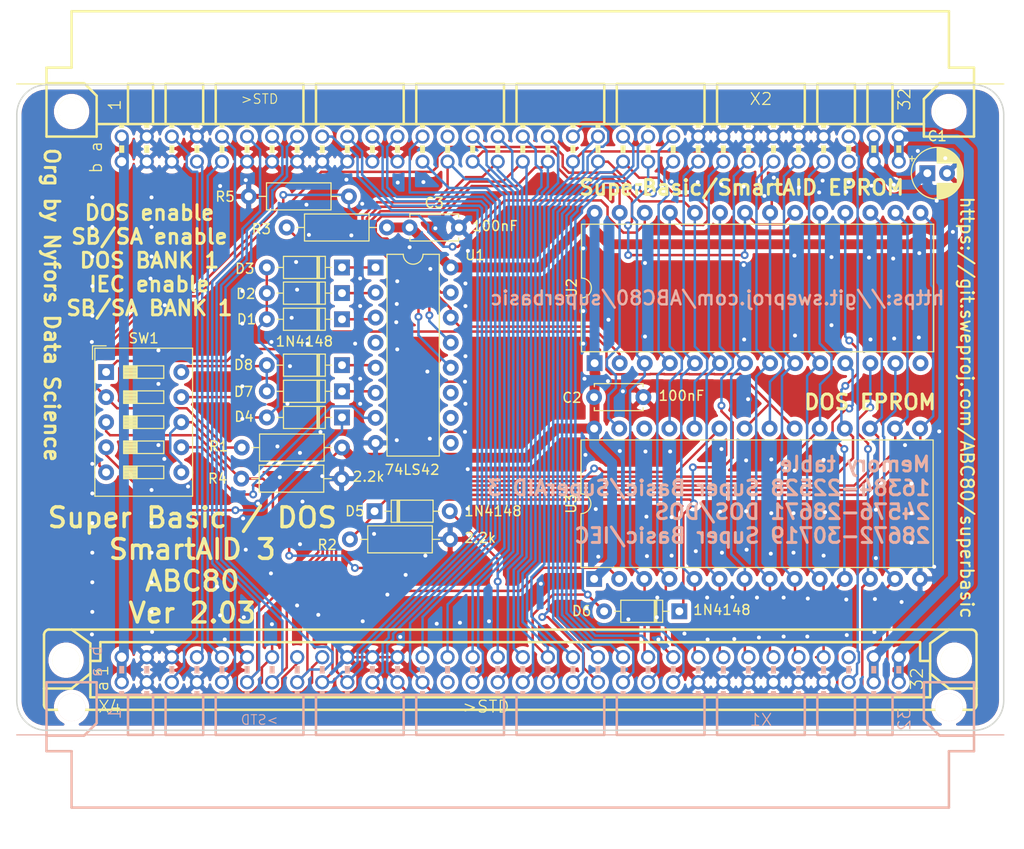
<source format=kicad_pcb>
(kicad_pcb (version 20171130) (host pcbnew 5.1.10-88a1d61d58~90~ubuntu20.04.1)

  (general
    (thickness 1.6)
    (drawings 16)
    (tracks 1127)
    (zones 0)
    (modules 23)
    (nets 58)
  )

  (page A4)
  (title_block
    (title SuperBasic/Smartaid)
    (date 2021-07-31)
    (rev 2.03)
    (company SweProj.com)
  )

  (layers
    (0 F.Cu signal)
    (31 B.Cu signal)
    (32 B.Adhes user)
    (33 F.Adhes user)
    (34 B.Paste user)
    (35 F.Paste user)
    (36 B.SilkS user)
    (37 F.SilkS user)
    (38 B.Mask user)
    (39 F.Mask user)
    (40 Dwgs.User user)
    (41 Cmts.User user)
    (42 Eco1.User user)
    (43 Eco2.User user)
    (44 Edge.Cuts user)
    (45 Margin user)
    (46 B.CrtYd user)
    (47 F.CrtYd user)
    (48 B.Fab user)
    (49 F.Fab user)
  )

  (setup
    (last_trace_width 0.25)
    (trace_clearance 0.2)
    (zone_clearance 0.4)
    (zone_45_only no)
    (trace_min 0.2)
    (via_size 0.8)
    (via_drill 0.4)
    (via_min_size 0.4)
    (via_min_drill 0.3)
    (uvia_size 0.3)
    (uvia_drill 0.1)
    (uvias_allowed no)
    (uvia_min_size 0.2)
    (uvia_min_drill 0.1)
    (edge_width 0.05)
    (segment_width 0.2)
    (pcb_text_width 0.3)
    (pcb_text_size 1.5 1.5)
    (mod_edge_width 0.12)
    (mod_text_size 1 1)
    (mod_text_width 0.15)
    (pad_size 1.524 1.524)
    (pad_drill 0.762)
    (pad_to_mask_clearance 0)
    (aux_axis_origin 0 0)
    (grid_origin 97.15 65.25)
    (visible_elements FFFFFF7F)
    (pcbplotparams
      (layerselection 0x010fc_ffffffff)
      (usegerberextensions false)
      (usegerberattributes true)
      (usegerberadvancedattributes true)
      (creategerberjobfile true)
      (excludeedgelayer true)
      (linewidth 0.100000)
      (plotframeref false)
      (viasonmask false)
      (mode 1)
      (useauxorigin false)
      (hpglpennumber 1)
      (hpglpenspeed 20)
      (hpglpendiameter 15.000000)
      (psnegative false)
      (psa4output false)
      (plotreference true)
      (plotvalue true)
      (plotinvisibletext false)
      (padsonsilk false)
      (subtractmaskfromsilk false)
      (outputformat 4)
      (mirror false)
      (drillshape 0)
      (scaleselection 1)
      (outputdirectory "pdf/"))
  )

  (net 0 "")
  (net 1 GND)
  (net 2 +5V)
  (net 3 /Q_2)
  (net 4 /Q_1)
  (net 5 /Q_0)
  (net 6 /A13)
  (net 7 /EA11)
  (net 8 /A11)
  (net 9 /A12)
  (net 10 /A15)
  (net 11 /A14)
  (net 12 /D2)
  (net 13 /D1)
  (net 14 /A8)
  (net 15 /D0)
  (net 16 /A9)
  (net 17 /A0)
  (net 18 /A1)
  (net 19 /A2)
  (net 20 /A10)
  (net 21 /A3)
  (net 22 /A4)
  (net 23 /D7)
  (net 24 /A5)
  (net 25 /D6)
  (net 26 /A6)
  (net 27 /D5)
  (net 28 /A7)
  (net 29 /D4)
  (net 30 /D3)
  (net 31 /Q_6)
  (net 32 /Q_5)
  (net 33 /Q_4)
  (net 34 /+12V)
  (net 35 /~INT)
  (net 36 /5)
  (net 37 /~XMEMFL)
  (net 38 /-12V)
  (net 39 /READY)
  (net 40 /~CS)
  (net 41 /~OUT)
  (net 42 /~C1)
  (net 43 /~C2)
  (net 44 /~C3)
  (net 45 /~C4)
  (net 46 /~INP)
  (net 47 /~STATUS)
  (net 48 /~RST)
  (net 49 /~XMEMW)
  (net 50 /~RESIN)
  (net 51 /~SB_CE)
  (net 52 /~DOS_CE)
  (net 53 /DOS_SEL)
  (net 54 /~SB_CE_SEL)
  (net 55 /~DOS_CE_SEL)
  (net 56 /~Q6_EN)
  (net 57 /BANK_SEL)

  (net_class Default "This is the default net class."
    (clearance 0.2)
    (trace_width 0.25)
    (via_dia 0.8)
    (via_drill 0.4)
    (uvia_dia 0.3)
    (uvia_drill 0.1)
    (add_net +5V)
    (add_net /+12V)
    (add_net /-12V)
    (add_net /5)
    (add_net /A0)
    (add_net /A1)
    (add_net /A10)
    (add_net /A11)
    (add_net /A12)
    (add_net /A13)
    (add_net /A14)
    (add_net /A15)
    (add_net /A2)
    (add_net /A3)
    (add_net /A4)
    (add_net /A5)
    (add_net /A6)
    (add_net /A7)
    (add_net /A8)
    (add_net /A9)
    (add_net /BANK_SEL)
    (add_net /D0)
    (add_net /D1)
    (add_net /D2)
    (add_net /D3)
    (add_net /D4)
    (add_net /D5)
    (add_net /D6)
    (add_net /D7)
    (add_net /DOS_SEL)
    (add_net /EA11)
    (add_net /Q_0)
    (add_net /Q_1)
    (add_net /Q_2)
    (add_net /Q_4)
    (add_net /Q_5)
    (add_net /Q_6)
    (add_net /READY)
    (add_net /~C1)
    (add_net /~C2)
    (add_net /~C3)
    (add_net /~C4)
    (add_net /~CS)
    (add_net /~DOS_CE)
    (add_net /~DOS_CE_SEL)
    (add_net /~INP)
    (add_net /~INT)
    (add_net /~OUT)
    (add_net /~Q6_EN)
    (add_net /~RESIN)
    (add_net /~RST)
    (add_net /~SB_CE)
    (add_net /~SB_CE_SEL)
    (add_net /~STATUS)
    (add_net /~XMEMFL)
    (add_net /~XMEMW)
    (add_net GND)
  )

  (module Capacitor_THT:CP_Radial_D5.0mm_P2.00mm (layer F.Cu) (tedit 5AE50EF0) (tstamp 610D4FC9)
    (at 174.26 39.7)
    (descr "CP, Radial series, Radial, pin pitch=2.00mm, , diameter=5mm, Electrolytic Capacitor")
    (tags "CP Radial series Radial pin pitch 2.00mm  diameter 5mm Electrolytic Capacitor")
    (path /6172F5FE)
    (fp_text reference C1 (at 1 -3.75) (layer F.SilkS)
      (effects (font (size 1 1) (thickness 0.15)))
    )
    (fp_text value 100uF/16V (at 1 3.75) (layer F.Fab)
      (effects (font (size 1 1) (thickness 0.15)))
    )
    (fp_line (start -1.554775 -1.725) (end -1.554775 -1.225) (layer F.SilkS) (width 0.12))
    (fp_line (start -1.804775 -1.475) (end -1.304775 -1.475) (layer F.SilkS) (width 0.12))
    (fp_line (start 3.601 -0.284) (end 3.601 0.284) (layer F.SilkS) (width 0.12))
    (fp_line (start 3.561 -0.518) (end 3.561 0.518) (layer F.SilkS) (width 0.12))
    (fp_line (start 3.521 -0.677) (end 3.521 0.677) (layer F.SilkS) (width 0.12))
    (fp_line (start 3.481 -0.805) (end 3.481 0.805) (layer F.SilkS) (width 0.12))
    (fp_line (start 3.441 -0.915) (end 3.441 0.915) (layer F.SilkS) (width 0.12))
    (fp_line (start 3.401 -1.011) (end 3.401 1.011) (layer F.SilkS) (width 0.12))
    (fp_line (start 3.361 -1.098) (end 3.361 1.098) (layer F.SilkS) (width 0.12))
    (fp_line (start 3.321 -1.178) (end 3.321 1.178) (layer F.SilkS) (width 0.12))
    (fp_line (start 3.281 -1.251) (end 3.281 1.251) (layer F.SilkS) (width 0.12))
    (fp_line (start 3.241 -1.319) (end 3.241 1.319) (layer F.SilkS) (width 0.12))
    (fp_line (start 3.201 -1.383) (end 3.201 1.383) (layer F.SilkS) (width 0.12))
    (fp_line (start 3.161 -1.443) (end 3.161 1.443) (layer F.SilkS) (width 0.12))
    (fp_line (start 3.121 -1.5) (end 3.121 1.5) (layer F.SilkS) (width 0.12))
    (fp_line (start 3.081 -1.554) (end 3.081 1.554) (layer F.SilkS) (width 0.12))
    (fp_line (start 3.041 -1.605) (end 3.041 1.605) (layer F.SilkS) (width 0.12))
    (fp_line (start 3.001 1.04) (end 3.001 1.653) (layer F.SilkS) (width 0.12))
    (fp_line (start 3.001 -1.653) (end 3.001 -1.04) (layer F.SilkS) (width 0.12))
    (fp_line (start 2.961 1.04) (end 2.961 1.699) (layer F.SilkS) (width 0.12))
    (fp_line (start 2.961 -1.699) (end 2.961 -1.04) (layer F.SilkS) (width 0.12))
    (fp_line (start 2.921 1.04) (end 2.921 1.743) (layer F.SilkS) (width 0.12))
    (fp_line (start 2.921 -1.743) (end 2.921 -1.04) (layer F.SilkS) (width 0.12))
    (fp_line (start 2.881 1.04) (end 2.881 1.785) (layer F.SilkS) (width 0.12))
    (fp_line (start 2.881 -1.785) (end 2.881 -1.04) (layer F.SilkS) (width 0.12))
    (fp_line (start 2.841 1.04) (end 2.841 1.826) (layer F.SilkS) (width 0.12))
    (fp_line (start 2.841 -1.826) (end 2.841 -1.04) (layer F.SilkS) (width 0.12))
    (fp_line (start 2.801 1.04) (end 2.801 1.864) (layer F.SilkS) (width 0.12))
    (fp_line (start 2.801 -1.864) (end 2.801 -1.04) (layer F.SilkS) (width 0.12))
    (fp_line (start 2.761 1.04) (end 2.761 1.901) (layer F.SilkS) (width 0.12))
    (fp_line (start 2.761 -1.901) (end 2.761 -1.04) (layer F.SilkS) (width 0.12))
    (fp_line (start 2.721 1.04) (end 2.721 1.937) (layer F.SilkS) (width 0.12))
    (fp_line (start 2.721 -1.937) (end 2.721 -1.04) (layer F.SilkS) (width 0.12))
    (fp_line (start 2.681 1.04) (end 2.681 1.971) (layer F.SilkS) (width 0.12))
    (fp_line (start 2.681 -1.971) (end 2.681 -1.04) (layer F.SilkS) (width 0.12))
    (fp_line (start 2.641 1.04) (end 2.641 2.004) (layer F.SilkS) (width 0.12))
    (fp_line (start 2.641 -2.004) (end 2.641 -1.04) (layer F.SilkS) (width 0.12))
    (fp_line (start 2.601 1.04) (end 2.601 2.035) (layer F.SilkS) (width 0.12))
    (fp_line (start 2.601 -2.035) (end 2.601 -1.04) (layer F.SilkS) (width 0.12))
    (fp_line (start 2.561 1.04) (end 2.561 2.065) (layer F.SilkS) (width 0.12))
    (fp_line (start 2.561 -2.065) (end 2.561 -1.04) (layer F.SilkS) (width 0.12))
    (fp_line (start 2.521 1.04) (end 2.521 2.095) (layer F.SilkS) (width 0.12))
    (fp_line (start 2.521 -2.095) (end 2.521 -1.04) (layer F.SilkS) (width 0.12))
    (fp_line (start 2.481 1.04) (end 2.481 2.122) (layer F.SilkS) (width 0.12))
    (fp_line (start 2.481 -2.122) (end 2.481 -1.04) (layer F.SilkS) (width 0.12))
    (fp_line (start 2.441 1.04) (end 2.441 2.149) (layer F.SilkS) (width 0.12))
    (fp_line (start 2.441 -2.149) (end 2.441 -1.04) (layer F.SilkS) (width 0.12))
    (fp_line (start 2.401 1.04) (end 2.401 2.175) (layer F.SilkS) (width 0.12))
    (fp_line (start 2.401 -2.175) (end 2.401 -1.04) (layer F.SilkS) (width 0.12))
    (fp_line (start 2.361 1.04) (end 2.361 2.2) (layer F.SilkS) (width 0.12))
    (fp_line (start 2.361 -2.2) (end 2.361 -1.04) (layer F.SilkS) (width 0.12))
    (fp_line (start 2.321 1.04) (end 2.321 2.224) (layer F.SilkS) (width 0.12))
    (fp_line (start 2.321 -2.224) (end 2.321 -1.04) (layer F.SilkS) (width 0.12))
    (fp_line (start 2.281 1.04) (end 2.281 2.247) (layer F.SilkS) (width 0.12))
    (fp_line (start 2.281 -2.247) (end 2.281 -1.04) (layer F.SilkS) (width 0.12))
    (fp_line (start 2.241 1.04) (end 2.241 2.268) (layer F.SilkS) (width 0.12))
    (fp_line (start 2.241 -2.268) (end 2.241 -1.04) (layer F.SilkS) (width 0.12))
    (fp_line (start 2.201 1.04) (end 2.201 2.29) (layer F.SilkS) (width 0.12))
    (fp_line (start 2.201 -2.29) (end 2.201 -1.04) (layer F.SilkS) (width 0.12))
    (fp_line (start 2.161 1.04) (end 2.161 2.31) (layer F.SilkS) (width 0.12))
    (fp_line (start 2.161 -2.31) (end 2.161 -1.04) (layer F.SilkS) (width 0.12))
    (fp_line (start 2.121 1.04) (end 2.121 2.329) (layer F.SilkS) (width 0.12))
    (fp_line (start 2.121 -2.329) (end 2.121 -1.04) (layer F.SilkS) (width 0.12))
    (fp_line (start 2.081 1.04) (end 2.081 2.348) (layer F.SilkS) (width 0.12))
    (fp_line (start 2.081 -2.348) (end 2.081 -1.04) (layer F.SilkS) (width 0.12))
    (fp_line (start 2.041 1.04) (end 2.041 2.365) (layer F.SilkS) (width 0.12))
    (fp_line (start 2.041 -2.365) (end 2.041 -1.04) (layer F.SilkS) (width 0.12))
    (fp_line (start 2.001 1.04) (end 2.001 2.382) (layer F.SilkS) (width 0.12))
    (fp_line (start 2.001 -2.382) (end 2.001 -1.04) (layer F.SilkS) (width 0.12))
    (fp_line (start 1.961 1.04) (end 1.961 2.398) (layer F.SilkS) (width 0.12))
    (fp_line (start 1.961 -2.398) (end 1.961 -1.04) (layer F.SilkS) (width 0.12))
    (fp_line (start 1.921 1.04) (end 1.921 2.414) (layer F.SilkS) (width 0.12))
    (fp_line (start 1.921 -2.414) (end 1.921 -1.04) (layer F.SilkS) (width 0.12))
    (fp_line (start 1.881 1.04) (end 1.881 2.428) (layer F.SilkS) (width 0.12))
    (fp_line (start 1.881 -2.428) (end 1.881 -1.04) (layer F.SilkS) (width 0.12))
    (fp_line (start 1.841 1.04) (end 1.841 2.442) (layer F.SilkS) (width 0.12))
    (fp_line (start 1.841 -2.442) (end 1.841 -1.04) (layer F.SilkS) (width 0.12))
    (fp_line (start 1.801 1.04) (end 1.801 2.455) (layer F.SilkS) (width 0.12))
    (fp_line (start 1.801 -2.455) (end 1.801 -1.04) (layer F.SilkS) (width 0.12))
    (fp_line (start 1.761 1.04) (end 1.761 2.468) (layer F.SilkS) (width 0.12))
    (fp_line (start 1.761 -2.468) (end 1.761 -1.04) (layer F.SilkS) (width 0.12))
    (fp_line (start 1.721 1.04) (end 1.721 2.48) (layer F.SilkS) (width 0.12))
    (fp_line (start 1.721 -2.48) (end 1.721 -1.04) (layer F.SilkS) (width 0.12))
    (fp_line (start 1.68 1.04) (end 1.68 2.491) (layer F.SilkS) (width 0.12))
    (fp_line (start 1.68 -2.491) (end 1.68 -1.04) (layer F.SilkS) (width 0.12))
    (fp_line (start 1.64 1.04) (end 1.64 2.501) (layer F.SilkS) (width 0.12))
    (fp_line (start 1.64 -2.501) (end 1.64 -1.04) (layer F.SilkS) (width 0.12))
    (fp_line (start 1.6 1.04) (end 1.6 2.511) (layer F.SilkS) (width 0.12))
    (fp_line (start 1.6 -2.511) (end 1.6 -1.04) (layer F.SilkS) (width 0.12))
    (fp_line (start 1.56 1.04) (end 1.56 2.52) (layer F.SilkS) (width 0.12))
    (fp_line (start 1.56 -2.52) (end 1.56 -1.04) (layer F.SilkS) (width 0.12))
    (fp_line (start 1.52 1.04) (end 1.52 2.528) (layer F.SilkS) (width 0.12))
    (fp_line (start 1.52 -2.528) (end 1.52 -1.04) (layer F.SilkS) (width 0.12))
    (fp_line (start 1.48 1.04) (end 1.48 2.536) (layer F.SilkS) (width 0.12))
    (fp_line (start 1.48 -2.536) (end 1.48 -1.04) (layer F.SilkS) (width 0.12))
    (fp_line (start 1.44 1.04) (end 1.44 2.543) (layer F.SilkS) (width 0.12))
    (fp_line (start 1.44 -2.543) (end 1.44 -1.04) (layer F.SilkS) (width 0.12))
    (fp_line (start 1.4 1.04) (end 1.4 2.55) (layer F.SilkS) (width 0.12))
    (fp_line (start 1.4 -2.55) (end 1.4 -1.04) (layer F.SilkS) (width 0.12))
    (fp_line (start 1.36 1.04) (end 1.36 2.556) (layer F.SilkS) (width 0.12))
    (fp_line (start 1.36 -2.556) (end 1.36 -1.04) (layer F.SilkS) (width 0.12))
    (fp_line (start 1.32 1.04) (end 1.32 2.561) (layer F.SilkS) (width 0.12))
    (fp_line (start 1.32 -2.561) (end 1.32 -1.04) (layer F.SilkS) (width 0.12))
    (fp_line (start 1.28 1.04) (end 1.28 2.565) (layer F.SilkS) (width 0.12))
    (fp_line (start 1.28 -2.565) (end 1.28 -1.04) (layer F.SilkS) (width 0.12))
    (fp_line (start 1.24 1.04) (end 1.24 2.569) (layer F.SilkS) (width 0.12))
    (fp_line (start 1.24 -2.569) (end 1.24 -1.04) (layer F.SilkS) (width 0.12))
    (fp_line (start 1.2 1.04) (end 1.2 2.573) (layer F.SilkS) (width 0.12))
    (fp_line (start 1.2 -2.573) (end 1.2 -1.04) (layer F.SilkS) (width 0.12))
    (fp_line (start 1.16 1.04) (end 1.16 2.576) (layer F.SilkS) (width 0.12))
    (fp_line (start 1.16 -2.576) (end 1.16 -1.04) (layer F.SilkS) (width 0.12))
    (fp_line (start 1.12 1.04) (end 1.12 2.578) (layer F.SilkS) (width 0.12))
    (fp_line (start 1.12 -2.578) (end 1.12 -1.04) (layer F.SilkS) (width 0.12))
    (fp_line (start 1.08 1.04) (end 1.08 2.579) (layer F.SilkS) (width 0.12))
    (fp_line (start 1.08 -2.579) (end 1.08 -1.04) (layer F.SilkS) (width 0.12))
    (fp_line (start 1.04 -2.58) (end 1.04 -1.04) (layer F.SilkS) (width 0.12))
    (fp_line (start 1.04 1.04) (end 1.04 2.58) (layer F.SilkS) (width 0.12))
    (fp_line (start 1 -2.58) (end 1 -1.04) (layer F.SilkS) (width 0.12))
    (fp_line (start 1 1.04) (end 1 2.58) (layer F.SilkS) (width 0.12))
    (fp_line (start -0.883605 -1.3375) (end -0.883605 -0.8375) (layer F.Fab) (width 0.1))
    (fp_line (start -1.133605 -1.0875) (end -0.633605 -1.0875) (layer F.Fab) (width 0.1))
    (fp_circle (center 1 0) (end 3.75 0) (layer F.CrtYd) (width 0.05))
    (fp_circle (center 1 0) (end 3.62 0) (layer F.SilkS) (width 0.12))
    (fp_circle (center 1 0) (end 3.5 0) (layer F.Fab) (width 0.1))
    (fp_text user %R (at 1 0) (layer F.Fab)
      (effects (font (size 1 1) (thickness 0.15)))
    )
    (pad 2 thru_hole circle (at 2 0) (size 1.6 1.6) (drill 0.8) (layers *.Cu *.Mask)
      (net 1 GND))
    (pad 1 thru_hole rect (at 0 0) (size 1.6 1.6) (drill 0.8) (layers *.Cu *.Mask)
      (net 2 +5V))
    (model ${KISYS3DMOD}/Capacitor_THT.3dshapes/CP_Radial_D5.0mm_P2.00mm.wrl
      (at (xyz 0 0 0))
      (scale (xyz 1 1 1))
      (rotate (xyz 0 0 0))
    )
  )

  (module superbasic:FAB64Q (layer B.Cu) (tedit 610A4B1C) (tstamp 61050D6A)
    (at 132 93.82 270)
    (descr "<b>DIN 41612 CONNECTOR</b>\n<p>\nMale, 64 pins, type B, rows ab, grid 2.54 mm<br />\nFemale, 64 bits, type Q, rows ab, grid 2.54 mm<br />\nB mates with Q, but pin numbers reversed\n</p>")
    (path /6104D632)
    (fp_text reference X1 (at 1.27 -25.4 180) (layer B.SilkS)
      (effects (font (size 1.2065 1.2065) (thickness 0.12065)) (justify mirror))
    )
    (fp_text value ABC-Bus (at 1.27 -5.1054 180) (layer B.Fab)
      (effects (font (size 1.2065 1.2065) (thickness 0.12065)) (justify mirror))
    )
    (fp_poly (pts (xy -4.191 -39.624) (xy -3.429 -39.624) (xy -3.429 -39.116) (xy -4.191 -39.116)) (layer B.SilkS) (width 0))
    (fp_poly (pts (xy -4.191 -37.084) (xy -3.429 -37.084) (xy -3.429 -36.576) (xy -4.191 -36.576)) (layer B.SilkS) (width 0))
    (fp_poly (pts (xy -4.191 -34.544) (xy -3.429 -34.544) (xy -3.429 -34.036) (xy -4.191 -34.036)) (layer B.SilkS) (width 0))
    (fp_poly (pts (xy -4.191 -32.004) (xy -3.429 -32.004) (xy -3.429 -31.496) (xy -4.191 -31.496)) (layer B.SilkS) (width 0))
    (fp_poly (pts (xy -4.191 -29.464) (xy -3.429 -29.464) (xy -3.429 -28.956) (xy -4.191 -28.956)) (layer B.SilkS) (width 0))
    (fp_poly (pts (xy -4.191 -26.924) (xy -3.429 -26.924) (xy -3.429 -26.416) (xy -4.191 -26.416)) (layer B.SilkS) (width 0))
    (fp_poly (pts (xy -4.191 -24.384) (xy -3.429 -24.384) (xy -3.429 -23.876) (xy -4.191 -23.876)) (layer B.SilkS) (width 0))
    (fp_poly (pts (xy -4.191 -21.844) (xy -3.429 -21.844) (xy -3.429 -21.336) (xy -4.191 -21.336)) (layer B.SilkS) (width 0))
    (fp_poly (pts (xy -4.191 -19.304) (xy -3.429 -19.304) (xy -3.429 -18.796) (xy -4.191 -18.796)) (layer B.SilkS) (width 0))
    (fp_poly (pts (xy -4.191 -16.764) (xy -3.429 -16.764) (xy -3.429 -16.256) (xy -4.191 -16.256)) (layer B.SilkS) (width 0))
    (fp_poly (pts (xy -4.191 -14.224) (xy -3.429 -14.224) (xy -3.429 -13.716) (xy -4.191 -13.716)) (layer B.SilkS) (width 0))
    (fp_poly (pts (xy -4.191 -11.684) (xy -3.429 -11.684) (xy -3.429 -11.176) (xy -4.191 -11.176)) (layer B.SilkS) (width 0))
    (fp_poly (pts (xy -4.191 -9.144) (xy -3.429 -9.144) (xy -3.429 -8.636) (xy -4.191 -8.636)) (layer B.SilkS) (width 0))
    (fp_poly (pts (xy -4.191 -6.604) (xy -3.429 -6.604) (xy -3.429 -6.096) (xy -4.191 -6.096)) (layer B.SilkS) (width 0))
    (fp_poly (pts (xy -4.191 -4.064) (xy -3.429 -4.064) (xy -3.429 -3.556) (xy -4.191 -3.556)) (layer B.SilkS) (width 0))
    (fp_poly (pts (xy -4.191 -1.524) (xy -3.429 -1.524) (xy -3.429 -1.016) (xy -4.191 -1.016)) (layer B.SilkS) (width 0))
    (fp_poly (pts (xy -4.191 1.016) (xy -3.429 1.016) (xy -3.429 1.524) (xy -4.191 1.524)) (layer B.SilkS) (width 0))
    (fp_poly (pts (xy -4.191 3.556) (xy -3.429 3.556) (xy -3.429 4.064) (xy -4.191 4.064)) (layer B.SilkS) (width 0))
    (fp_poly (pts (xy -4.191 6.096) (xy -3.429 6.096) (xy -3.429 6.604) (xy -4.191 6.604)) (layer B.SilkS) (width 0))
    (fp_poly (pts (xy -4.191 8.636) (xy -3.429 8.636) (xy -3.429 9.144) (xy -4.191 9.144)) (layer B.SilkS) (width 0))
    (fp_poly (pts (xy -4.191 11.176) (xy -3.429 11.176) (xy -3.429 11.684) (xy -4.191 11.684)) (layer B.SilkS) (width 0))
    (fp_poly (pts (xy -4.191 13.716) (xy -3.429 13.716) (xy -3.429 14.224) (xy -4.191 14.224)) (layer B.SilkS) (width 0))
    (fp_poly (pts (xy -4.191 16.256) (xy -3.429 16.256) (xy -3.429 16.764) (xy -4.191 16.764)) (layer B.SilkS) (width 0))
    (fp_poly (pts (xy -4.191 18.796) (xy -3.429 18.796) (xy -3.429 19.304) (xy -4.191 19.304)) (layer B.SilkS) (width 0))
    (fp_poly (pts (xy -4.191 21.336) (xy -3.429 21.336) (xy -3.429 21.844) (xy -4.191 21.844)) (layer B.SilkS) (width 0))
    (fp_poly (pts (xy -4.191 23.876) (xy -3.429 23.876) (xy -3.429 24.384) (xy -4.191 24.384)) (layer B.SilkS) (width 0))
    (fp_poly (pts (xy -4.191 26.416) (xy -3.429 26.416) (xy -3.429 26.924) (xy -4.191 26.924)) (layer B.SilkS) (width 0))
    (fp_poly (pts (xy -4.191 28.956) (xy -3.429 28.956) (xy -3.429 29.464) (xy -4.191 29.464)) (layer B.SilkS) (width 0))
    (fp_poly (pts (xy -4.191 31.496) (xy -3.429 31.496) (xy -3.429 32.004) (xy -4.191 32.004)) (layer B.SilkS) (width 0))
    (fp_poly (pts (xy -4.191 34.036) (xy -3.429 34.036) (xy -3.429 34.544) (xy -4.191 34.544)) (layer B.SilkS) (width 0))
    (fp_poly (pts (xy -4.191 36.576) (xy -3.429 36.576) (xy -3.429 37.084) (xy -4.191 37.084)) (layer B.SilkS) (width 0))
    (fp_poly (pts (xy -4.191 39.116) (xy -3.429 39.116) (xy -3.429 39.624) (xy -4.191 39.624)) (layer B.SilkS) (width 0))
    (fp_poly (pts (xy -5.334 -39.624) (xy -4.191 -39.624) (xy -4.191 -39.116) (xy -5.334 -39.116)) (layer B.Fab) (width 0))
    (fp_poly (pts (xy -1.651 -39.624) (xy -1.27 -39.624) (xy -1.27 -39.116) (xy -1.651 -39.116)) (layer B.SilkS) (width 0))
    (fp_poly (pts (xy -3.429 -39.624) (xy -1.651 -39.624) (xy -1.651 -39.116) (xy -3.429 -39.116)) (layer B.Fab) (width 0))
    (fp_poly (pts (xy -1.651 -37.084) (xy -1.27 -37.084) (xy -1.27 -36.576) (xy -1.651 -36.576)) (layer B.SilkS) (width 0))
    (fp_poly (pts (xy -3.429 -37.084) (xy -1.651 -37.084) (xy -1.651 -36.576) (xy -3.429 -36.576)) (layer B.Fab) (width 0))
    (fp_poly (pts (xy -5.334 -37.084) (xy -4.191 -37.084) (xy -4.191 -36.576) (xy -5.334 -36.576)) (layer B.Fab) (width 0))
    (fp_poly (pts (xy -5.334 -34.544) (xy -4.191 -34.544) (xy -4.191 -34.036) (xy -5.334 -34.036)) (layer B.Fab) (width 0))
    (fp_poly (pts (xy -3.429 -34.544) (xy -1.651 -34.544) (xy -1.651 -34.036) (xy -3.429 -34.036)) (layer B.Fab) (width 0))
    (fp_poly (pts (xy -1.651 -34.544) (xy -1.27 -34.544) (xy -1.27 -34.036) (xy -1.651 -34.036)) (layer B.SilkS) (width 0))
    (fp_poly (pts (xy -1.651 -32.004) (xy -1.27 -32.004) (xy -1.27 -31.496) (xy -1.651 -31.496)) (layer B.SilkS) (width 0))
    (fp_poly (pts (xy -3.429 -32.004) (xy -1.651 -32.004) (xy -1.651 -31.496) (xy -3.429 -31.496)) (layer B.Fab) (width 0))
    (fp_poly (pts (xy -5.334 -32.004) (xy -4.191 -32.004) (xy -4.191 -31.496) (xy -5.334 -31.496)) (layer B.Fab) (width 0))
    (fp_poly (pts (xy -5.334 -29.464) (xy -4.191 -29.464) (xy -4.191 -28.956) (xy -5.334 -28.956)) (layer B.Fab) (width 0))
    (fp_poly (pts (xy -1.651 -29.464) (xy -1.27 -29.464) (xy -1.27 -28.956) (xy -1.651 -28.956)) (layer B.SilkS) (width 0))
    (fp_poly (pts (xy -3.429 -29.464) (xy -1.651 -29.464) (xy -1.651 -28.956) (xy -3.429 -28.956)) (layer B.Fab) (width 0))
    (fp_poly (pts (xy -5.334 -26.924) (xy -4.191 -26.924) (xy -4.191 -26.416) (xy -5.334 -26.416)) (layer B.Fab) (width 0))
    (fp_poly (pts (xy -1.651 -26.924) (xy -1.27 -26.924) (xy -1.27 -26.416) (xy -1.651 -26.416)) (layer B.SilkS) (width 0))
    (fp_poly (pts (xy -3.429 -26.924) (xy -1.651 -26.924) (xy -1.651 -26.416) (xy -3.429 -26.416)) (layer B.Fab) (width 0))
    (fp_poly (pts (xy -5.334 -24.384) (xy -4.191 -24.384) (xy -4.191 -23.876) (xy -5.334 -23.876)) (layer B.Fab) (width 0))
    (fp_poly (pts (xy -1.651 -24.384) (xy -1.27 -24.384) (xy -1.27 -23.876) (xy -1.651 -23.876)) (layer B.SilkS) (width 0))
    (fp_poly (pts (xy -3.429 -24.384) (xy -1.651 -24.384) (xy -1.651 -23.876) (xy -3.429 -23.876)) (layer B.Fab) (width 0))
    (fp_poly (pts (xy -1.651 -21.844) (xy -1.27 -21.844) (xy -1.27 -21.336) (xy -1.651 -21.336)) (layer B.SilkS) (width 0))
    (fp_poly (pts (xy -3.429 -21.844) (xy -1.651 -21.844) (xy -1.651 -21.336) (xy -3.429 -21.336)) (layer B.Fab) (width 0))
    (fp_poly (pts (xy -5.334 -21.844) (xy -4.191 -21.844) (xy -4.191 -21.336) (xy -5.334 -21.336)) (layer B.Fab) (width 0))
    (fp_poly (pts (xy -5.334 -19.304) (xy -4.191 -19.304) (xy -4.191 -18.796) (xy -5.334 -18.796)) (layer B.Fab) (width 0))
    (fp_poly (pts (xy -1.651 -19.304) (xy -1.27 -19.304) (xy -1.27 -18.796) (xy -1.651 -18.796)) (layer B.SilkS) (width 0))
    (fp_poly (pts (xy -3.429 -19.304) (xy -1.651 -19.304) (xy -1.651 -18.796) (xy -3.429 -18.796)) (layer B.Fab) (width 0))
    (fp_poly (pts (xy -5.334 -14.224) (xy -4.191 -14.224) (xy -4.191 -13.716) (xy -5.334 -13.716)) (layer B.Fab) (width 0))
    (fp_poly (pts (xy -3.429 -14.224) (xy -1.651 -14.224) (xy -1.651 -13.716) (xy -3.429 -13.716)) (layer B.Fab) (width 0))
    (fp_poly (pts (xy -5.334 -16.764) (xy -4.191 -16.764) (xy -4.191 -16.256) (xy -5.334 -16.256)) (layer B.Fab) (width 0))
    (fp_poly (pts (xy -1.651 -16.764) (xy -1.27 -16.764) (xy -1.27 -16.256) (xy -1.651 -16.256)) (layer B.SilkS) (width 0))
    (fp_poly (pts (xy -3.429 -16.764) (xy -1.651 -16.764) (xy -1.651 -16.256) (xy -3.429 -16.256)) (layer B.Fab) (width 0))
    (fp_poly (pts (xy -5.334 -11.684) (xy -4.191 -11.684) (xy -4.191 -11.176) (xy -5.334 -11.176)) (layer B.Fab) (width 0))
    (fp_poly (pts (xy -3.429 -11.684) (xy -1.651 -11.684) (xy -1.651 -11.176) (xy -3.429 -11.176)) (layer B.Fab) (width 0))
    (fp_poly (pts (xy -1.651 -14.224) (xy -1.27 -14.224) (xy -1.27 -13.716) (xy -1.651 -13.716)) (layer B.SilkS) (width 0))
    (fp_poly (pts (xy -1.651 -11.684) (xy -1.27 -11.684) (xy -1.27 -11.176) (xy -1.651 -11.176)) (layer B.SilkS) (width 0))
    (fp_poly (pts (xy -1.651 -9.144) (xy -1.27 -9.144) (xy -1.27 -8.636) (xy -1.651 -8.636)) (layer B.SilkS) (width 0))
    (fp_poly (pts (xy -3.429 -9.144) (xy -1.651 -9.144) (xy -1.651 -8.636) (xy -3.429 -8.636)) (layer B.Fab) (width 0))
    (fp_poly (pts (xy -5.334 -9.144) (xy -4.191 -9.144) (xy -4.191 -8.636) (xy -5.334 -8.636)) (layer B.Fab) (width 0))
    (fp_poly (pts (xy -5.334 -6.604) (xy -4.191 -6.604) (xy -4.191 -6.096) (xy -5.334 -6.096)) (layer B.Fab) (width 0))
    (fp_poly (pts (xy -1.651 -6.604) (xy -1.27 -6.604) (xy -1.27 -6.096) (xy -1.651 -6.096)) (layer B.SilkS) (width 0))
    (fp_poly (pts (xy -3.429 -6.604) (xy -1.651 -6.604) (xy -1.651 -6.096) (xy -3.429 -6.096)) (layer B.Fab) (width 0))
    (fp_poly (pts (xy -5.334 -4.064) (xy -4.191 -4.064) (xy -4.191 -3.556) (xy -5.334 -3.556)) (layer B.Fab) (width 0))
    (fp_poly (pts (xy -3.429 -4.064) (xy -1.651 -4.064) (xy -1.651 -3.556) (xy -3.429 -3.556)) (layer B.Fab) (width 0))
    (fp_poly (pts (xy -1.651 -4.064) (xy -1.27 -4.064) (xy -1.27 -3.556) (xy -1.651 -3.556)) (layer B.SilkS) (width 0))
    (fp_poly (pts (xy -5.334 -1.524) (xy -4.191 -1.524) (xy -4.191 -1.016) (xy -5.334 -1.016)) (layer B.Fab) (width 0))
    (fp_poly (pts (xy -3.429 -1.524) (xy -1.651 -1.524) (xy -1.651 -1.016) (xy -3.429 -1.016)) (layer B.Fab) (width 0))
    (fp_poly (pts (xy -1.651 -1.524) (xy -1.27 -1.524) (xy -1.27 -1.016) (xy -1.651 -1.016)) (layer B.SilkS) (width 0))
    (fp_poly (pts (xy -1.651 1.016) (xy -1.27 1.016) (xy -1.27 1.524) (xy -1.651 1.524)) (layer B.SilkS) (width 0))
    (fp_poly (pts (xy -3.429 1.016) (xy -1.651 1.016) (xy -1.651 1.524) (xy -3.429 1.524)) (layer B.Fab) (width 0))
    (fp_poly (pts (xy -5.334 1.016) (xy -4.191 1.016) (xy -4.191 1.524) (xy -5.334 1.524)) (layer B.Fab) (width 0))
    (fp_poly (pts (xy -5.334 3.556) (xy -4.191 3.556) (xy -4.191 4.064) (xy -5.334 4.064)) (layer B.Fab) (width 0))
    (fp_poly (pts (xy -1.651 3.556) (xy -1.27 3.556) (xy -1.27 4.064) (xy -1.651 4.064)) (layer B.SilkS) (width 0))
    (fp_poly (pts (xy -1.651 6.096) (xy -1.27 6.096) (xy -1.27 6.604) (xy -1.651 6.604)) (layer B.SilkS) (width 0))
    (fp_poly (pts (xy -3.429 3.556) (xy -1.651 3.556) (xy -1.651 4.064) (xy -3.429 4.064)) (layer B.Fab) (width 0))
    (fp_poly (pts (xy -3.429 6.096) (xy -1.651 6.096) (xy -1.651 6.604) (xy -3.429 6.604)) (layer B.Fab) (width 0))
    (fp_poly (pts (xy -5.334 6.096) (xy -4.191 6.096) (xy -4.191 6.604) (xy -5.334 6.604)) (layer B.Fab) (width 0))
    (fp_poly (pts (xy -5.334 8.636) (xy -4.191 8.636) (xy -4.191 9.144) (xy -5.334 9.144)) (layer B.Fab) (width 0))
    (fp_poly (pts (xy -5.334 11.176) (xy -4.191 11.176) (xy -4.191 11.684) (xy -5.334 11.684)) (layer B.Fab) (width 0))
    (fp_poly (pts (xy -1.651 8.636) (xy -1.27 8.636) (xy -1.27 9.144) (xy -1.651 9.144)) (layer B.SilkS) (width 0))
    (fp_poly (pts (xy -1.651 11.176) (xy -1.27 11.176) (xy -1.27 11.684) (xy -1.651 11.684)) (layer B.SilkS) (width 0))
    (fp_poly (pts (xy -3.429 8.636) (xy -1.651 8.636) (xy -1.651 9.144) (xy -3.429 9.144)) (layer B.Fab) (width 0))
    (fp_poly (pts (xy -3.429 11.176) (xy -1.651 11.176) (xy -1.651 11.684) (xy -3.429 11.684)) (layer B.Fab) (width 0))
    (fp_poly (pts (xy -1.651 13.716) (xy -1.27 13.716) (xy -1.27 14.224) (xy -1.651 14.224)) (layer B.SilkS) (width 0))
    (fp_poly (pts (xy -3.429 13.716) (xy -1.651 13.716) (xy -1.651 14.224) (xy -3.429 14.224)) (layer B.Fab) (width 0))
    (fp_poly (pts (xy -5.334 13.716) (xy -4.191 13.716) (xy -4.191 14.224) (xy -5.334 14.224)) (layer B.Fab) (width 0))
    (fp_poly (pts (xy -5.334 16.256) (xy -4.191 16.256) (xy -4.191 16.764) (xy -5.334 16.764)) (layer B.Fab) (width 0))
    (fp_poly (pts (xy -3.429 16.256) (xy -1.651 16.256) (xy -1.651 16.764) (xy -3.429 16.764)) (layer B.Fab) (width 0))
    (fp_poly (pts (xy -1.651 16.256) (xy -1.27 16.256) (xy -1.27 16.764) (xy -1.651 16.764)) (layer B.SilkS) (width 0))
    (fp_poly (pts (xy -5.334 18.796) (xy -4.191 18.796) (xy -4.191 19.304) (xy -5.334 19.304)) (layer B.Fab) (width 0))
    (fp_poly (pts (xy -1.651 18.796) (xy -1.27 18.796) (xy -1.27 19.304) (xy -1.651 19.304)) (layer B.SilkS) (width 0))
    (fp_poly (pts (xy -3.429 18.796) (xy -1.651 18.796) (xy -1.651 19.304) (xy -3.429 19.304)) (layer B.Fab) (width 0))
    (fp_poly (pts (xy -5.334 21.336) (xy -4.191 21.336) (xy -4.191 21.844) (xy -5.334 21.844)) (layer B.Fab) (width 0))
    (fp_poly (pts (xy -1.651 21.336) (xy -1.27 21.336) (xy -1.27 21.844) (xy -1.651 21.844)) (layer B.SilkS) (width 0))
    (fp_poly (pts (xy -3.429 21.336) (xy -1.651 21.336) (xy -1.651 21.844) (xy -3.429 21.844)) (layer B.Fab) (width 0))
    (fp_poly (pts (xy -3.429 23.876) (xy -1.651 23.876) (xy -1.651 24.384) (xy -3.429 24.384)) (layer B.Fab) (width 0))
    (fp_poly (pts (xy -1.651 23.876) (xy -1.27 23.876) (xy -1.27 24.384) (xy -1.651 24.384)) (layer B.SilkS) (width 0))
    (fp_poly (pts (xy -5.334 23.876) (xy -4.191 23.876) (xy -4.191 24.384) (xy -5.334 24.384)) (layer B.Fab) (width 0))
    (fp_poly (pts (xy -5.334 26.416) (xy -4.191 26.416) (xy -4.191 26.924) (xy -5.334 26.924)) (layer B.Fab) (width 0))
    (fp_poly (pts (xy -5.334 28.956) (xy -4.191 28.956) (xy -4.191 29.464) (xy -5.334 29.464)) (layer B.Fab) (width 0))
    (fp_poly (pts (xy -3.429 26.416) (xy -1.651 26.416) (xy -1.651 26.924) (xy -3.429 26.924)) (layer B.Fab) (width 0))
    (fp_poly (pts (xy -3.429 28.956) (xy -1.651 28.956) (xy -1.651 29.464) (xy -3.429 29.464)) (layer B.Fab) (width 0))
    (fp_poly (pts (xy -1.651 26.416) (xy -1.27 26.416) (xy -1.27 26.924) (xy -1.651 26.924)) (layer B.SilkS) (width 0))
    (fp_poly (pts (xy -1.651 28.956) (xy -1.27 28.956) (xy -1.27 29.464) (xy -1.651 29.464)) (layer B.SilkS) (width 0))
    (fp_poly (pts (xy -5.334 31.496) (xy -4.191 31.496) (xy -4.191 32.004) (xy -5.334 32.004)) (layer B.Fab) (width 0))
    (fp_poly (pts (xy -3.429 31.496) (xy -1.651 31.496) (xy -1.651 32.004) (xy -3.429 32.004)) (layer B.Fab) (width 0))
    (fp_poly (pts (xy -1.651 31.496) (xy -1.27 31.496) (xy -1.27 32.004) (xy -1.651 32.004)) (layer B.SilkS) (width 0))
    (fp_poly (pts (xy -3.429 34.036) (xy -1.651 34.036) (xy -1.651 34.544) (xy -3.429 34.544)) (layer B.Fab) (width 0))
    (fp_poly (pts (xy -1.651 34.036) (xy -1.27 34.036) (xy -1.27 34.544) (xy -1.651 34.544)) (layer B.SilkS) (width 0))
    (fp_poly (pts (xy -5.334 34.036) (xy -4.191 34.036) (xy -4.191 34.544) (xy -5.334 34.544)) (layer B.Fab) (width 0))
    (fp_poly (pts (xy -5.334 36.576) (xy -4.191 36.576) (xy -4.191 37.084) (xy -5.334 37.084)) (layer B.Fab) (width 0))
    (fp_poly (pts (xy -3.429 36.576) (xy -1.651 36.576) (xy -1.651 37.084) (xy -3.429 37.084)) (layer B.Fab) (width 0))
    (fp_poly (pts (xy -1.651 36.576) (xy -1.27 36.576) (xy -1.27 37.084) (xy -1.651 37.084)) (layer B.SilkS) (width 0))
    (fp_poly (pts (xy -5.334 39.116) (xy -4.191 39.116) (xy -4.191 39.624) (xy -5.334 39.624)) (layer B.Fab) (width 0))
    (fp_poly (pts (xy -3.429 39.116) (xy -1.651 39.116) (xy -1.651 39.624) (xy -3.429 39.624)) (layer B.Fab) (width 0))
    (fp_poly (pts (xy -1.651 39.116) (xy -1.27 39.116) (xy -1.27 39.624) (xy -1.651 39.624)) (layer B.SilkS) (width 0))
    (fp_circle (center 0 -44.45) (end 1.27 -44.45) (layer B.SilkS) (width 0.254))
    (fp_circle (center 0 44.45) (end 1.27 44.45) (layer B.SilkS) (width 0.254))
    (fp_line (start 2.794 -50.0126) (end 2.794 50.0126) (layer B.SilkS) (width 0.12))
    (fp_line (start -1.27 -38.735) (end -1.27 -41.91) (layer B.SilkS) (width 0.254))
    (fp_line (start 2.794 -38.735) (end -1.27 -38.735) (layer B.SilkS) (width 0.254))
    (fp_line (start -1.27 -36.195) (end -1.27 -38.735) (layer B.SilkS) (width 0.254))
    (fp_line (start 2.794 -36.195) (end 2.794 -38.735) (layer B.SilkS) (width 0.254))
    (fp_line (start 2.794 -36.195) (end -1.27 -36.195) (layer B.SilkS) (width 0.254))
    (fp_line (start -1.27 -34.925) (end -1.27 -36.195) (layer B.SilkS) (width 0.254))
    (fp_line (start 2.794 -34.925) (end -1.27 -34.925) (layer B.SilkS) (width 0.254))
    (fp_line (start -1.27 -31.115) (end -1.27 -34.925) (layer B.SilkS) (width 0.254))
    (fp_line (start 2.794 -31.115) (end 2.794 -34.925) (layer B.SilkS) (width 0.254))
    (fp_line (start 2.794 -31.115) (end -1.27 -31.115) (layer B.SilkS) (width 0.254))
    (fp_line (start -1.27 -29.845) (end -1.27 -31.115) (layer B.SilkS) (width 0.254))
    (fp_line (start 2.794 -29.845) (end -1.27 -29.845) (layer B.SilkS) (width 0.254))
    (fp_line (start -1.27 -20.955) (end -1.27 -29.845) (layer B.SilkS) (width 0.254))
    (fp_line (start 2.794 -20.955) (end 2.794 -29.845) (layer B.SilkS) (width 0.254))
    (fp_line (start 2.794 -20.955) (end -1.27 -20.955) (layer B.SilkS) (width 0.254))
    (fp_line (start -1.27 -19.685) (end -1.27 -20.955) (layer B.SilkS) (width 0.254))
    (fp_line (start 2.794 -19.685) (end -1.27 -19.685) (layer B.SilkS) (width 0.254))
    (fp_line (start -1.27 -10.795) (end -1.27 -19.685) (layer B.SilkS) (width 0.254))
    (fp_line (start 2.794 -10.795) (end 2.794 -19.685) (layer B.SilkS) (width 0.254))
    (fp_line (start 2.794 -10.795) (end -1.27 -10.795) (layer B.SilkS) (width 0.254))
    (fp_line (start -1.27 -9.525) (end -1.27 -10.795) (layer B.SilkS) (width 0.254))
    (fp_line (start 2.794 -9.525) (end -1.27 -9.525) (layer B.SilkS) (width 0.254))
    (fp_line (start -1.27 -0.635) (end -1.27 -9.525) (layer B.SilkS) (width 0.254))
    (fp_line (start 2.794 -0.635) (end 2.794 -9.525) (layer B.SilkS) (width 0.254))
    (fp_line (start 2.794 -0.635) (end -1.27 -0.635) (layer B.SilkS) (width 0.254))
    (fp_line (start -1.27 0.635) (end -1.27 -0.635) (layer B.SilkS) (width 0.254))
    (fp_line (start 2.794 0.635) (end -1.27 0.635) (layer B.SilkS) (width 0.254))
    (fp_line (start -1.27 9.525) (end -1.27 0.635) (layer B.SilkS) (width 0.254))
    (fp_line (start 2.794 9.525) (end 2.794 0.635) (layer B.SilkS) (width 0.254))
    (fp_line (start 2.794 9.525) (end -1.27 9.525) (layer B.SilkS) (width 0.254))
    (fp_line (start -1.27 10.795) (end -1.27 9.525) (layer B.SilkS) (width 0.254))
    (fp_line (start 2.794 10.795) (end -1.27 10.795) (layer B.SilkS) (width 0.254))
    (fp_line (start -1.27 19.685) (end -1.27 10.795) (layer B.SilkS) (width 0.254))
    (fp_line (start 2.794 19.685) (end 2.794 10.795) (layer B.SilkS) (width 0.254))
    (fp_line (start 2.794 19.685) (end -1.27 19.685) (layer B.SilkS) (width 0.254))
    (fp_line (start -1.27 20.955) (end -1.27 19.685) (layer B.SilkS) (width 0.254))
    (fp_line (start 2.794 20.955) (end -1.27 20.955) (layer B.SilkS) (width 0.254))
    (fp_line (start -1.27 29.845) (end -1.27 20.955) (layer B.SilkS) (width 0.254))
    (fp_line (start 2.794 29.845) (end 2.794 20.955) (layer B.SilkS) (width 0.254))
    (fp_line (start 2.794 29.845) (end -1.27 29.845) (layer B.SilkS) (width 0.254))
    (fp_line (start -1.27 31.115) (end -1.27 29.845) (layer B.SilkS) (width 0.254))
    (fp_line (start 2.794 31.115) (end -1.27 31.115) (layer B.SilkS) (width 0.254))
    (fp_line (start -1.27 34.925) (end -1.27 31.115) (layer B.SilkS) (width 0.254))
    (fp_line (start 2.794 34.925) (end 2.794 31.115) (layer B.SilkS) (width 0.254))
    (fp_line (start 2.794 34.925) (end -1.27 34.925) (layer B.SilkS) (width 0.254))
    (fp_line (start -1.27 36.195) (end -1.27 34.925) (layer B.SilkS) (width 0.254))
    (fp_line (start 2.794 36.195) (end -1.27 36.195) (layer B.SilkS) (width 0.254))
    (fp_line (start -1.27 38.735) (end -1.27 36.195) (layer B.SilkS) (width 0.254))
    (fp_line (start 2.794 38.735) (end -1.27 38.735) (layer B.SilkS) (width 0.254))
    (fp_line (start 2.794 38.735) (end 2.794 36.195) (layer B.SilkS) (width 0.254))
    (fp_line (start -1.27 41.91) (end -1.27 38.735) (layer B.SilkS) (width 0.254))
    (fp_line (start -1.27 -41.91) (end 1.27 -41.91) (layer B.SilkS) (width 0.254))
    (fp_line (start -2.54 -41.91) (end -1.27 -41.91) (layer B.SilkS) (width 0.254))
    (fp_line (start -2.54 -41.91) (end -2.54 -46.99) (layer B.SilkS) (width 0.254))
    (fp_line (start 2.8702 -43.5102) (end 2.8702 -46.99) (layer B.SilkS) (width 0.254))
    (fp_line (start 2.8702 -43.5102) (end 1.27 -41.91) (layer B.SilkS) (width 0.254))
    (fp_line (start 2.8702 -46.99) (end 4.445 -46.99) (layer B.SilkS) (width 0.254))
    (fp_line (start -2.54 -46.99) (end 2.8702 -46.99) (layer B.SilkS) (width 0.254))
    (fp_line (start 2.8702 43.18) (end 2.8702 46.99) (layer B.SilkS) (width 0.254))
    (fp_line (start 1.6002 41.91) (end 2.8702 43.18) (layer B.SilkS) (width 0.254))
    (fp_line (start 2.8702 46.99) (end -2.54 46.99) (layer B.SilkS) (width 0.254))
    (fp_line (start 4.445 46.99) (end 2.8702 46.99) (layer B.SilkS) (width 0.254))
    (fp_line (start -1.27 41.91) (end 1.6002 41.91) (layer B.SilkS) (width 0.254))
    (fp_line (start -2.54 41.91) (end -1.27 41.91) (layer B.SilkS) (width 0.254))
    (fp_line (start -2.54 46.99) (end -2.54 41.91) (layer B.SilkS) (width 0.254))
    (fp_line (start 4.445 44.45) (end 4.445 46.99) (layer B.SilkS) (width 0.254))
    (fp_line (start 10.16 44.45) (end 4.445 44.45) (layer B.SilkS) (width 0.254))
    (fp_line (start 10.16 -44.45) (end 10.16 44.45) (layer B.SilkS) (width 0.254))
    (fp_line (start 4.445 -44.45) (end 10.16 -44.45) (layer B.SilkS) (width 0.254))
    (fp_line (start 4.445 -46.99) (end 4.445 -44.45) (layer B.SilkS) (width 0.254))
    (fp_text user >STD (at 1.27 25.4 180) (layer B.SilkS)
      (effects (font (size 0.9652 0.9652) (thickness 0.1016)) (justify mirror))
    )
    (fp_text user 32 (at 0 -40.64 90) (layer B.SilkS)
      (effects (font (size 1.2065 1.2065) (thickness 0.127)) (justify left bottom mirror))
    )
    (fp_text user b (at -6.35 41.275 90) (layer B.SilkS)
      (effects (font (size 1.2065 1.2065) (thickness 0.127)) (justify left bottom mirror))
    )
    (fp_text user 1 (at 0 39.37 90) (layer B.SilkS)
      (effects (font (size 1.2065 1.2065) (thickness 0.127)) (justify left bottom mirror))
    )
    (fp_text user a (at -4.191 41.275 90) (layer B.SilkS)
      (effects (font (size 1.2065 1.2065) (thickness 0.127)) (justify left bottom mirror))
    )
    (pad "" np_thru_hole circle (at 0 -44.45 270) (size 2.794 2.794) (drill 2.794) (layers *.Cu *.Mask))
    (pad "" np_thru_hole circle (at 0 44.45 270) (size 2.794 2.794) (drill 2.794) (layers *.Cu *.Mask))
    (pad B32 thru_hole circle (at -5.08 -39.37 270) (size 1.4224 1.4224) (drill 0.9144) (layers *.Cu *.Mask)
      (net 34 /+12V) (solder_mask_margin 0.1016))
    (pad B31 thru_hole circle (at -5.08 -36.83 270) (size 1.4224 1.4224) (drill 0.9144) (layers *.Cu *.Mask)
      (net 2 +5V) (solder_mask_margin 0.1016))
    (pad B30 thru_hole circle (at -5.08 -34.29 270) (size 1.4224 1.4224) (drill 0.9144) (layers *.Cu *.Mask)
      (solder_mask_margin 0.1016))
    (pad B29 thru_hole circle (at -5.08 -31.75 270) (size 1.4224 1.4224) (drill 0.9144) (layers *.Cu *.Mask)
      (net 17 /A0) (solder_mask_margin 0.1016))
    (pad B28 thru_hole circle (at -5.08 -29.21 270) (size 1.4224 1.4224) (drill 0.9144) (layers *.Cu *.Mask)
      (net 18 /A1) (solder_mask_margin 0.1016))
    (pad B27 thru_hole circle (at -5.08 -26.67 270) (size 1.4224 1.4224) (drill 0.9144) (layers *.Cu *.Mask)
      (net 19 /A2) (solder_mask_margin 0.1016))
    (pad B26 thru_hole circle (at -5.08 -24.13 270) (size 1.4224 1.4224) (drill 0.9144) (layers *.Cu *.Mask)
      (net 21 /A3) (solder_mask_margin 0.1016))
    (pad B25 thru_hole circle (at -5.08 -21.59 270) (size 1.4224 1.4224) (drill 0.9144) (layers *.Cu *.Mask)
      (net 22 /A4) (solder_mask_margin 0.1016))
    (pad B24 thru_hole circle (at -5.08 -19.05 270) (size 1.4224 1.4224) (drill 0.9144) (layers *.Cu *.Mask)
      (net 24 /A5) (solder_mask_margin 0.1016))
    (pad B23 thru_hole circle (at -5.08 -16.51 270) (size 1.4224 1.4224) (drill 0.9144) (layers *.Cu *.Mask)
      (net 26 /A6) (solder_mask_margin 0.1016))
    (pad B22 thru_hole circle (at -5.08 -13.97 270) (size 1.4224 1.4224) (drill 0.9144) (layers *.Cu *.Mask)
      (net 28 /A7) (solder_mask_margin 0.1016))
    (pad B21 thru_hole circle (at -5.08 -11.43 270) (size 1.4224 1.4224) (drill 0.9144) (layers *.Cu *.Mask)
      (net 14 /A8) (solder_mask_margin 0.1016))
    (pad B20 thru_hole circle (at -5.08 -8.89 270) (size 1.4224 1.4224) (drill 0.9144) (layers *.Cu *.Mask)
      (net 16 /A9) (solder_mask_margin 0.1016))
    (pad B19 thru_hole circle (at -5.08 -6.35 270) (size 1.4224 1.4224) (drill 0.9144) (layers *.Cu *.Mask)
      (net 20 /A10) (solder_mask_margin 0.1016))
    (pad B18 thru_hole circle (at -5.08 -3.81 270) (size 1.4224 1.4224) (drill 0.9144) (layers *.Cu *.Mask)
      (net 8 /A11) (solder_mask_margin 0.1016))
    (pad B17 thru_hole circle (at -5.08 -1.27 270) (size 1.4224 1.4224) (drill 0.9144) (layers *.Cu *.Mask)
      (net 9 /A12) (solder_mask_margin 0.1016))
    (pad B16 thru_hole circle (at -5.08 1.27 270) (size 1.4224 1.4224) (drill 0.9144) (layers *.Cu *.Mask)
      (net 6 /A13) (solder_mask_margin 0.1016))
    (pad B15 thru_hole circle (at -5.08 3.81 270) (size 1.4224 1.4224) (drill 0.9144) (layers *.Cu *.Mask)
      (net 11 /A14) (solder_mask_margin 0.1016))
    (pad B14 thru_hole circle (at -5.08 6.35 270) (size 1.4224 1.4224) (drill 0.9144) (layers *.Cu *.Mask)
      (net 10 /A15) (solder_mask_margin 0.1016))
    (pad B13 thru_hole circle (at -5.08 8.89 270) (size 1.4224 1.4224) (drill 0.9144) (layers *.Cu *.Mask)
      (net 35 /~INT) (solder_mask_margin 0.1016))
    (pad B12 thru_hole circle (at -5.08 11.43 270) (size 1.4224 1.4224) (drill 0.9144) (layers *.Cu *.Mask)
      (net 1 GND) (solder_mask_margin 0.1016))
    (pad B11 thru_hole circle (at -5.08 13.97 270) (size 1.4224 1.4224) (drill 0.9144) (layers *.Cu *.Mask)
      (net 1 GND) (solder_mask_margin 0.1016))
    (pad B10 thru_hole circle (at -5.08 16.51 270) (size 1.4224 1.4224) (drill 0.9144) (layers *.Cu *.Mask)
      (net 1 GND) (solder_mask_margin 0.1016))
    (pad B9 thru_hole circle (at -5.08 19.05 270) (size 1.4224 1.4224) (drill 0.9144) (layers *.Cu *.Mask)
      (net 1 GND) (solder_mask_margin 0.1016))
    (pad B8 thru_hole circle (at -5.08 21.59 270) (size 1.4224 1.4224) (drill 0.9144) (layers *.Cu *.Mask)
      (net 1 GND) (solder_mask_margin 0.1016))
    (pad B7 thru_hole circle (at -5.08 24.13 270) (size 1.4224 1.4224) (drill 0.9144) (layers *.Cu *.Mask)
      (net 1 GND) (solder_mask_margin 0.1016))
    (pad B6 thru_hole circle (at -5.08 26.67 270) (size 1.4224 1.4224) (drill 0.9144) (layers *.Cu *.Mask)
      (net 1 GND) (solder_mask_margin 0.1016))
    (pad B5 thru_hole circle (at -5.08 29.21 270) (size 1.4224 1.4224) (drill 0.9144) (layers *.Cu *.Mask)
      (net 36 /5) (solder_mask_margin 0.1016))
    (pad B4 thru_hole circle (at -5.08 31.75 270) (size 1.4224 1.4224) (drill 0.9144) (layers *.Cu *.Mask)
      (net 37 /~XMEMFL) (solder_mask_margin 0.1016))
    (pad B3 thru_hole circle (at -5.08 34.29 270) (size 1.4224 1.4224) (drill 0.9144) (layers *.Cu *.Mask)
      (net 1 GND) (solder_mask_margin 0.1016))
    (pad B2 thru_hole circle (at -5.08 36.83 270) (size 1.4224 1.4224) (drill 0.9144) (layers *.Cu *.Mask)
      (net 1 GND) (solder_mask_margin 0.1016))
    (pad B1 thru_hole circle (at -5.08 39.37 270) (size 1.4224 1.4224) (drill 0.9144) (layers *.Cu *.Mask)
      (net 38 /-12V) (solder_mask_margin 0.1016))
    (pad A32 thru_hole circle (at -2.54 -39.37 270) (size 1.4224 1.4224) (drill 0.9144) (layers *.Cu *.Mask)
      (net 34 /+12V) (solder_mask_margin 0.1016))
    (pad A31 thru_hole circle (at -2.54 -36.83 270) (size 1.4224 1.4224) (drill 0.9144) (layers *.Cu *.Mask)
      (net 2 +5V) (solder_mask_margin 0.1016))
    (pad A30 thru_hole circle (at -2.54 -34.29 270) (size 1.4224 1.4224) (drill 0.9144) (layers *.Cu *.Mask)
      (net 39 /READY) (solder_mask_margin 0.1016))
    (pad A29 thru_hole circle (at -2.54 -31.75 270) (size 1.4224 1.4224) (drill 0.9144) (layers *.Cu *.Mask)
      (net 1 GND) (solder_mask_margin 0.1016))
    (pad A28 thru_hole circle (at -2.54 -29.21 270) (size 1.4224 1.4224) (drill 0.9144) (layers *.Cu *.Mask)
      (net 1 GND) (solder_mask_margin 0.1016))
    (pad A27 thru_hole circle (at -2.54 -26.67 270) (size 1.4224 1.4224) (drill 0.9144) (layers *.Cu *.Mask)
      (net 1 GND) (solder_mask_margin 0.1016))
    (pad A26 thru_hole circle (at -2.54 -24.13 270) (size 1.4224 1.4224) (drill 0.9144) (layers *.Cu *.Mask)
      (net 1 GND) (solder_mask_margin 0.1016))
    (pad A25 thru_hole circle (at -2.54 -21.59 270) (size 1.4224 1.4224) (drill 0.9144) (layers *.Cu *.Mask)
      (net 1 GND) (solder_mask_margin 0.1016))
    (pad A24 thru_hole circle (at -2.54 -19.05 270) (size 1.4224 1.4224) (drill 0.9144) (layers *.Cu *.Mask)
      (net 1 GND) (solder_mask_margin 0.1016))
    (pad A23 thru_hole circle (at -2.54 -16.51 270) (size 1.4224 1.4224) (drill 0.9144) (layers *.Cu *.Mask)
      (net 40 /~CS) (solder_mask_margin 0.1016))
    (pad A22 thru_hole circle (at -2.54 -13.97 270) (size 1.4224 1.4224) (drill 0.9144) (layers *.Cu *.Mask)
      (net 41 /~OUT) (solder_mask_margin 0.1016))
    (pad A21 thru_hole circle (at -2.54 -11.43 270) (size 1.4224 1.4224) (drill 0.9144) (layers *.Cu *.Mask)
      (net 42 /~C1) (solder_mask_margin 0.1016))
    (pad A20 thru_hole circle (at -2.54 -8.89 270) (size 1.4224 1.4224) (drill 0.9144) (layers *.Cu *.Mask)
      (net 43 /~C2) (solder_mask_margin 0.1016))
    (pad A19 thru_hole circle (at -2.54 -6.35 270) (size 1.4224 1.4224) (drill 0.9144) (layers *.Cu *.Mask)
      (net 44 /~C3) (solder_mask_margin 0.1016))
    (pad A18 thru_hole circle (at -2.54 -3.81 270) (size 1.4224 1.4224) (drill 0.9144) (layers *.Cu *.Mask)
      (net 45 /~C4) (solder_mask_margin 0.1016))
    (pad A17 thru_hole circle (at -2.54 -1.27 270) (size 1.4224 1.4224) (drill 0.9144) (layers *.Cu *.Mask)
      (net 46 /~INP) (solder_mask_margin 0.1016))
    (pad A16 thru_hole circle (at -2.54 1.27 270) (size 1.4224 1.4224) (drill 0.9144) (layers *.Cu *.Mask)
      (net 47 /~STATUS) (solder_mask_margin 0.1016))
    (pad A15 thru_hole circle (at -2.54 3.81 270) (size 1.4224 1.4224) (drill 0.9144) (layers *.Cu *.Mask)
      (net 48 /~RST) (solder_mask_margin 0.1016))
    (pad A14 thru_hole circle (at -2.54 6.35 270) (size 1.4224 1.4224) (drill 0.9144) (layers *.Cu *.Mask)
      (solder_mask_margin 0.1016))
    (pad A13 thru_hole circle (at -2.54 8.89 270) (size 1.4224 1.4224) (drill 0.9144) (layers *.Cu *.Mask)
      (net 15 /D0) (solder_mask_margin 0.1016))
    (pad A12 thru_hole circle (at -2.54 11.43 270) (size 1.4224 1.4224) (drill 0.9144) (layers *.Cu *.Mask)
      (net 13 /D1) (solder_mask_margin 0.1016))
    (pad A11 thru_hole circle (at -2.54 13.97 270) (size 1.4224 1.4224) (drill 0.9144) (layers *.Cu *.Mask)
      (net 12 /D2) (solder_mask_margin 0.1016))
    (pad A10 thru_hole circle (at -2.54 16.51 270) (size 1.4224 1.4224) (drill 0.9144) (layers *.Cu *.Mask)
      (net 30 /D3) (solder_mask_margin 0.1016))
    (pad A9 thru_hole circle (at -2.54 19.05 270) (size 1.4224 1.4224) (drill 0.9144) (layers *.Cu *.Mask)
      (net 29 /D4) (solder_mask_margin 0.1016))
    (pad A8 thru_hole circle (at -2.54 21.59 270) (size 1.4224 1.4224) (drill 0.9144) (layers *.Cu *.Mask)
      (net 27 /D5) (solder_mask_margin 0.1016))
    (pad A7 thru_hole circle (at -2.54 24.13 270) (size 1.4224 1.4224) (drill 0.9144) (layers *.Cu *.Mask)
      (net 25 /D6) (solder_mask_margin 0.1016))
    (pad A6 thru_hole circle (at -2.54 26.67 270) (size 1.4224 1.4224) (drill 0.9144) (layers *.Cu *.Mask)
      (net 23 /D7) (solder_mask_margin 0.1016))
    (pad A5 thru_hole circle (at -2.54 29.21 270) (size 1.4224 1.4224) (drill 0.9144) (layers *.Cu *.Mask)
      (net 49 /~XMEMW) (solder_mask_margin 0.1016))
    (pad A4 thru_hole circle (at -2.54 31.75 270) (size 1.4224 1.4224) (drill 0.9144) (layers *.Cu *.Mask)
      (net 1 GND) (solder_mask_margin 0.1016))
    (pad A3 thru_hole circle (at -2.54 34.29 270) (size 1.4224 1.4224) (drill 0.9144) (layers *.Cu *.Mask)
      (net 50 /~RESIN) (solder_mask_margin 0.1016))
    (pad A2 thru_hole circle (at -2.54 36.83 270) (size 1.4224 1.4224) (drill 0.9144) (layers *.Cu *.Mask)
      (net 1 GND) (solder_mask_margin 0.1016))
    (pad A1 thru_hole circle (at -2.54 39.37 270) (size 1.4224 1.4224) (drill 0.9144) (layers *.Cu *.Mask)
      (net 38 /-12V) (solder_mask_margin 0.1016))
    (model 3d_models/din_41612_female_q-64abr.stp
      (offset (xyz 10.15 0 -4.7))
      (scale (xyz 1 1 1))
      (rotate (xyz -90 0 -90))
    )
  )

  (module Button_Switch_THT:SW_DIP_SPSTx05_Slide_9.78x14.88mm_W7.62mm_P2.54mm (layer F.Cu) (tedit 5A4E1405) (tstamp 61086E02)
    (at 91.05 59.85)
    (descr "5x-dip-switch SPST , Slide, row spacing 7.62 mm (300 mils), body size 9.78x14.88mm (see e.g. https://www.ctscorp.com/wp-content/uploads/206-208.pdf)")
    (tags "DIP Switch SPST Slide 7.62mm 300mil")
    (path /6112F7AF)
    (fp_text reference SW1 (at 3.81 -3.42) (layer F.SilkS)
      (effects (font (size 1 1) (thickness 0.15)))
    )
    (fp_text value SW_DIP_x04 (at 3.81 13.58) (layer F.Fab)
      (effects (font (size 1 1) (thickness 0.15)))
    )
    (fp_line (start -0.08 -2.36) (end 8.7 -2.36) (layer F.Fab) (width 0.1))
    (fp_line (start 8.7 -2.36) (end 8.7 12.52) (layer F.Fab) (width 0.1))
    (fp_line (start 8.7 12.52) (end -1.08 12.52) (layer F.Fab) (width 0.1))
    (fp_line (start -1.08 12.52) (end -1.08 -1.36) (layer F.Fab) (width 0.1))
    (fp_line (start -1.08 -1.36) (end -0.08 -2.36) (layer F.Fab) (width 0.1))
    (fp_line (start 1.78 -0.635) (end 1.78 0.635) (layer F.Fab) (width 0.1))
    (fp_line (start 1.78 0.635) (end 5.84 0.635) (layer F.Fab) (width 0.1))
    (fp_line (start 5.84 0.635) (end 5.84 -0.635) (layer F.Fab) (width 0.1))
    (fp_line (start 5.84 -0.635) (end 1.78 -0.635) (layer F.Fab) (width 0.1))
    (fp_line (start 1.78 -0.535) (end 3.133333 -0.535) (layer F.Fab) (width 0.1))
    (fp_line (start 1.78 -0.435) (end 3.133333 -0.435) (layer F.Fab) (width 0.1))
    (fp_line (start 1.78 -0.335) (end 3.133333 -0.335) (layer F.Fab) (width 0.1))
    (fp_line (start 1.78 -0.235) (end 3.133333 -0.235) (layer F.Fab) (width 0.1))
    (fp_line (start 1.78 -0.135) (end 3.133333 -0.135) (layer F.Fab) (width 0.1))
    (fp_line (start 1.78 -0.035) (end 3.133333 -0.035) (layer F.Fab) (width 0.1))
    (fp_line (start 1.78 0.065) (end 3.133333 0.065) (layer F.Fab) (width 0.1))
    (fp_line (start 1.78 0.165) (end 3.133333 0.165) (layer F.Fab) (width 0.1))
    (fp_line (start 1.78 0.265) (end 3.133333 0.265) (layer F.Fab) (width 0.1))
    (fp_line (start 1.78 0.365) (end 3.133333 0.365) (layer F.Fab) (width 0.1))
    (fp_line (start 1.78 0.465) (end 3.133333 0.465) (layer F.Fab) (width 0.1))
    (fp_line (start 1.78 0.565) (end 3.133333 0.565) (layer F.Fab) (width 0.1))
    (fp_line (start 3.133333 -0.635) (end 3.133333 0.635) (layer F.Fab) (width 0.1))
    (fp_line (start 1.78 1.905) (end 1.78 3.175) (layer F.Fab) (width 0.1))
    (fp_line (start 1.78 3.175) (end 5.84 3.175) (layer F.Fab) (width 0.1))
    (fp_line (start 5.84 3.175) (end 5.84 1.905) (layer F.Fab) (width 0.1))
    (fp_line (start 5.84 1.905) (end 1.78 1.905) (layer F.Fab) (width 0.1))
    (fp_line (start 1.78 2.005) (end 3.133333 2.005) (layer F.Fab) (width 0.1))
    (fp_line (start 1.78 2.105) (end 3.133333 2.105) (layer F.Fab) (width 0.1))
    (fp_line (start 1.78 2.205) (end 3.133333 2.205) (layer F.Fab) (width 0.1))
    (fp_line (start 1.78 2.305) (end 3.133333 2.305) (layer F.Fab) (width 0.1))
    (fp_line (start 1.78 2.405) (end 3.133333 2.405) (layer F.Fab) (width 0.1))
    (fp_line (start 1.78 2.505) (end 3.133333 2.505) (layer F.Fab) (width 0.1))
    (fp_line (start 1.78 2.605) (end 3.133333 2.605) (layer F.Fab) (width 0.1))
    (fp_line (start 1.78 2.705) (end 3.133333 2.705) (layer F.Fab) (width 0.1))
    (fp_line (start 1.78 2.805) (end 3.133333 2.805) (layer F.Fab) (width 0.1))
    (fp_line (start 1.78 2.905) (end 3.133333 2.905) (layer F.Fab) (width 0.1))
    (fp_line (start 1.78 3.005) (end 3.133333 3.005) (layer F.Fab) (width 0.1))
    (fp_line (start 1.78 3.105) (end 3.133333 3.105) (layer F.Fab) (width 0.1))
    (fp_line (start 3.133333 1.905) (end 3.133333 3.175) (layer F.Fab) (width 0.1))
    (fp_line (start 1.78 4.445) (end 1.78 5.715) (layer F.Fab) (width 0.1))
    (fp_line (start 1.78 5.715) (end 5.84 5.715) (layer F.Fab) (width 0.1))
    (fp_line (start 5.84 5.715) (end 5.84 4.445) (layer F.Fab) (width 0.1))
    (fp_line (start 5.84 4.445) (end 1.78 4.445) (layer F.Fab) (width 0.1))
    (fp_line (start 1.78 4.545) (end 3.133333 4.545) (layer F.Fab) (width 0.1))
    (fp_line (start 1.78 4.645) (end 3.133333 4.645) (layer F.Fab) (width 0.1))
    (fp_line (start 1.78 4.745) (end 3.133333 4.745) (layer F.Fab) (width 0.1))
    (fp_line (start 1.78 4.845) (end 3.133333 4.845) (layer F.Fab) (width 0.1))
    (fp_line (start 1.78 4.945) (end 3.133333 4.945) (layer F.Fab) (width 0.1))
    (fp_line (start 1.78 5.045) (end 3.133333 5.045) (layer F.Fab) (width 0.1))
    (fp_line (start 1.78 5.145) (end 3.133333 5.145) (layer F.Fab) (width 0.1))
    (fp_line (start 1.78 5.245) (end 3.133333 5.245) (layer F.Fab) (width 0.1))
    (fp_line (start 1.78 5.345) (end 3.133333 5.345) (layer F.Fab) (width 0.1))
    (fp_line (start 1.78 5.445) (end 3.133333 5.445) (layer F.Fab) (width 0.1))
    (fp_line (start 1.78 5.545) (end 3.133333 5.545) (layer F.Fab) (width 0.1))
    (fp_line (start 1.78 5.645) (end 3.133333 5.645) (layer F.Fab) (width 0.1))
    (fp_line (start 3.133333 4.445) (end 3.133333 5.715) (layer F.Fab) (width 0.1))
    (fp_line (start 1.78 6.985) (end 1.78 8.255) (layer F.Fab) (width 0.1))
    (fp_line (start 1.78 8.255) (end 5.84 8.255) (layer F.Fab) (width 0.1))
    (fp_line (start 5.84 8.255) (end 5.84 6.985) (layer F.Fab) (width 0.1))
    (fp_line (start 5.84 6.985) (end 1.78 6.985) (layer F.Fab) (width 0.1))
    (fp_line (start 1.78 7.085) (end 3.133333 7.085) (layer F.Fab) (width 0.1))
    (fp_line (start 1.78 7.185) (end 3.133333 7.185) (layer F.Fab) (width 0.1))
    (fp_line (start 1.78 7.285) (end 3.133333 7.285) (layer F.Fab) (width 0.1))
    (fp_line (start 1.78 7.385) (end 3.133333 7.385) (layer F.Fab) (width 0.1))
    (fp_line (start 1.78 7.485) (end 3.133333 7.485) (layer F.Fab) (width 0.1))
    (fp_line (start 1.78 7.585) (end 3.133333 7.585) (layer F.Fab) (width 0.1))
    (fp_line (start 1.78 7.685) (end 3.133333 7.685) (layer F.Fab) (width 0.1))
    (fp_line (start 1.78 7.785) (end 3.133333 7.785) (layer F.Fab) (width 0.1))
    (fp_line (start 1.78 7.885) (end 3.133333 7.885) (layer F.Fab) (width 0.1))
    (fp_line (start 1.78 7.985) (end 3.133333 7.985) (layer F.Fab) (width 0.1))
    (fp_line (start 1.78 8.085) (end 3.133333 8.085) (layer F.Fab) (width 0.1))
    (fp_line (start 1.78 8.185) (end 3.133333 8.185) (layer F.Fab) (width 0.1))
    (fp_line (start 3.133333 6.985) (end 3.133333 8.255) (layer F.Fab) (width 0.1))
    (fp_line (start 1.78 9.525) (end 1.78 10.795) (layer F.Fab) (width 0.1))
    (fp_line (start 1.78 10.795) (end 5.84 10.795) (layer F.Fab) (width 0.1))
    (fp_line (start 5.84 10.795) (end 5.84 9.525) (layer F.Fab) (width 0.1))
    (fp_line (start 5.84 9.525) (end 1.78 9.525) (layer F.Fab) (width 0.1))
    (fp_line (start 1.78 9.625) (end 3.133333 9.625) (layer F.Fab) (width 0.1))
    (fp_line (start 1.78 9.725) (end 3.133333 9.725) (layer F.Fab) (width 0.1))
    (fp_line (start 1.78 9.825) (end 3.133333 9.825) (layer F.Fab) (width 0.1))
    (fp_line (start 1.78 9.925) (end 3.133333 9.925) (layer F.Fab) (width 0.1))
    (fp_line (start 1.78 10.025) (end 3.133333 10.025) (layer F.Fab) (width 0.1))
    (fp_line (start 1.78 10.125) (end 3.133333 10.125) (layer F.Fab) (width 0.1))
    (fp_line (start 1.78 10.225) (end 3.133333 10.225) (layer F.Fab) (width 0.1))
    (fp_line (start 1.78 10.325) (end 3.133333 10.325) (layer F.Fab) (width 0.1))
    (fp_line (start 1.78 10.425) (end 3.133333 10.425) (layer F.Fab) (width 0.1))
    (fp_line (start 1.78 10.525) (end 3.133333 10.525) (layer F.Fab) (width 0.1))
    (fp_line (start 1.78 10.625) (end 3.133333 10.625) (layer F.Fab) (width 0.1))
    (fp_line (start 1.78 10.725) (end 3.133333 10.725) (layer F.Fab) (width 0.1))
    (fp_line (start 3.133333 9.525) (end 3.133333 10.795) (layer F.Fab) (width 0.1))
    (fp_line (start -1.14 -2.42) (end 8.76 -2.42) (layer F.SilkS) (width 0.12))
    (fp_line (start -1.14 12.58) (end 8.76 12.58) (layer F.SilkS) (width 0.12))
    (fp_line (start -1.14 -2.42) (end -1.14 12.58) (layer F.SilkS) (width 0.12))
    (fp_line (start 8.76 -2.42) (end 8.76 12.58) (layer F.SilkS) (width 0.12))
    (fp_line (start -1.38 -2.66) (end 0.004 -2.66) (layer F.SilkS) (width 0.12))
    (fp_line (start -1.38 -2.66) (end -1.38 -1.277) (layer F.SilkS) (width 0.12))
    (fp_line (start 1.78 -0.635) (end 1.78 0.635) (layer F.SilkS) (width 0.12))
    (fp_line (start 1.78 0.635) (end 5.84 0.635) (layer F.SilkS) (width 0.12))
    (fp_line (start 5.84 0.635) (end 5.84 -0.635) (layer F.SilkS) (width 0.12))
    (fp_line (start 5.84 -0.635) (end 1.78 -0.635) (layer F.SilkS) (width 0.12))
    (fp_line (start 1.78 -0.515) (end 3.133333 -0.515) (layer F.SilkS) (width 0.12))
    (fp_line (start 1.78 -0.395) (end 3.133333 -0.395) (layer F.SilkS) (width 0.12))
    (fp_line (start 1.78 -0.275) (end 3.133333 -0.275) (layer F.SilkS) (width 0.12))
    (fp_line (start 1.78 -0.155) (end 3.133333 -0.155) (layer F.SilkS) (width 0.12))
    (fp_line (start 1.78 -0.035) (end 3.133333 -0.035) (layer F.SilkS) (width 0.12))
    (fp_line (start 1.78 0.085) (end 3.133333 0.085) (layer F.SilkS) (width 0.12))
    (fp_line (start 1.78 0.205) (end 3.133333 0.205) (layer F.SilkS) (width 0.12))
    (fp_line (start 1.78 0.325) (end 3.133333 0.325) (layer F.SilkS) (width 0.12))
    (fp_line (start 1.78 0.445) (end 3.133333 0.445) (layer F.SilkS) (width 0.12))
    (fp_line (start 1.78 0.565) (end 3.133333 0.565) (layer F.SilkS) (width 0.12))
    (fp_line (start 3.133333 -0.635) (end 3.133333 0.635) (layer F.SilkS) (width 0.12))
    (fp_line (start 1.78 1.905) (end 1.78 3.175) (layer F.SilkS) (width 0.12))
    (fp_line (start 1.78 3.175) (end 5.84 3.175) (layer F.SilkS) (width 0.12))
    (fp_line (start 5.84 3.175) (end 5.84 1.905) (layer F.SilkS) (width 0.12))
    (fp_line (start 5.84 1.905) (end 1.78 1.905) (layer F.SilkS) (width 0.12))
    (fp_line (start 1.78 2.025) (end 3.133333 2.025) (layer F.SilkS) (width 0.12))
    (fp_line (start 1.78 2.145) (end 3.133333 2.145) (layer F.SilkS) (width 0.12))
    (fp_line (start 1.78 2.265) (end 3.133333 2.265) (layer F.SilkS) (width 0.12))
    (fp_line (start 1.78 2.385) (end 3.133333 2.385) (layer F.SilkS) (width 0.12))
    (fp_line (start 1.78 2.505) (end 3.133333 2.505) (layer F.SilkS) (width 0.12))
    (fp_line (start 1.78 2.625) (end 3.133333 2.625) (layer F.SilkS) (width 0.12))
    (fp_line (start 1.78 2.745) (end 3.133333 2.745) (layer F.SilkS) (width 0.12))
    (fp_line (start 1.78 2.865) (end 3.133333 2.865) (layer F.SilkS) (width 0.12))
    (fp_line (start 1.78 2.985) (end 3.133333 2.985) (layer F.SilkS) (width 0.12))
    (fp_line (start 1.78 3.105) (end 3.133333 3.105) (layer F.SilkS) (width 0.12))
    (fp_line (start 3.133333 1.905) (end 3.133333 3.175) (layer F.SilkS) (width 0.12))
    (fp_line (start 1.78 4.445) (end 1.78 5.715) (layer F.SilkS) (width 0.12))
    (fp_line (start 1.78 5.715) (end 5.84 5.715) (layer F.SilkS) (width 0.12))
    (fp_line (start 5.84 5.715) (end 5.84 4.445) (layer F.SilkS) (width 0.12))
    (fp_line (start 5.84 4.445) (end 1.78 4.445) (layer F.SilkS) (width 0.12))
    (fp_line (start 1.78 4.565) (end 3.133333 4.565) (layer F.SilkS) (width 0.12))
    (fp_line (start 1.78 4.685) (end 3.133333 4.685) (layer F.SilkS) (width 0.12))
    (fp_line (start 1.78 4.805) (end 3.133333 4.805) (layer F.SilkS) (width 0.12))
    (fp_line (start 1.78 4.925) (end 3.133333 4.925) (layer F.SilkS) (width 0.12))
    (fp_line (start 1.78 5.045) (end 3.133333 5.045) (layer F.SilkS) (width 0.12))
    (fp_line (start 1.78 5.165) (end 3.133333 5.165) (layer F.SilkS) (width 0.12))
    (fp_line (start 1.78 5.285) (end 3.133333 5.285) (layer F.SilkS) (width 0.12))
    (fp_line (start 1.78 5.405) (end 3.133333 5.405) (layer F.SilkS) (width 0.12))
    (fp_line (start 1.78 5.525) (end 3.133333 5.525) (layer F.SilkS) (width 0.12))
    (fp_line (start 1.78 5.645) (end 3.133333 5.645) (layer F.SilkS) (width 0.12))
    (fp_line (start 3.133333 4.445) (end 3.133333 5.715) (layer F.SilkS) (width 0.12))
    (fp_line (start 1.78 6.985) (end 1.78 8.255) (layer F.SilkS) (width 0.12))
    (fp_line (start 1.78 8.255) (end 5.84 8.255) (layer F.SilkS) (width 0.12))
    (fp_line (start 5.84 8.255) (end 5.84 6.985) (layer F.SilkS) (width 0.12))
    (fp_line (start 5.84 6.985) (end 1.78 6.985) (layer F.SilkS) (width 0.12))
    (fp_line (start 1.78 7.105) (end 3.133333 7.105) (layer F.SilkS) (width 0.12))
    (fp_line (start 1.78 7.225) (end 3.133333 7.225) (layer F.SilkS) (width 0.12))
    (fp_line (start 1.78 7.345) (end 3.133333 7.345) (layer F.SilkS) (width 0.12))
    (fp_line (start 1.78 7.465) (end 3.133333 7.465) (layer F.SilkS) (width 0.12))
    (fp_line (start 1.78 7.585) (end 3.133333 7.585) (layer F.SilkS) (width 0.12))
    (fp_line (start 1.78 7.705) (end 3.133333 7.705) (layer F.SilkS) (width 0.12))
    (fp_line (start 1.78 7.825) (end 3.133333 7.825) (layer F.SilkS) (width 0.12))
    (fp_line (start 1.78 7.945) (end 3.133333 7.945) (layer F.SilkS) (width 0.12))
    (fp_line (start 1.78 8.065) (end 3.133333 8.065) (layer F.SilkS) (width 0.12))
    (fp_line (start 1.78 8.185) (end 3.133333 8.185) (layer F.SilkS) (width 0.12))
    (fp_line (start 3.133333 6.985) (end 3.133333 8.255) (layer F.SilkS) (width 0.12))
    (fp_line (start 1.78 9.525) (end 1.78 10.795) (layer F.SilkS) (width 0.12))
    (fp_line (start 1.78 10.795) (end 5.84 10.795) (layer F.SilkS) (width 0.12))
    (fp_line (start 5.84 10.795) (end 5.84 9.525) (layer F.SilkS) (width 0.12))
    (fp_line (start 5.84 9.525) (end 1.78 9.525) (layer F.SilkS) (width 0.12))
    (fp_line (start 1.78 9.645) (end 3.133333 9.645) (layer F.SilkS) (width 0.12))
    (fp_line (start 1.78 9.765) (end 3.133333 9.765) (layer F.SilkS) (width 0.12))
    (fp_line (start 1.78 9.885) (end 3.133333 9.885) (layer F.SilkS) (width 0.12))
    (fp_line (start 1.78 10.005) (end 3.133333 10.005) (layer F.SilkS) (width 0.12))
    (fp_line (start 1.78 10.125) (end 3.133333 10.125) (layer F.SilkS) (width 0.12))
    (fp_line (start 1.78 10.245) (end 3.133333 10.245) (layer F.SilkS) (width 0.12))
    (fp_line (start 1.78 10.365) (end 3.133333 10.365) (layer F.SilkS) (width 0.12))
    (fp_line (start 1.78 10.485) (end 3.133333 10.485) (layer F.SilkS) (width 0.12))
    (fp_line (start 1.78 10.605) (end 3.133333 10.605) (layer F.SilkS) (width 0.12))
    (fp_line (start 1.78 10.725) (end 3.133333 10.725) (layer F.SilkS) (width 0.12))
    (fp_line (start 3.133333 9.525) (end 3.133333 10.795) (layer F.SilkS) (width 0.12))
    (fp_line (start -1.35 -2.7) (end -1.35 12.85) (layer F.CrtYd) (width 0.05))
    (fp_line (start -1.35 12.85) (end 8.95 12.85) (layer F.CrtYd) (width 0.05))
    (fp_line (start 8.95 12.85) (end 8.95 -2.7) (layer F.CrtYd) (width 0.05))
    (fp_line (start 8.95 -2.7) (end -1.35 -2.7) (layer F.CrtYd) (width 0.05))
    (fp_text user on (at 5.365 -1.4975) (layer F.Fab)
      (effects (font (size 0.8 0.8) (thickness 0.12)))
    )
    (fp_text user %R (at 7.27 5.08 90) (layer F.Fab)
      (effects (font (size 0.8 0.8) (thickness 0.12)))
    )
    (pad 10 thru_hole oval (at 7.62 0) (size 1.6 1.6) (drill 0.8) (layers *.Cu *.Mask)
      (net 55 /~DOS_CE_SEL))
    (pad 5 thru_hole oval (at 0 10.16) (size 1.6 1.6) (drill 0.8) (layers *.Cu *.Mask)
      (net 57 /BANK_SEL))
    (pad 9 thru_hole oval (at 7.62 2.54) (size 1.6 1.6) (drill 0.8) (layers *.Cu *.Mask)
      (net 54 /~SB_CE_SEL))
    (pad 4 thru_hole oval (at 0 7.62) (size 1.6 1.6) (drill 0.8) (layers *.Cu *.Mask)
      (net 56 /~Q6_EN))
    (pad 8 thru_hole oval (at 7.62 5.08) (size 1.6 1.6) (drill 0.8) (layers *.Cu *.Mask)
      (net 2 +5V))
    (pad 3 thru_hole oval (at 0 5.08) (size 1.6 1.6) (drill 0.8) (layers *.Cu *.Mask)
      (net 53 /DOS_SEL))
    (pad 7 thru_hole oval (at 7.62 7.62) (size 1.6 1.6) (drill 0.8) (layers *.Cu *.Mask)
      (net 31 /Q_6))
    (pad 2 thru_hole oval (at 0 2.54) (size 1.6 1.6) (drill 0.8) (layers *.Cu *.Mask)
      (net 51 /~SB_CE))
    (pad 6 thru_hole oval (at 7.62 10.16) (size 1.6 1.6) (drill 0.8) (layers *.Cu *.Mask)
      (net 2 +5V))
    (pad 1 thru_hole rect (at 0 0) (size 1.6 1.6) (drill 0.8) (layers *.Cu *.Mask)
      (net 52 /~DOS_CE))
    (model ${KISYS3DMOD}/Button_Switch_THT.3dshapes/SW_DIP_SPSTx05_Slide_9.78x14.88mm_W7.62mm_P2.54mm.wrl
      (at (xyz 0 0 0))
      (scale (xyz 1 1 1))
      (rotate (xyz 0 0 90))
    )
  )

  (module Resistor_THT:R_Axial_DIN0207_L6.3mm_D2.5mm_P10.16mm_Horizontal (layer F.Cu) (tedit 5AE5139B) (tstamp 610CC0F5)
    (at 115.65 42.05 180)
    (descr "Resistor, Axial_DIN0207 series, Axial, Horizontal, pin pitch=10.16mm, 0.25W = 1/4W, length*diameter=6.3*2.5mm^2, http://cdn-reichelt.de/documents/datenblatt/B400/1_4W%23YAG.pdf")
    (tags "Resistor Axial_DIN0207 series Axial Horizontal pin pitch 10.16mm 0.25W = 1/4W length 6.3mm diameter 2.5mm")
    (path /615CF401)
    (fp_text reference R5 (at 12.55 -0.03) (layer F.SilkS)
      (effects (font (size 1 1) (thickness 0.15)))
    )
    (fp_text value 2.2k (at 5.08 2.37) (layer F.Fab)
      (effects (font (size 1 1) (thickness 0.15)))
    )
    (fp_line (start 1.93 -1.25) (end 1.93 1.25) (layer F.Fab) (width 0.1))
    (fp_line (start 1.93 1.25) (end 8.23 1.25) (layer F.Fab) (width 0.1))
    (fp_line (start 8.23 1.25) (end 8.23 -1.25) (layer F.Fab) (width 0.1))
    (fp_line (start 8.23 -1.25) (end 1.93 -1.25) (layer F.Fab) (width 0.1))
    (fp_line (start 0 0) (end 1.93 0) (layer F.Fab) (width 0.1))
    (fp_line (start 10.16 0) (end 8.23 0) (layer F.Fab) (width 0.1))
    (fp_line (start 1.81 -1.37) (end 1.81 1.37) (layer F.SilkS) (width 0.12))
    (fp_line (start 1.81 1.37) (end 8.35 1.37) (layer F.SilkS) (width 0.12))
    (fp_line (start 8.35 1.37) (end 8.35 -1.37) (layer F.SilkS) (width 0.12))
    (fp_line (start 8.35 -1.37) (end 1.81 -1.37) (layer F.SilkS) (width 0.12))
    (fp_line (start 1.04 0) (end 1.81 0) (layer F.SilkS) (width 0.12))
    (fp_line (start 9.12 0) (end 8.35 0) (layer F.SilkS) (width 0.12))
    (fp_line (start -1.05 -1.5) (end -1.05 1.5) (layer F.CrtYd) (width 0.05))
    (fp_line (start -1.05 1.5) (end 11.21 1.5) (layer F.CrtYd) (width 0.05))
    (fp_line (start 11.21 1.5) (end 11.21 -1.5) (layer F.CrtYd) (width 0.05))
    (fp_line (start 11.21 -1.5) (end -1.05 -1.5) (layer F.CrtYd) (width 0.05))
    (fp_text user %R (at 5.08 0) (layer F.Fab)
      (effects (font (size 1 1) (thickness 0.15)))
    )
    (pad 2 thru_hole oval (at 10.16 0 180) (size 1.6 1.6) (drill 0.8) (layers *.Cu *.Mask)
      (net 1 GND))
    (pad 1 thru_hole circle (at 0 0 180) (size 1.6 1.6) (drill 0.8) (layers *.Cu *.Mask)
      (net 57 /BANK_SEL))
    (model ${KISYS3DMOD}/Resistor_THT.3dshapes/R_Axial_DIN0207_L6.3mm_D2.5mm_P10.16mm_Horizontal.wrl
      (at (xyz 0 0 0))
      (scale (xyz 1 1 1))
      (rotate (xyz 0 0 0))
    )
  )

  (module Package_DIP:DIP-28_W15.24mm (layer F.Cu) (tedit 5A02E8C5) (tstamp 610CB1E9)
    (at 140.55 58.95 90)
    (descr "28-lead though-hole mounted DIP package, row spacing 15.24 mm (600 mils)")
    (tags "THT DIP DIL PDIP 2.54mm 15.24mm 600mil")
    (path /615885AF)
    (fp_text reference U2 (at 7.62 -2.33 90) (layer F.SilkS)
      (effects (font (size 1 1) (thickness 0.15)))
    )
    (fp_text value 27C128 (at 7.62 35.35 90) (layer F.Fab)
      (effects (font (size 1 1) (thickness 0.15)))
    )
    (fp_line (start 1.255 -1.27) (end 14.985 -1.27) (layer F.Fab) (width 0.1))
    (fp_line (start 14.985 -1.27) (end 14.985 34.29) (layer F.Fab) (width 0.1))
    (fp_line (start 14.985 34.29) (end 0.255 34.29) (layer F.Fab) (width 0.1))
    (fp_line (start 0.255 34.29) (end 0.255 -0.27) (layer F.Fab) (width 0.1))
    (fp_line (start 0.255 -0.27) (end 1.255 -1.27) (layer F.Fab) (width 0.1))
    (fp_line (start 6.62 -1.33) (end 1.16 -1.33) (layer F.SilkS) (width 0.12))
    (fp_line (start 1.16 -1.33) (end 1.16 34.35) (layer F.SilkS) (width 0.12))
    (fp_line (start 1.16 34.35) (end 14.08 34.35) (layer F.SilkS) (width 0.12))
    (fp_line (start 14.08 34.35) (end 14.08 -1.33) (layer F.SilkS) (width 0.12))
    (fp_line (start 14.08 -1.33) (end 8.62 -1.33) (layer F.SilkS) (width 0.12))
    (fp_line (start -1.05 -1.55) (end -1.05 34.55) (layer F.CrtYd) (width 0.05))
    (fp_line (start -1.05 34.55) (end 16.3 34.55) (layer F.CrtYd) (width 0.05))
    (fp_line (start 16.3 34.55) (end 16.3 -1.55) (layer F.CrtYd) (width 0.05))
    (fp_line (start 16.3 -1.55) (end -1.05 -1.55) (layer F.CrtYd) (width 0.05))
    (fp_text user %R (at 7.62 16.51 90) (layer F.Fab)
      (effects (font (size 1 1) (thickness 0.15)))
    )
    (fp_arc (start 7.62 -1.33) (end 6.62 -1.33) (angle -180) (layer F.SilkS) (width 0.12))
    (pad 28 thru_hole oval (at 15.24 0 90) (size 1.6 1.6) (drill 0.8) (layers *.Cu *.Mask)
      (net 2 +5V))
    (pad 14 thru_hole oval (at 0 33.02 90) (size 1.6 1.6) (drill 0.8) (layers *.Cu *.Mask))
    (pad 27 thru_hole oval (at 15.24 2.54 90) (size 1.6 1.6) (drill 0.8) (layers *.Cu *.Mask)
      (net 11 /A14))
    (pad 13 thru_hole oval (at 0 30.48 90) (size 1.6 1.6) (drill 0.8) (layers *.Cu *.Mask)
      (net 12 /D2))
    (pad 26 thru_hole oval (at 15.24 5.08 90) (size 1.6 1.6) (drill 0.8) (layers *.Cu *.Mask)
      (net 57 /BANK_SEL))
    (pad 12 thru_hole oval (at 0 27.94 90) (size 1.6 1.6) (drill 0.8) (layers *.Cu *.Mask)
      (net 13 /D1))
    (pad 25 thru_hole oval (at 15.24 7.62 90) (size 1.6 1.6) (drill 0.8) (layers *.Cu *.Mask)
      (net 14 /A8))
    (pad 11 thru_hole oval (at 0 25.4 90) (size 1.6 1.6) (drill 0.8) (layers *.Cu *.Mask)
      (net 15 /D0))
    (pad 24 thru_hole oval (at 15.24 10.16 90) (size 1.6 1.6) (drill 0.8) (layers *.Cu *.Mask)
      (net 16 /A9))
    (pad 10 thru_hole oval (at 0 22.86 90) (size 1.6 1.6) (drill 0.8) (layers *.Cu *.Mask)
      (net 17 /A0))
    (pad 23 thru_hole oval (at 15.24 12.7 90) (size 1.6 1.6) (drill 0.8) (layers *.Cu *.Mask)
      (net 7 /EA11))
    (pad 9 thru_hole oval (at 0 20.32 90) (size 1.6 1.6) (drill 0.8) (layers *.Cu *.Mask)
      (net 18 /A1))
    (pad 22 thru_hole oval (at 15.24 15.24 90) (size 1.6 1.6) (drill 0.8) (layers *.Cu *.Mask)
      (net 51 /~SB_CE))
    (pad 8 thru_hole oval (at 0 17.78 90) (size 1.6 1.6) (drill 0.8) (layers *.Cu *.Mask)
      (net 19 /A2))
    (pad 21 thru_hole oval (at 15.24 17.78 90) (size 1.6 1.6) (drill 0.8) (layers *.Cu *.Mask)
      (net 20 /A10))
    (pad 7 thru_hole oval (at 0 15.24 90) (size 1.6 1.6) (drill 0.8) (layers *.Cu *.Mask)
      (net 21 /A3))
    (pad 20 thru_hole oval (at 15.24 20.32 90) (size 1.6 1.6) (drill 0.8) (layers *.Cu *.Mask)
      (net 51 /~SB_CE))
    (pad 6 thru_hole oval (at 0 12.7 90) (size 1.6 1.6) (drill 0.8) (layers *.Cu *.Mask)
      (net 22 /A4))
    (pad 19 thru_hole oval (at 15.24 22.86 90) (size 1.6 1.6) (drill 0.8) (layers *.Cu *.Mask)
      (net 23 /D7))
    (pad 5 thru_hole oval (at 0 10.16 90) (size 1.6 1.6) (drill 0.8) (layers *.Cu *.Mask)
      (net 24 /A5))
    (pad 18 thru_hole oval (at 15.24 25.4 90) (size 1.6 1.6) (drill 0.8) (layers *.Cu *.Mask)
      (net 25 /D6))
    (pad 4 thru_hole oval (at 0 7.62 90) (size 1.6 1.6) (drill 0.8) (layers *.Cu *.Mask)
      (net 26 /A6))
    (pad 17 thru_hole oval (at 15.24 27.94 90) (size 1.6 1.6) (drill 0.8) (layers *.Cu *.Mask)
      (net 27 /D5))
    (pad 3 thru_hole oval (at 0 5.08 90) (size 1.6 1.6) (drill 0.8) (layers *.Cu *.Mask)
      (net 28 /A7))
    (pad 16 thru_hole oval (at 15.24 30.48 90) (size 1.6 1.6) (drill 0.8) (layers *.Cu *.Mask)
      (net 29 /D4))
    (pad 2 thru_hole oval (at 0 2.54 90) (size 1.6 1.6) (drill 0.8) (layers *.Cu *.Mask)
      (net 9 /A12))
    (pad 15 thru_hole oval (at 15.24 33.02 90) (size 1.6 1.6) (drill 0.8) (layers *.Cu *.Mask)
      (net 30 /D3))
    (pad 1 thru_hole rect (at 0 0 90) (size 1.6 1.6) (drill 0.8) (layers *.Cu *.Mask)
      (net 2 +5V))
    (model ${KISYS3DMOD}/Package_DIP.3dshapes/DIP-28_W15.24mm.wrl
      (at (xyz 0 0 0))
      (scale (xyz 1 1 1))
      (rotate (xyz 0 0 0))
    )
  )

  (module superbasic:MAB64B (layer F.Cu) (tedit 610A49AF) (tstamp 61076D51)
    (at 132 33.45 90)
    (descr "<b>DIN 41612 CONNECTOR</b>\n<p>\nMale, 64 pins, type B, rows ab, grid 2.54 mm<br />\nFemale, 64 bits, type Q, rows ab, grid 2.54 mm<br />\nB mates with Q, but pin numbers reversed\n</p>")
    (path /62924678)
    (fp_text reference X2 (at 1.27 25.4) (layer F.SilkS)
      (effects (font (size 1.2065 1.2065) (thickness 0.12065)))
    )
    (fp_text value ABC-Bus (at 1.27 5.1054) (layer F.Fab)
      (effects (font (size 1.2065 1.2065) (thickness 0.12065)))
    )
    (fp_line (start 4.445 46.99) (end 4.445 44.45) (layer F.SilkS) (width 0.254))
    (fp_line (start 4.445 44.45) (end 10.16 44.45) (layer F.SilkS) (width 0.254))
    (fp_line (start 10.16 44.45) (end 10.16 -44.45) (layer F.SilkS) (width 0.254))
    (fp_line (start 10.16 -44.45) (end 4.445 -44.45) (layer F.SilkS) (width 0.254))
    (fp_line (start 4.445 -44.45) (end 4.445 -46.99) (layer F.SilkS) (width 0.254))
    (fp_line (start -2.54 -46.99) (end -2.54 -41.91) (layer F.SilkS) (width 0.254))
    (fp_line (start -2.54 -41.91) (end -1.27 -41.91) (layer F.SilkS) (width 0.254))
    (fp_line (start -1.27 -41.91) (end 1.6002 -41.91) (layer F.SilkS) (width 0.254))
    (fp_line (start 4.445 -46.99) (end 2.8702 -46.99) (layer F.SilkS) (width 0.254))
    (fp_line (start 2.8702 -46.99) (end -2.54 -46.99) (layer F.SilkS) (width 0.254))
    (fp_line (start 1.6002 -41.91) (end 2.8702 -43.18) (layer F.SilkS) (width 0.254))
    (fp_line (start 2.8702 -43.18) (end 2.8702 -46.99) (layer F.SilkS) (width 0.254))
    (fp_line (start -2.54 46.99) (end 2.8702 46.99) (layer F.SilkS) (width 0.254))
    (fp_line (start 2.8702 46.99) (end 4.445 46.99) (layer F.SilkS) (width 0.254))
    (fp_line (start 2.8702 43.5102) (end 1.27 41.91) (layer F.SilkS) (width 0.254))
    (fp_line (start 2.8702 43.5102) (end 2.8702 46.99) (layer F.SilkS) (width 0.254))
    (fp_line (start -2.54 41.91) (end -2.54 46.99) (layer F.SilkS) (width 0.254))
    (fp_line (start -2.54 41.91) (end -1.27 41.91) (layer F.SilkS) (width 0.254))
    (fp_line (start -1.27 41.91) (end 1.27 41.91) (layer F.SilkS) (width 0.254))
    (fp_line (start -1.27 -41.91) (end -1.27 -38.735) (layer F.SilkS) (width 0.254))
    (fp_line (start 2.794 -38.735) (end 2.794 -36.195) (layer F.SilkS) (width 0.254))
    (fp_line (start 2.794 -38.735) (end -1.27 -38.735) (layer F.SilkS) (width 0.254))
    (fp_line (start -1.27 -38.735) (end -1.27 -36.195) (layer F.SilkS) (width 0.254))
    (fp_line (start 2.794 -36.195) (end -1.27 -36.195) (layer F.SilkS) (width 0.254))
    (fp_line (start -1.27 -36.195) (end -1.27 -34.925) (layer F.SilkS) (width 0.254))
    (fp_line (start 2.794 -34.925) (end -1.27 -34.925) (layer F.SilkS) (width 0.254))
    (fp_line (start 2.794 -34.925) (end 2.794 -31.115) (layer F.SilkS) (width 0.254))
    (fp_line (start -1.27 -34.925) (end -1.27 -31.115) (layer F.SilkS) (width 0.254))
    (fp_line (start 2.794 -31.115) (end -1.27 -31.115) (layer F.SilkS) (width 0.254))
    (fp_line (start -1.27 -31.115) (end -1.27 -29.845) (layer F.SilkS) (width 0.254))
    (fp_line (start 2.794 -29.845) (end -1.27 -29.845) (layer F.SilkS) (width 0.254))
    (fp_line (start 2.794 -29.845) (end 2.794 -20.955) (layer F.SilkS) (width 0.254))
    (fp_line (start -1.27 -29.845) (end -1.27 -20.955) (layer F.SilkS) (width 0.254))
    (fp_line (start 2.794 -20.955) (end -1.27 -20.955) (layer F.SilkS) (width 0.254))
    (fp_line (start -1.27 -20.955) (end -1.27 -19.685) (layer F.SilkS) (width 0.254))
    (fp_line (start 2.794 -19.685) (end -1.27 -19.685) (layer F.SilkS) (width 0.254))
    (fp_line (start 2.794 -19.685) (end 2.794 -10.795) (layer F.SilkS) (width 0.254))
    (fp_line (start -1.27 -19.685) (end -1.27 -10.795) (layer F.SilkS) (width 0.254))
    (fp_line (start 2.794 -10.795) (end -1.27 -10.795) (layer F.SilkS) (width 0.254))
    (fp_line (start -1.27 -10.795) (end -1.27 -9.525) (layer F.SilkS) (width 0.254))
    (fp_line (start 2.794 -9.525) (end -1.27 -9.525) (layer F.SilkS) (width 0.254))
    (fp_line (start 2.794 -9.525) (end 2.794 -0.635) (layer F.SilkS) (width 0.254))
    (fp_line (start -1.27 -9.525) (end -1.27 -0.635) (layer F.SilkS) (width 0.254))
    (fp_line (start 2.794 -0.635) (end -1.27 -0.635) (layer F.SilkS) (width 0.254))
    (fp_line (start -1.27 -0.635) (end -1.27 0.635) (layer F.SilkS) (width 0.254))
    (fp_line (start 2.794 0.635) (end -1.27 0.635) (layer F.SilkS) (width 0.254))
    (fp_line (start 2.794 0.635) (end 2.794 9.525) (layer F.SilkS) (width 0.254))
    (fp_line (start -1.27 0.635) (end -1.27 9.525) (layer F.SilkS) (width 0.254))
    (fp_line (start 2.794 9.525) (end -1.27 9.525) (layer F.SilkS) (width 0.254))
    (fp_line (start -1.27 9.525) (end -1.27 10.795) (layer F.SilkS) (width 0.254))
    (fp_line (start 2.794 10.795) (end -1.27 10.795) (layer F.SilkS) (width 0.254))
    (fp_line (start 2.794 10.795) (end 2.794 19.685) (layer F.SilkS) (width 0.254))
    (fp_line (start -1.27 10.795) (end -1.27 19.685) (layer F.SilkS) (width 0.254))
    (fp_line (start 2.794 19.685) (end -1.27 19.685) (layer F.SilkS) (width 0.254))
    (fp_line (start -1.27 19.685) (end -1.27 20.955) (layer F.SilkS) (width 0.254))
    (fp_line (start 2.794 20.955) (end -1.27 20.955) (layer F.SilkS) (width 0.254))
    (fp_line (start 2.794 20.955) (end 2.794 29.845) (layer F.SilkS) (width 0.254))
    (fp_line (start -1.27 20.955) (end -1.27 29.845) (layer F.SilkS) (width 0.254))
    (fp_line (start 2.794 29.845) (end -1.27 29.845) (layer F.SilkS) (width 0.254))
    (fp_line (start -1.27 29.845) (end -1.27 31.115) (layer F.SilkS) (width 0.254))
    (fp_line (start 2.794 31.115) (end -1.27 31.115) (layer F.SilkS) (width 0.254))
    (fp_line (start 2.794 31.115) (end 2.794 34.925) (layer F.SilkS) (width 0.254))
    (fp_line (start -1.27 31.115) (end -1.27 34.925) (layer F.SilkS) (width 0.254))
    (fp_line (start 2.794 34.925) (end -1.27 34.925) (layer F.SilkS) (width 0.254))
    (fp_line (start -1.27 34.925) (end -1.27 36.195) (layer F.SilkS) (width 0.254))
    (fp_line (start 2.794 36.195) (end -1.27 36.195) (layer F.SilkS) (width 0.254))
    (fp_line (start 2.794 36.195) (end 2.794 38.735) (layer F.SilkS) (width 0.254))
    (fp_line (start -1.27 36.195) (end -1.27 38.735) (layer F.SilkS) (width 0.254))
    (fp_line (start 2.794 38.735) (end -1.27 38.735) (layer F.SilkS) (width 0.254))
    (fp_line (start -1.27 38.735) (end -1.27 41.91) (layer F.SilkS) (width 0.254))
    (fp_line (start 2.794 50.0126) (end 2.794 -50.0126) (layer F.SilkS) (width 0.12))
    (fp_circle (center 0 -44.45) (end 1.27 -44.45) (layer F.SilkS) (width 0.254))
    (fp_circle (center 0 44.45) (end 1.27 44.45) (layer F.SilkS) (width 0.254))
    (fp_poly (pts (xy -1.651 -39.116) (xy -1.27 -39.116) (xy -1.27 -39.624) (xy -1.651 -39.624)) (layer F.SilkS) (width 0))
    (fp_poly (pts (xy -3.429 -39.116) (xy -1.651 -39.116) (xy -1.651 -39.624) (xy -3.429 -39.624)) (layer F.Fab) (width 0))
    (fp_poly (pts (xy -5.334 -39.116) (xy -4.191 -39.116) (xy -4.191 -39.624) (xy -5.334 -39.624)) (layer F.Fab) (width 0))
    (fp_poly (pts (xy -1.651 -36.576) (xy -1.27 -36.576) (xy -1.27 -37.084) (xy -1.651 -37.084)) (layer F.SilkS) (width 0))
    (fp_poly (pts (xy -3.429 -36.576) (xy -1.651 -36.576) (xy -1.651 -37.084) (xy -3.429 -37.084)) (layer F.Fab) (width 0))
    (fp_poly (pts (xy -5.334 -36.576) (xy -4.191 -36.576) (xy -4.191 -37.084) (xy -5.334 -37.084)) (layer F.Fab) (width 0))
    (fp_poly (pts (xy -5.334 -34.036) (xy -4.191 -34.036) (xy -4.191 -34.544) (xy -5.334 -34.544)) (layer F.Fab) (width 0))
    (fp_poly (pts (xy -1.651 -34.036) (xy -1.27 -34.036) (xy -1.27 -34.544) (xy -1.651 -34.544)) (layer F.SilkS) (width 0))
    (fp_poly (pts (xy -3.429 -34.036) (xy -1.651 -34.036) (xy -1.651 -34.544) (xy -3.429 -34.544)) (layer F.Fab) (width 0))
    (fp_poly (pts (xy -1.651 -31.496) (xy -1.27 -31.496) (xy -1.27 -32.004) (xy -1.651 -32.004)) (layer F.SilkS) (width 0))
    (fp_poly (pts (xy -3.429 -31.496) (xy -1.651 -31.496) (xy -1.651 -32.004) (xy -3.429 -32.004)) (layer F.Fab) (width 0))
    (fp_poly (pts (xy -5.334 -31.496) (xy -4.191 -31.496) (xy -4.191 -32.004) (xy -5.334 -32.004)) (layer F.Fab) (width 0))
    (fp_poly (pts (xy -1.651 -28.956) (xy -1.27 -28.956) (xy -1.27 -29.464) (xy -1.651 -29.464)) (layer F.SilkS) (width 0))
    (fp_poly (pts (xy -1.651 -26.416) (xy -1.27 -26.416) (xy -1.27 -26.924) (xy -1.651 -26.924)) (layer F.SilkS) (width 0))
    (fp_poly (pts (xy -3.429 -28.956) (xy -1.651 -28.956) (xy -1.651 -29.464) (xy -3.429 -29.464)) (layer F.Fab) (width 0))
    (fp_poly (pts (xy -3.429 -26.416) (xy -1.651 -26.416) (xy -1.651 -26.924) (xy -3.429 -26.924)) (layer F.Fab) (width 0))
    (fp_poly (pts (xy -5.334 -28.956) (xy -4.191 -28.956) (xy -4.191 -29.464) (xy -5.334 -29.464)) (layer F.Fab) (width 0))
    (fp_poly (pts (xy -5.334 -26.416) (xy -4.191 -26.416) (xy -4.191 -26.924) (xy -5.334 -26.924)) (layer F.Fab) (width 0))
    (fp_poly (pts (xy -5.334 -23.876) (xy -4.191 -23.876) (xy -4.191 -24.384) (xy -5.334 -24.384)) (layer F.Fab) (width 0))
    (fp_poly (pts (xy -1.651 -23.876) (xy -1.27 -23.876) (xy -1.27 -24.384) (xy -1.651 -24.384)) (layer F.SilkS) (width 0))
    (fp_poly (pts (xy -3.429 -23.876) (xy -1.651 -23.876) (xy -1.651 -24.384) (xy -3.429 -24.384)) (layer F.Fab) (width 0))
    (fp_poly (pts (xy -3.429 -21.336) (xy -1.651 -21.336) (xy -1.651 -21.844) (xy -3.429 -21.844)) (layer F.Fab) (width 0))
    (fp_poly (pts (xy -1.651 -21.336) (xy -1.27 -21.336) (xy -1.27 -21.844) (xy -1.651 -21.844)) (layer F.SilkS) (width 0))
    (fp_poly (pts (xy -5.334 -21.336) (xy -4.191 -21.336) (xy -4.191 -21.844) (xy -5.334 -21.844)) (layer F.Fab) (width 0))
    (fp_poly (pts (xy -3.429 -18.796) (xy -1.651 -18.796) (xy -1.651 -19.304) (xy -3.429 -19.304)) (layer F.Fab) (width 0))
    (fp_poly (pts (xy -1.651 -18.796) (xy -1.27 -18.796) (xy -1.27 -19.304) (xy -1.651 -19.304)) (layer F.SilkS) (width 0))
    (fp_poly (pts (xy -5.334 -18.796) (xy -4.191 -18.796) (xy -4.191 -19.304) (xy -5.334 -19.304)) (layer F.Fab) (width 0))
    (fp_poly (pts (xy -1.651 -16.256) (xy -1.27 -16.256) (xy -1.27 -16.764) (xy -1.651 -16.764)) (layer F.SilkS) (width 0))
    (fp_poly (pts (xy -3.429 -16.256) (xy -1.651 -16.256) (xy -1.651 -16.764) (xy -3.429 -16.764)) (layer F.Fab) (width 0))
    (fp_poly (pts (xy -5.334 -16.256) (xy -4.191 -16.256) (xy -4.191 -16.764) (xy -5.334 -16.764)) (layer F.Fab) (width 0))
    (fp_poly (pts (xy -5.334 -13.716) (xy -4.191 -13.716) (xy -4.191 -14.224) (xy -5.334 -14.224)) (layer F.Fab) (width 0))
    (fp_poly (pts (xy -3.429 -13.716) (xy -1.651 -13.716) (xy -1.651 -14.224) (xy -3.429 -14.224)) (layer F.Fab) (width 0))
    (fp_poly (pts (xy -1.651 -13.716) (xy -1.27 -13.716) (xy -1.27 -14.224) (xy -1.651 -14.224)) (layer F.SilkS) (width 0))
    (fp_poly (pts (xy -3.429 -11.176) (xy -1.651 -11.176) (xy -1.651 -11.684) (xy -3.429 -11.684)) (layer F.Fab) (width 0))
    (fp_poly (pts (xy -3.429 -8.636) (xy -1.651 -8.636) (xy -1.651 -9.144) (xy -3.429 -9.144)) (layer F.Fab) (width 0))
    (fp_poly (pts (xy -1.651 -11.176) (xy -1.27 -11.176) (xy -1.27 -11.684) (xy -1.651 -11.684)) (layer F.SilkS) (width 0))
    (fp_poly (pts (xy -1.651 -8.636) (xy -1.27 -8.636) (xy -1.27 -9.144) (xy -1.651 -9.144)) (layer F.SilkS) (width 0))
    (fp_poly (pts (xy -5.334 -11.176) (xy -4.191 -11.176) (xy -4.191 -11.684) (xy -5.334 -11.684)) (layer F.Fab) (width 0))
    (fp_poly (pts (xy -5.334 -8.636) (xy -4.191 -8.636) (xy -4.191 -9.144) (xy -5.334 -9.144)) (layer F.Fab) (width 0))
    (fp_poly (pts (xy -5.334 -6.096) (xy -4.191 -6.096) (xy -4.191 -6.604) (xy -5.334 -6.604)) (layer F.Fab) (width 0))
    (fp_poly (pts (xy -3.429 -6.096) (xy -1.651 -6.096) (xy -1.651 -6.604) (xy -3.429 -6.604)) (layer F.Fab) (width 0))
    (fp_poly (pts (xy -3.429 -3.556) (xy -1.651 -3.556) (xy -1.651 -4.064) (xy -3.429 -4.064)) (layer F.Fab) (width 0))
    (fp_poly (pts (xy -1.651 -6.096) (xy -1.27 -6.096) (xy -1.27 -6.604) (xy -1.651 -6.604)) (layer F.SilkS) (width 0))
    (fp_poly (pts (xy -1.651 -3.556) (xy -1.27 -3.556) (xy -1.27 -4.064) (xy -1.651 -4.064)) (layer F.SilkS) (width 0))
    (fp_poly (pts (xy -5.334 -3.556) (xy -4.191 -3.556) (xy -4.191 -4.064) (xy -5.334 -4.064)) (layer F.Fab) (width 0))
    (fp_poly (pts (xy -5.334 -1.016) (xy -4.191 -1.016) (xy -4.191 -1.524) (xy -5.334 -1.524)) (layer F.Fab) (width 0))
    (fp_poly (pts (xy -3.429 -1.016) (xy -1.651 -1.016) (xy -1.651 -1.524) (xy -3.429 -1.524)) (layer F.Fab) (width 0))
    (fp_poly (pts (xy -1.651 -1.016) (xy -1.27 -1.016) (xy -1.27 -1.524) (xy -1.651 -1.524)) (layer F.SilkS) (width 0))
    (fp_poly (pts (xy -1.651 1.524) (xy -1.27 1.524) (xy -1.27 1.016) (xy -1.651 1.016)) (layer F.SilkS) (width 0))
    (fp_poly (pts (xy -3.429 1.524) (xy -1.651 1.524) (xy -1.651 1.016) (xy -3.429 1.016)) (layer F.Fab) (width 0))
    (fp_poly (pts (xy -5.334 1.524) (xy -4.191 1.524) (xy -4.191 1.016) (xy -5.334 1.016)) (layer F.Fab) (width 0))
    (fp_poly (pts (xy -1.651 4.064) (xy -1.27 4.064) (xy -1.27 3.556) (xy -1.651 3.556)) (layer F.SilkS) (width 0))
    (fp_poly (pts (xy -3.429 4.064) (xy -1.651 4.064) (xy -1.651 3.556) (xy -3.429 3.556)) (layer F.Fab) (width 0))
    (fp_poly (pts (xy -5.334 4.064) (xy -4.191 4.064) (xy -4.191 3.556) (xy -5.334 3.556)) (layer F.Fab) (width 0))
    (fp_poly (pts (xy -3.429 6.604) (xy -1.651 6.604) (xy -1.651 6.096) (xy -3.429 6.096)) (layer F.Fab) (width 0))
    (fp_poly (pts (xy -1.651 6.604) (xy -1.27 6.604) (xy -1.27 6.096) (xy -1.651 6.096)) (layer F.SilkS) (width 0))
    (fp_poly (pts (xy -5.334 6.604) (xy -4.191 6.604) (xy -4.191 6.096) (xy -5.334 6.096)) (layer F.Fab) (width 0))
    (fp_poly (pts (xy -5.334 9.144) (xy -4.191 9.144) (xy -4.191 8.636) (xy -5.334 8.636)) (layer F.Fab) (width 0))
    (fp_poly (pts (xy -3.429 9.144) (xy -1.651 9.144) (xy -1.651 8.636) (xy -3.429 8.636)) (layer F.Fab) (width 0))
    (fp_poly (pts (xy -1.651 9.144) (xy -1.27 9.144) (xy -1.27 8.636) (xy -1.651 8.636)) (layer F.SilkS) (width 0))
    (fp_poly (pts (xy -1.651 11.684) (xy -1.27 11.684) (xy -1.27 11.176) (xy -1.651 11.176)) (layer F.SilkS) (width 0))
    (fp_poly (pts (xy -1.651 14.224) (xy -1.27 14.224) (xy -1.27 13.716) (xy -1.651 13.716)) (layer F.SilkS) (width 0))
    (fp_poly (pts (xy -3.429 11.684) (xy -1.651 11.684) (xy -1.651 11.176) (xy -3.429 11.176)) (layer F.Fab) (width 0))
    (fp_poly (pts (xy -5.334 11.684) (xy -4.191 11.684) (xy -4.191 11.176) (xy -5.334 11.176)) (layer F.Fab) (width 0))
    (fp_poly (pts (xy -3.429 16.764) (xy -1.651 16.764) (xy -1.651 16.256) (xy -3.429 16.256)) (layer F.Fab) (width 0))
    (fp_poly (pts (xy -1.651 16.764) (xy -1.27 16.764) (xy -1.27 16.256) (xy -1.651 16.256)) (layer F.SilkS) (width 0))
    (fp_poly (pts (xy -5.334 16.764) (xy -4.191 16.764) (xy -4.191 16.256) (xy -5.334 16.256)) (layer F.Fab) (width 0))
    (fp_poly (pts (xy -3.429 14.224) (xy -1.651 14.224) (xy -1.651 13.716) (xy -3.429 13.716)) (layer F.Fab) (width 0))
    (fp_poly (pts (xy -5.334 14.224) (xy -4.191 14.224) (xy -4.191 13.716) (xy -5.334 13.716)) (layer F.Fab) (width 0))
    (fp_poly (pts (xy -3.429 19.304) (xy -1.651 19.304) (xy -1.651 18.796) (xy -3.429 18.796)) (layer F.Fab) (width 0))
    (fp_poly (pts (xy -1.651 19.304) (xy -1.27 19.304) (xy -1.27 18.796) (xy -1.651 18.796)) (layer F.SilkS) (width 0))
    (fp_poly (pts (xy -5.334 19.304) (xy -4.191 19.304) (xy -4.191 18.796) (xy -5.334 18.796)) (layer F.Fab) (width 0))
    (fp_poly (pts (xy -5.334 21.844) (xy -4.191 21.844) (xy -4.191 21.336) (xy -5.334 21.336)) (layer F.Fab) (width 0))
    (fp_poly (pts (xy -3.429 21.844) (xy -1.651 21.844) (xy -1.651 21.336) (xy -3.429 21.336)) (layer F.Fab) (width 0))
    (fp_poly (pts (xy -1.651 21.844) (xy -1.27 21.844) (xy -1.27 21.336) (xy -1.651 21.336)) (layer F.SilkS) (width 0))
    (fp_poly (pts (xy -3.429 24.384) (xy -1.651 24.384) (xy -1.651 23.876) (xy -3.429 23.876)) (layer F.Fab) (width 0))
    (fp_poly (pts (xy -1.651 24.384) (xy -1.27 24.384) (xy -1.27 23.876) (xy -1.651 23.876)) (layer F.SilkS) (width 0))
    (fp_poly (pts (xy -5.334 24.384) (xy -4.191 24.384) (xy -4.191 23.876) (xy -5.334 23.876)) (layer F.Fab) (width 0))
    (fp_poly (pts (xy -3.429 26.924) (xy -1.651 26.924) (xy -1.651 26.416) (xy -3.429 26.416)) (layer F.Fab) (width 0))
    (fp_poly (pts (xy -1.651 26.924) (xy -1.27 26.924) (xy -1.27 26.416) (xy -1.651 26.416)) (layer F.SilkS) (width 0))
    (fp_poly (pts (xy -5.334 26.924) (xy -4.191 26.924) (xy -4.191 26.416) (xy -5.334 26.416)) (layer F.Fab) (width 0))
    (fp_poly (pts (xy -3.429 29.464) (xy -1.651 29.464) (xy -1.651 28.956) (xy -3.429 28.956)) (layer F.Fab) (width 0))
    (fp_poly (pts (xy -1.651 29.464) (xy -1.27 29.464) (xy -1.27 28.956) (xy -1.651 28.956)) (layer F.SilkS) (width 0))
    (fp_poly (pts (xy -5.334 29.464) (xy -4.191 29.464) (xy -4.191 28.956) (xy -5.334 28.956)) (layer F.Fab) (width 0))
    (fp_poly (pts (xy -5.334 32.004) (xy -4.191 32.004) (xy -4.191 31.496) (xy -5.334 31.496)) (layer F.Fab) (width 0))
    (fp_poly (pts (xy -3.429 32.004) (xy -1.651 32.004) (xy -1.651 31.496) (xy -3.429 31.496)) (layer F.Fab) (width 0))
    (fp_poly (pts (xy -1.651 32.004) (xy -1.27 32.004) (xy -1.27 31.496) (xy -1.651 31.496)) (layer F.SilkS) (width 0))
    (fp_poly (pts (xy -1.651 34.544) (xy -1.27 34.544) (xy -1.27 34.036) (xy -1.651 34.036)) (layer F.SilkS) (width 0))
    (fp_poly (pts (xy -3.429 34.544) (xy -1.651 34.544) (xy -1.651 34.036) (xy -3.429 34.036)) (layer F.Fab) (width 0))
    (fp_poly (pts (xy -5.334 34.544) (xy -4.191 34.544) (xy -4.191 34.036) (xy -5.334 34.036)) (layer F.Fab) (width 0))
    (fp_poly (pts (xy -5.334 37.084) (xy -4.191 37.084) (xy -4.191 36.576) (xy -5.334 36.576)) (layer F.Fab) (width 0))
    (fp_poly (pts (xy -3.429 37.084) (xy -1.651 37.084) (xy -1.651 36.576) (xy -3.429 36.576)) (layer F.Fab) (width 0))
    (fp_poly (pts (xy -1.651 37.084) (xy -1.27 37.084) (xy -1.27 36.576) (xy -1.651 36.576)) (layer F.SilkS) (width 0))
    (fp_poly (pts (xy -3.429 39.624) (xy -1.651 39.624) (xy -1.651 39.116) (xy -3.429 39.116)) (layer F.Fab) (width 0))
    (fp_poly (pts (xy -1.651 39.624) (xy -1.27 39.624) (xy -1.27 39.116) (xy -1.651 39.116)) (layer F.SilkS) (width 0))
    (fp_poly (pts (xy -5.334 39.624) (xy -4.191 39.624) (xy -4.191 39.116) (xy -5.334 39.116)) (layer F.Fab) (width 0))
    (fp_poly (pts (xy -4.191 -39.116) (xy -3.429 -39.116) (xy -3.429 -39.624) (xy -4.191 -39.624)) (layer F.SilkS) (width 0))
    (fp_poly (pts (xy -4.191 -36.576) (xy -3.429 -36.576) (xy -3.429 -37.084) (xy -4.191 -37.084)) (layer F.SilkS) (width 0))
    (fp_poly (pts (xy -4.191 -34.036) (xy -3.429 -34.036) (xy -3.429 -34.544) (xy -4.191 -34.544)) (layer F.SilkS) (width 0))
    (fp_poly (pts (xy -4.191 -31.496) (xy -3.429 -31.496) (xy -3.429 -32.004) (xy -4.191 -32.004)) (layer F.SilkS) (width 0))
    (fp_poly (pts (xy -4.191 -28.956) (xy -3.429 -28.956) (xy -3.429 -29.464) (xy -4.191 -29.464)) (layer F.SilkS) (width 0))
    (fp_poly (pts (xy -4.191 -26.416) (xy -3.429 -26.416) (xy -3.429 -26.924) (xy -4.191 -26.924)) (layer F.SilkS) (width 0))
    (fp_poly (pts (xy -4.191 -23.876) (xy -3.429 -23.876) (xy -3.429 -24.384) (xy -4.191 -24.384)) (layer F.SilkS) (width 0))
    (fp_poly (pts (xy -4.191 -21.336) (xy -3.429 -21.336) (xy -3.429 -21.844) (xy -4.191 -21.844)) (layer F.SilkS) (width 0))
    (fp_poly (pts (xy -4.191 -18.796) (xy -3.429 -18.796) (xy -3.429 -19.304) (xy -4.191 -19.304)) (layer F.SilkS) (width 0))
    (fp_poly (pts (xy -4.191 -16.256) (xy -3.429 -16.256) (xy -3.429 -16.764) (xy -4.191 -16.764)) (layer F.SilkS) (width 0))
    (fp_poly (pts (xy -4.191 -13.716) (xy -3.429 -13.716) (xy -3.429 -14.224) (xy -4.191 -14.224)) (layer F.SilkS) (width 0))
    (fp_poly (pts (xy -4.191 -11.176) (xy -3.429 -11.176) (xy -3.429 -11.684) (xy -4.191 -11.684)) (layer F.SilkS) (width 0))
    (fp_poly (pts (xy -4.191 -8.636) (xy -3.429 -8.636) (xy -3.429 -9.144) (xy -4.191 -9.144)) (layer F.SilkS) (width 0))
    (fp_poly (pts (xy -4.191 -6.096) (xy -3.429 -6.096) (xy -3.429 -6.604) (xy -4.191 -6.604)) (layer F.SilkS) (width 0))
    (fp_poly (pts (xy -4.191 -3.556) (xy -3.429 -3.556) (xy -3.429 -4.064) (xy -4.191 -4.064)) (layer F.SilkS) (width 0))
    (fp_poly (pts (xy -4.191 -1.016) (xy -3.429 -1.016) (xy -3.429 -1.524) (xy -4.191 -1.524)) (layer F.SilkS) (width 0))
    (fp_poly (pts (xy -4.191 1.524) (xy -3.429 1.524) (xy -3.429 1.016) (xy -4.191 1.016)) (layer F.SilkS) (width 0))
    (fp_poly (pts (xy -4.191 4.064) (xy -3.429 4.064) (xy -3.429 3.556) (xy -4.191 3.556)) (layer F.SilkS) (width 0))
    (fp_poly (pts (xy -4.191 6.604) (xy -3.429 6.604) (xy -3.429 6.096) (xy -4.191 6.096)) (layer F.SilkS) (width 0))
    (fp_poly (pts (xy -4.191 9.144) (xy -3.429 9.144) (xy -3.429 8.636) (xy -4.191 8.636)) (layer F.SilkS) (width 0))
    (fp_poly (pts (xy -4.191 11.684) (xy -3.429 11.684) (xy -3.429 11.176) (xy -4.191 11.176)) (layer F.SilkS) (width 0))
    (fp_poly (pts (xy -4.191 14.224) (xy -3.429 14.224) (xy -3.429 13.716) (xy -4.191 13.716)) (layer F.SilkS) (width 0))
    (fp_poly (pts (xy -4.191 16.764) (xy -3.429 16.764) (xy -3.429 16.256) (xy -4.191 16.256)) (layer F.SilkS) (width 0))
    (fp_poly (pts (xy -4.191 19.304) (xy -3.429 19.304) (xy -3.429 18.796) (xy -4.191 18.796)) (layer F.SilkS) (width 0))
    (fp_poly (pts (xy -4.191 21.844) (xy -3.429 21.844) (xy -3.429 21.336) (xy -4.191 21.336)) (layer F.SilkS) (width 0))
    (fp_poly (pts (xy -4.191 24.384) (xy -3.429 24.384) (xy -3.429 23.876) (xy -4.191 23.876)) (layer F.SilkS) (width 0))
    (fp_poly (pts (xy -4.191 26.924) (xy -3.429 26.924) (xy -3.429 26.416) (xy -4.191 26.416)) (layer F.SilkS) (width 0))
    (fp_poly (pts (xy -4.191 29.464) (xy -3.429 29.464) (xy -3.429 28.956) (xy -4.191 28.956)) (layer F.SilkS) (width 0))
    (fp_poly (pts (xy -4.191 32.004) (xy -3.429 32.004) (xy -3.429 31.496) (xy -4.191 31.496)) (layer F.SilkS) (width 0))
    (fp_poly (pts (xy -4.191 34.544) (xy -3.429 34.544) (xy -3.429 34.036) (xy -4.191 34.036)) (layer F.SilkS) (width 0))
    (fp_poly (pts (xy -4.191 37.084) (xy -3.429 37.084) (xy -3.429 36.576) (xy -4.191 36.576)) (layer F.SilkS) (width 0))
    (fp_poly (pts (xy -4.191 39.624) (xy -3.429 39.624) (xy -3.429 39.116) (xy -4.191 39.116)) (layer F.SilkS) (width 0))
    (fp_text user >STD (at 1.27 -25.4) (layer F.SilkS)
      (effects (font (size 0.9652 0.9652) (thickness 0.1016)))
    )
    (fp_text user 32 (at 0 40.64 90) (layer F.SilkS)
      (effects (font (size 1.2065 1.2065) (thickness 0.127)) (justify left bottom))
    )
    (fp_text user b (at -6.35 -41.275 90) (layer F.SilkS)
      (effects (font (size 1.2065 1.2065) (thickness 0.127)) (justify left bottom))
    )
    (fp_text user 1 (at 0 -39.37 90) (layer F.SilkS)
      (effects (font (size 1.2065 1.2065) (thickness 0.127)) (justify left bottom))
    )
    (fp_text user a (at -4.191 -41.275 90) (layer F.SilkS)
      (effects (font (size 1.2065 1.2065) (thickness 0.127)) (justify left bottom))
    )
    (pad "" np_thru_hole circle (at 0 44.45 90) (size 2.794 2.794) (drill 2.794) (layers *.Cu *.Mask))
    (pad "" np_thru_hole circle (at 0 -44.45 90) (size 2.794 2.794) (drill 2.794) (layers *.Cu *.Mask))
    (pad B32 thru_hole circle (at -5.08 39.37 90) (size 1.4224 1.4224) (drill 0.9144) (layers *.Cu *.Mask)
      (net 34 /+12V) (solder_mask_margin 0.1016))
    (pad B31 thru_hole circle (at -5.08 36.83 90) (size 1.4224 1.4224) (drill 0.9144) (layers *.Cu *.Mask)
      (net 2 +5V) (solder_mask_margin 0.1016))
    (pad B30 thru_hole circle (at -5.08 34.29 90) (size 1.4224 1.4224) (drill 0.9144) (layers *.Cu *.Mask)
      (solder_mask_margin 0.1016))
    (pad B29 thru_hole circle (at -5.08 31.75 90) (size 1.4224 1.4224) (drill 0.9144) (layers *.Cu *.Mask)
      (net 17 /A0) (solder_mask_margin 0.1016))
    (pad B28 thru_hole circle (at -5.08 29.21 90) (size 1.4224 1.4224) (drill 0.9144) (layers *.Cu *.Mask)
      (net 18 /A1) (solder_mask_margin 0.1016))
    (pad B27 thru_hole circle (at -5.08 26.67 90) (size 1.4224 1.4224) (drill 0.9144) (layers *.Cu *.Mask)
      (net 19 /A2) (solder_mask_margin 0.1016))
    (pad B26 thru_hole circle (at -5.08 24.13 90) (size 1.4224 1.4224) (drill 0.9144) (layers *.Cu *.Mask)
      (net 21 /A3) (solder_mask_margin 0.1016))
    (pad B25 thru_hole circle (at -5.08 21.59 90) (size 1.4224 1.4224) (drill 0.9144) (layers *.Cu *.Mask)
      (net 22 /A4) (solder_mask_margin 0.1016))
    (pad B24 thru_hole circle (at -5.08 19.05 90) (size 1.4224 1.4224) (drill 0.9144) (layers *.Cu *.Mask)
      (net 24 /A5) (solder_mask_margin 0.1016))
    (pad B23 thru_hole circle (at -5.08 16.51 90) (size 1.4224 1.4224) (drill 0.9144) (layers *.Cu *.Mask)
      (net 26 /A6) (solder_mask_margin 0.1016))
    (pad B22 thru_hole circle (at -5.08 13.97 90) (size 1.4224 1.4224) (drill 0.9144) (layers *.Cu *.Mask)
      (net 28 /A7) (solder_mask_margin 0.1016))
    (pad B21 thru_hole circle (at -5.08 11.43 90) (size 1.4224 1.4224) (drill 0.9144) (layers *.Cu *.Mask)
      (net 14 /A8) (solder_mask_margin 0.1016))
    (pad B20 thru_hole circle (at -5.08 8.89 90) (size 1.4224 1.4224) (drill 0.9144) (layers *.Cu *.Mask)
      (net 16 /A9) (solder_mask_margin 0.1016))
    (pad B19 thru_hole circle (at -5.08 6.35 90) (size 1.4224 1.4224) (drill 0.9144) (layers *.Cu *.Mask)
      (net 20 /A10) (solder_mask_margin 0.1016))
    (pad B18 thru_hole circle (at -5.08 3.81 90) (size 1.4224 1.4224) (drill 0.9144) (layers *.Cu *.Mask)
      (net 8 /A11) (solder_mask_margin 0.1016))
    (pad B17 thru_hole circle (at -5.08 1.27 90) (size 1.4224 1.4224) (drill 0.9144) (layers *.Cu *.Mask)
      (net 9 /A12) (solder_mask_margin 0.1016))
    (pad B16 thru_hole circle (at -5.08 -1.27 90) (size 1.4224 1.4224) (drill 0.9144) (layers *.Cu *.Mask)
      (net 6 /A13) (solder_mask_margin 0.1016))
    (pad B15 thru_hole circle (at -5.08 -3.81 90) (size 1.4224 1.4224) (drill 0.9144) (layers *.Cu *.Mask)
      (net 11 /A14) (solder_mask_margin 0.1016))
    (pad B14 thru_hole circle (at -5.08 -6.35 90) (size 1.4224 1.4224) (drill 0.9144) (layers *.Cu *.Mask)
      (net 10 /A15) (solder_mask_margin 0.1016))
    (pad B13 thru_hole circle (at -5.08 -8.89 90) (size 1.4224 1.4224) (drill 0.9144) (layers *.Cu *.Mask)
      (net 35 /~INT) (solder_mask_margin 0.1016))
    (pad B12 thru_hole circle (at -5.08 -11.43 90) (size 1.4224 1.4224) (drill 0.9144) (layers *.Cu *.Mask)
      (net 1 GND) (solder_mask_margin 0.1016))
    (pad B11 thru_hole circle (at -5.08 -13.97 90) (size 1.4224 1.4224) (drill 0.9144) (layers *.Cu *.Mask)
      (net 1 GND) (solder_mask_margin 0.1016))
    (pad B10 thru_hole circle (at -5.08 -16.51 90) (size 1.4224 1.4224) (drill 0.9144) (layers *.Cu *.Mask)
      (net 1 GND) (solder_mask_margin 0.1016))
    (pad B9 thru_hole circle (at -5.08 -19.05 90) (size 1.4224 1.4224) (drill 0.9144) (layers *.Cu *.Mask)
      (net 1 GND) (solder_mask_margin 0.1016))
    (pad B8 thru_hole circle (at -5.08 -21.59 90) (size 1.4224 1.4224) (drill 0.9144) (layers *.Cu *.Mask)
      (net 1 GND) (solder_mask_margin 0.1016))
    (pad B7 thru_hole circle (at -5.08 -24.13 90) (size 1.4224 1.4224) (drill 0.9144) (layers *.Cu *.Mask)
      (net 1 GND) (solder_mask_margin 0.1016))
    (pad B6 thru_hole circle (at -5.08 -26.67 90) (size 1.4224 1.4224) (drill 0.9144) (layers *.Cu *.Mask)
      (net 1 GND) (solder_mask_margin 0.1016))
    (pad B5 thru_hole circle (at -5.08 -29.21 90) (size 1.4224 1.4224) (drill 0.9144) (layers *.Cu *.Mask)
      (net 36 /5) (solder_mask_margin 0.1016))
    (pad B4 thru_hole circle (at -5.08 -31.75 90) (size 1.4224 1.4224) (drill 0.9144) (layers *.Cu *.Mask)
      (net 37 /~XMEMFL) (solder_mask_margin 0.1016))
    (pad B3 thru_hole circle (at -5.08 -34.29 90) (size 1.4224 1.4224) (drill 0.9144) (layers *.Cu *.Mask)
      (net 1 GND) (solder_mask_margin 0.1016))
    (pad B2 thru_hole circle (at -5.08 -36.83 90) (size 1.4224 1.4224) (drill 0.9144) (layers *.Cu *.Mask)
      (net 1 GND) (solder_mask_margin 0.1016))
    (pad B1 thru_hole circle (at -5.08 -39.37 90) (size 1.4224 1.4224) (drill 0.9144) (layers *.Cu *.Mask)
      (net 38 /-12V) (solder_mask_margin 0.1016))
    (pad A32 thru_hole circle (at -2.54 39.37 90) (size 1.4224 1.4224) (drill 0.9144) (layers *.Cu *.Mask)
      (net 34 /+12V) (solder_mask_margin 0.1016))
    (pad A31 thru_hole circle (at -2.54 36.83 90) (size 1.4224 1.4224) (drill 0.9144) (layers *.Cu *.Mask)
      (net 2 +5V) (solder_mask_margin 0.1016))
    (pad A30 thru_hole circle (at -2.54 34.29 90) (size 1.4224 1.4224) (drill 0.9144) (layers *.Cu *.Mask)
      (net 39 /READY) (solder_mask_margin 0.1016))
    (pad A29 thru_hole circle (at -2.54 31.75 90) (size 1.4224 1.4224) (drill 0.9144) (layers *.Cu *.Mask)
      (net 1 GND) (solder_mask_margin 0.1016))
    (pad A28 thru_hole circle (at -2.54 29.21 90) (size 1.4224 1.4224) (drill 0.9144) (layers *.Cu *.Mask)
      (net 1 GND) (solder_mask_margin 0.1016))
    (pad A27 thru_hole circle (at -2.54 26.67 90) (size 1.4224 1.4224) (drill 0.9144) (layers *.Cu *.Mask)
      (net 1 GND) (solder_mask_margin 0.1016))
    (pad A26 thru_hole circle (at -2.54 24.13 90) (size 1.4224 1.4224) (drill 0.9144) (layers *.Cu *.Mask)
      (net 1 GND) (solder_mask_margin 0.1016))
    (pad A25 thru_hole circle (at -2.54 21.59 90) (size 1.4224 1.4224) (drill 0.9144) (layers *.Cu *.Mask)
      (net 1 GND) (solder_mask_margin 0.1016))
    (pad A24 thru_hole circle (at -2.54 19.05 90) (size 1.4224 1.4224) (drill 0.9144) (layers *.Cu *.Mask)
      (net 1 GND) (solder_mask_margin 0.1016))
    (pad A23 thru_hole circle (at -2.54 16.51 90) (size 1.4224 1.4224) (drill 0.9144) (layers *.Cu *.Mask)
      (net 40 /~CS) (solder_mask_margin 0.1016))
    (pad A22 thru_hole circle (at -2.54 13.97 90) (size 1.4224 1.4224) (drill 0.9144) (layers *.Cu *.Mask)
      (net 41 /~OUT) (solder_mask_margin 0.1016))
    (pad A21 thru_hole circle (at -2.54 11.43 90) (size 1.4224 1.4224) (drill 0.9144) (layers *.Cu *.Mask)
      (net 42 /~C1) (solder_mask_margin 0.1016))
    (pad A20 thru_hole circle (at -2.54 8.89 90) (size 1.4224 1.4224) (drill 0.9144) (layers *.Cu *.Mask)
      (net 43 /~C2) (solder_mask_margin 0.1016))
    (pad A19 thru_hole circle (at -2.54 6.35 90) (size 1.4224 1.4224) (drill 0.9144) (layers *.Cu *.Mask)
      (net 44 /~C3) (solder_mask_margin 0.1016))
    (pad A18 thru_hole circle (at -2.54 3.81 90) (size 1.4224 1.4224) (drill 0.9144) (layers *.Cu *.Mask)
      (net 45 /~C4) (solder_mask_margin 0.1016))
    (pad A17 thru_hole circle (at -2.54 1.27 90) (size 1.4224 1.4224) (drill 0.9144) (layers *.Cu *.Mask)
      (net 46 /~INP) (solder_mask_margin 0.1016))
    (pad A16 thru_hole circle (at -2.54 -1.27 90) (size 1.4224 1.4224) (drill 0.9144) (layers *.Cu *.Mask)
      (net 47 /~STATUS) (solder_mask_margin 0.1016))
    (pad A15 thru_hole circle (at -2.54 -3.81 90) (size 1.4224 1.4224) (drill 0.9144) (layers *.Cu *.Mask)
      (net 48 /~RST) (solder_mask_margin 0.1016))
    (pad A14 thru_hole circle (at -2.54 -6.35 90) (size 1.4224 1.4224) (drill 0.9144) (layers *.Cu *.Mask)
      (solder_mask_margin 0.1016))
    (pad A13 thru_hole circle (at -2.54 -8.89 90) (size 1.4224 1.4224) (drill 0.9144) (layers *.Cu *.Mask)
      (net 15 /D0) (solder_mask_margin 0.1016))
    (pad A12 thru_hole circle (at -2.54 -11.43 90) (size 1.4224 1.4224) (drill 0.9144) (layers *.Cu *.Mask)
      (net 13 /D1) (solder_mask_margin 0.1016))
    (pad A11 thru_hole circle (at -2.54 -13.97 90) (size 1.4224 1.4224) (drill 0.9144) (layers *.Cu *.Mask)
      (net 12 /D2) (solder_mask_margin 0.1016))
    (pad A10 thru_hole circle (at -2.54 -16.51 90) (size 1.4224 1.4224) (drill 0.9144) (layers *.Cu *.Mask)
      (net 30 /D3) (solder_mask_margin 0.1016))
    (pad A9 thru_hole circle (at -2.54 -19.05 90) (size 1.4224 1.4224) (drill 0.9144) (layers *.Cu *.Mask)
      (net 29 /D4) (solder_mask_margin 0.1016))
    (pad A8 thru_hole circle (at -2.54 -21.59 90) (size 1.4224 1.4224) (drill 0.9144) (layers *.Cu *.Mask)
      (net 27 /D5) (solder_mask_margin 0.1016))
    (pad A7 thru_hole circle (at -2.54 -24.13 90) (size 1.4224 1.4224) (drill 0.9144) (layers *.Cu *.Mask)
      (net 25 /D6) (solder_mask_margin 0.1016))
    (pad A6 thru_hole circle (at -2.54 -26.67 90) (size 1.4224 1.4224) (drill 0.9144) (layers *.Cu *.Mask)
      (net 23 /D7) (solder_mask_margin 0.1016))
    (pad A5 thru_hole circle (at -2.54 -29.21 90) (size 1.4224 1.4224) (drill 0.9144) (layers *.Cu *.Mask)
      (net 49 /~XMEMW) (solder_mask_margin 0.1016))
    (pad A4 thru_hole circle (at -2.54 -31.75 90) (size 1.4224 1.4224) (drill 0.9144) (layers *.Cu *.Mask)
      (net 1 GND) (solder_mask_margin 0.1016))
    (pad A3 thru_hole circle (at -2.54 -34.29 90) (size 1.4224 1.4224) (drill 0.9144) (layers *.Cu *.Mask)
      (net 50 /~RESIN) (solder_mask_margin 0.1016))
    (pad A2 thru_hole circle (at -2.54 -36.83 90) (size 1.4224 1.4224) (drill 0.9144) (layers *.Cu *.Mask)
      (net 1 GND) (solder_mask_margin 0.1016))
    (pad A1 thru_hole circle (at -2.54 -39.37 90) (size 1.4224 1.4224) (drill 0.9144) (layers *.Cu *.Mask)
      (net 38 /-12V) (solder_mask_margin 0.1016))
    (model 3d_models/din_41612_male_b-64abr.stp
      (offset (xyz 10.15 0 2.5))
      (scale (xyz 1 1 1))
      (rotate (xyz -90 180 -90))
    )
  )

  (module Resistor_THT:R_Axial_DIN0207_L6.3mm_D2.5mm_P10.16mm_Horizontal (layer F.Cu) (tedit 5AE5139B) (tstamp 61086D87)
    (at 104.75 70.65)
    (descr "Resistor, Axial_DIN0207 series, Axial, Horizontal, pin pitch=10.16mm, 0.25W = 1/4W, length*diameter=6.3*2.5mm^2, http://cdn-reichelt.de/documents/datenblatt/B400/1_4W%23YAG.pdf")
    (tags "Resistor Axial_DIN0207 series Axial Horizontal pin pitch 10.16mm 0.25W = 1/4W length 6.3mm diameter 2.5mm")
    (path /610C9C0A)
    (fp_text reference R4 (at -2.4 0) (layer F.SilkS)
      (effects (font (size 1 1) (thickness 0.15)))
    )
    (fp_text value 2.2k (at 12.9 -0.2) (layer F.SilkS)
      (effects (font (size 1 1) (thickness 0.15)))
    )
    (fp_line (start 1.93 -1.25) (end 1.93 1.25) (layer F.Fab) (width 0.1))
    (fp_line (start 1.93 1.25) (end 8.23 1.25) (layer F.Fab) (width 0.1))
    (fp_line (start 8.23 1.25) (end 8.23 -1.25) (layer F.Fab) (width 0.1))
    (fp_line (start 8.23 -1.25) (end 1.93 -1.25) (layer F.Fab) (width 0.1))
    (fp_line (start 0 0) (end 1.93 0) (layer F.Fab) (width 0.1))
    (fp_line (start 10.16 0) (end 8.23 0) (layer F.Fab) (width 0.1))
    (fp_line (start 1.81 -1.37) (end 1.81 1.37) (layer F.SilkS) (width 0.12))
    (fp_line (start 1.81 1.37) (end 8.35 1.37) (layer F.SilkS) (width 0.12))
    (fp_line (start 8.35 1.37) (end 8.35 -1.37) (layer F.SilkS) (width 0.12))
    (fp_line (start 8.35 -1.37) (end 1.81 -1.37) (layer F.SilkS) (width 0.12))
    (fp_line (start 1.04 0) (end 1.81 0) (layer F.SilkS) (width 0.12))
    (fp_line (start 9.12 0) (end 8.35 0) (layer F.SilkS) (width 0.12))
    (fp_line (start -1.05 -1.5) (end -1.05 1.5) (layer F.CrtYd) (width 0.05))
    (fp_line (start -1.05 1.5) (end 11.21 1.5) (layer F.CrtYd) (width 0.05))
    (fp_line (start 11.21 1.5) (end 11.21 -1.5) (layer F.CrtYd) (width 0.05))
    (fp_line (start 11.21 -1.5) (end -1.05 -1.5) (layer F.CrtYd) (width 0.05))
    (fp_text user %R (at 5.08 0) (layer F.Fab)
      (effects (font (size 1 1) (thickness 0.15)))
    )
    (pad 2 thru_hole oval (at 10.16 0) (size 1.6 1.6) (drill 0.8) (layers *.Cu *.Mask)
      (net 1 GND))
    (pad 1 thru_hole circle (at 0 0) (size 1.6 1.6) (drill 0.8) (layers *.Cu *.Mask)
      (net 53 /DOS_SEL))
    (model ${KISYS3DMOD}/Resistor_THT.3dshapes/R_Axial_DIN0207_L6.3mm_D2.5mm_P10.16mm_Horizontal.wrl
      (at (xyz 0 0 0))
      (scale (xyz 1 1 1))
      (rotate (xyz 0 0 0))
    )
  )

  (module Package_DIP:DIP-28_W15.24mm (layer F.Cu) (tedit 5A02E8C5) (tstamp 6105ADF4)
    (at 140.5 80.81 90)
    (descr "28-lead though-hole mounted DIP package, row spacing 15.24 mm (600 mils)")
    (tags "THT DIP DIL PDIP 2.54mm 15.24mm 600mil")
    (path /6108B15A)
    (fp_text reference U3 (at 7.62 -2.33 90) (layer F.SilkS)
      (effects (font (size 1 1) (thickness 0.15)))
    )
    (fp_text value 27C64 (at 7.62 35.35 90) (layer F.Fab)
      (effects (font (size 1 1) (thickness 0.15)))
    )
    (fp_line (start 16.3 -1.55) (end -1.05 -1.55) (layer F.CrtYd) (width 0.05))
    (fp_line (start 16.3 34.55) (end 16.3 -1.55) (layer F.CrtYd) (width 0.05))
    (fp_line (start -1.05 34.55) (end 16.3 34.55) (layer F.CrtYd) (width 0.05))
    (fp_line (start -1.05 -1.55) (end -1.05 34.55) (layer F.CrtYd) (width 0.05))
    (fp_line (start 14.08 -1.33) (end 8.62 -1.33) (layer F.SilkS) (width 0.12))
    (fp_line (start 14.08 34.35) (end 14.08 -1.33) (layer F.SilkS) (width 0.12))
    (fp_line (start 1.16 34.35) (end 14.08 34.35) (layer F.SilkS) (width 0.12))
    (fp_line (start 1.16 -1.33) (end 1.16 34.35) (layer F.SilkS) (width 0.12))
    (fp_line (start 6.62 -1.33) (end 1.16 -1.33) (layer F.SilkS) (width 0.12))
    (fp_line (start 0.255 -0.27) (end 1.255 -1.27) (layer F.Fab) (width 0.1))
    (fp_line (start 0.255 34.29) (end 0.255 -0.27) (layer F.Fab) (width 0.1))
    (fp_line (start 14.985 34.29) (end 0.255 34.29) (layer F.Fab) (width 0.1))
    (fp_line (start 14.985 -1.27) (end 14.985 34.29) (layer F.Fab) (width 0.1))
    (fp_line (start 1.255 -1.27) (end 14.985 -1.27) (layer F.Fab) (width 0.1))
    (fp_text user %R (at 7.62 16.51 90) (layer F.Fab)
      (effects (font (size 1 1) (thickness 0.15)))
    )
    (fp_arc (start 7.62 -1.33) (end 6.62 -1.33) (angle -180) (layer F.SilkS) (width 0.12))
    (pad 28 thru_hole oval (at 15.24 0 90) (size 1.6 1.6) (drill 0.8) (layers *.Cu *.Mask)
      (net 2 +5V))
    (pad 14 thru_hole oval (at 0 33.02 90) (size 1.6 1.6) (drill 0.8) (layers *.Cu *.Mask)
      (net 1 GND))
    (pad 27 thru_hole oval (at 15.24 2.54 90) (size 1.6 1.6) (drill 0.8) (layers *.Cu *.Mask)
      (net 11 /A14))
    (pad 13 thru_hole oval (at 0 30.48 90) (size 1.6 1.6) (drill 0.8) (layers *.Cu *.Mask)
      (net 12 /D2))
    (pad 26 thru_hole oval (at 15.24 5.08 90) (size 1.6 1.6) (drill 0.8) (layers *.Cu *.Mask))
    (pad 12 thru_hole oval (at 0 27.94 90) (size 1.6 1.6) (drill 0.8) (layers *.Cu *.Mask)
      (net 13 /D1))
    (pad 25 thru_hole oval (at 15.24 7.62 90) (size 1.6 1.6) (drill 0.8) (layers *.Cu *.Mask)
      (net 14 /A8))
    (pad 11 thru_hole oval (at 0 25.4 90) (size 1.6 1.6) (drill 0.8) (layers *.Cu *.Mask)
      (net 15 /D0))
    (pad 24 thru_hole oval (at 15.24 10.16 90) (size 1.6 1.6) (drill 0.8) (layers *.Cu *.Mask)
      (net 16 /A9))
    (pad 10 thru_hole oval (at 0 22.86 90) (size 1.6 1.6) (drill 0.8) (layers *.Cu *.Mask)
      (net 17 /A0))
    (pad 23 thru_hole oval (at 15.24 12.7 90) (size 1.6 1.6) (drill 0.8) (layers *.Cu *.Mask)
      (net 8 /A11))
    (pad 9 thru_hole oval (at 0 20.32 90) (size 1.6 1.6) (drill 0.8) (layers *.Cu *.Mask)
      (net 18 /A1))
    (pad 22 thru_hole oval (at 15.24 15.24 90) (size 1.6 1.6) (drill 0.8) (layers *.Cu *.Mask)
      (net 52 /~DOS_CE))
    (pad 8 thru_hole oval (at 0 17.78 90) (size 1.6 1.6) (drill 0.8) (layers *.Cu *.Mask)
      (net 19 /A2))
    (pad 21 thru_hole oval (at 15.24 17.78 90) (size 1.6 1.6) (drill 0.8) (layers *.Cu *.Mask)
      (net 20 /A10))
    (pad 7 thru_hole oval (at 0 15.24 90) (size 1.6 1.6) (drill 0.8) (layers *.Cu *.Mask)
      (net 21 /A3))
    (pad 20 thru_hole oval (at 15.24 20.32 90) (size 1.6 1.6) (drill 0.8) (layers *.Cu *.Mask)
      (net 52 /~DOS_CE))
    (pad 6 thru_hole oval (at 0 12.7 90) (size 1.6 1.6) (drill 0.8) (layers *.Cu *.Mask)
      (net 22 /A4))
    (pad 19 thru_hole oval (at 15.24 22.86 90) (size 1.6 1.6) (drill 0.8) (layers *.Cu *.Mask)
      (net 23 /D7))
    (pad 5 thru_hole oval (at 0 10.16 90) (size 1.6 1.6) (drill 0.8) (layers *.Cu *.Mask)
      (net 24 /A5))
    (pad 18 thru_hole oval (at 15.24 25.4 90) (size 1.6 1.6) (drill 0.8) (layers *.Cu *.Mask)
      (net 25 /D6))
    (pad 4 thru_hole oval (at 0 7.62 90) (size 1.6 1.6) (drill 0.8) (layers *.Cu *.Mask)
      (net 26 /A6))
    (pad 17 thru_hole oval (at 15.24 27.94 90) (size 1.6 1.6) (drill 0.8) (layers *.Cu *.Mask)
      (net 27 /D5))
    (pad 3 thru_hole oval (at 0 5.08 90) (size 1.6 1.6) (drill 0.8) (layers *.Cu *.Mask)
      (net 28 /A7))
    (pad 16 thru_hole oval (at 15.24 30.48 90) (size 1.6 1.6) (drill 0.8) (layers *.Cu *.Mask)
      (net 29 /D4))
    (pad 2 thru_hole oval (at 0 2.54 90) (size 1.6 1.6) (drill 0.8) (layers *.Cu *.Mask)
      (net 53 /DOS_SEL))
    (pad 15 thru_hole oval (at 15.24 33.02 90) (size 1.6 1.6) (drill 0.8) (layers *.Cu *.Mask)
      (net 30 /D3))
    (pad 1 thru_hole rect (at 0 0 90) (size 1.6 1.6) (drill 0.8) (layers *.Cu *.Mask)
      (net 2 +5V))
    (model ${KISYS3DMOD}/Package_DIP.3dshapes/DIP-28_W15.24mm.wrl
      (at (xyz 0 0 0))
      (scale (xyz 1 1 1))
      (rotate (xyz 0 0 0))
    )
  )

  (module superbasic:FAB64B (layer F.Cu) (tedit 0) (tstamp 61067223)
    (at 132 90.01 90)
    (descr "<b>DIN 41612 CONNECTOR</b>\n<p>\nFemale, 64 pins, type B, rows AB, grid 2.54 mm.<br />\nB mates with Q, but pin numbers reversed.\n</p>")
    (path /62580A7B)
    (fp_text reference X4 (at -4.445 -39.37 180) (layer F.SilkS)
      (effects (font (size 1.2065 1.2065) (thickness 0.12065)) (justify right bottom))
    )
    (fp_text value ABC-Bus (at -4.445 34.29 180) (layer F.Fab)
      (effects (font (size 1.2065 1.2065) (thickness 0.12065)) (justify right bottom))
    )
    (fp_poly (pts (xy 0.889 -38.735) (xy 1.651 -38.735) (xy 1.651 -40.005) (xy 0.889 -40.005)) (layer F.Fab) (width 0))
    (fp_poly (pts (xy 0.889 -36.195) (xy 1.651 -36.195) (xy 1.651 -37.465) (xy 0.889 -37.465)) (layer F.Fab) (width 0))
    (fp_poly (pts (xy 0.889 -33.655) (xy 1.651 -33.655) (xy 1.651 -34.925) (xy 0.889 -34.925)) (layer F.Fab) (width 0))
    (fp_poly (pts (xy 0.889 -31.115) (xy 1.651 -31.115) (xy 1.651 -32.385) (xy 0.889 -32.385)) (layer F.Fab) (width 0))
    (fp_poly (pts (xy 0.889 -28.575) (xy 1.651 -28.575) (xy 1.651 -29.845) (xy 0.889 -29.845)) (layer F.Fab) (width 0))
    (fp_poly (pts (xy 0.889 -26.035) (xy 1.651 -26.035) (xy 1.651 -27.305) (xy 0.889 -27.305)) (layer F.Fab) (width 0))
    (fp_poly (pts (xy -1.651 -38.735) (xy -0.889 -38.735) (xy -0.889 -40.005) (xy -1.651 -40.005)) (layer F.Fab) (width 0))
    (fp_poly (pts (xy -1.651 -36.195) (xy -0.889 -36.195) (xy -0.889 -37.465) (xy -1.651 -37.465)) (layer F.Fab) (width 0))
    (fp_poly (pts (xy -1.651 -33.655) (xy -0.889 -33.655) (xy -0.889 -34.925) (xy -1.651 -34.925)) (layer F.Fab) (width 0))
    (fp_poly (pts (xy -1.651 -31.115) (xy -0.889 -31.115) (xy -0.889 -32.385) (xy -1.651 -32.385)) (layer F.Fab) (width 0))
    (fp_poly (pts (xy -1.651 -28.575) (xy -0.889 -28.575) (xy -0.889 -29.845) (xy -1.651 -29.845)) (layer F.Fab) (width 0))
    (fp_poly (pts (xy -1.651 -26.035) (xy -0.889 -26.035) (xy -0.889 -27.305) (xy -1.651 -27.305)) (layer F.Fab) (width 0))
    (fp_poly (pts (xy -1.651 -23.495) (xy -0.889 -23.495) (xy -0.889 -24.765) (xy -1.651 -24.765)) (layer F.Fab) (width 0))
    (fp_poly (pts (xy -1.651 -20.955) (xy -0.889 -20.955) (xy -0.889 -22.225) (xy -1.651 -22.225)) (layer F.Fab) (width 0))
    (fp_poly (pts (xy -1.651 -18.415) (xy -0.889 -18.415) (xy -0.889 -19.685) (xy -1.651 -19.685)) (layer F.Fab) (width 0))
    (fp_poly (pts (xy -1.651 -15.875) (xy -0.889 -15.875) (xy -0.889 -17.145) (xy -1.651 -17.145)) (layer F.Fab) (width 0))
    (fp_poly (pts (xy -1.651 -13.335) (xy -0.889 -13.335) (xy -0.889 -14.605) (xy -1.651 -14.605)) (layer F.Fab) (width 0))
    (fp_poly (pts (xy -1.651 -10.795) (xy -0.889 -10.795) (xy -0.889 -12.065) (xy -1.651 -12.065)) (layer F.Fab) (width 0))
    (fp_poly (pts (xy -1.651 -8.255) (xy -0.889 -8.255) (xy -0.889 -9.525) (xy -1.651 -9.525)) (layer F.Fab) (width 0))
    (fp_poly (pts (xy -1.651 -5.715) (xy -0.889 -5.715) (xy -0.889 -6.985) (xy -1.651 -6.985)) (layer F.Fab) (width 0))
    (fp_poly (pts (xy -1.651 -3.175) (xy -0.889 -3.175) (xy -0.889 -4.445) (xy -1.651 -4.445)) (layer F.Fab) (width 0))
    (fp_poly (pts (xy -1.651 -0.635) (xy -0.889 -0.635) (xy -0.889 -1.905) (xy -1.651 -1.905)) (layer F.Fab) (width 0))
    (fp_poly (pts (xy -1.651 1.905) (xy -0.889 1.905) (xy -0.889 0.635) (xy -1.651 0.635)) (layer F.Fab) (width 0))
    (fp_poly (pts (xy -1.651 4.445) (xy -0.889 4.445) (xy -0.889 3.175) (xy -1.651 3.175)) (layer F.Fab) (width 0))
    (fp_poly (pts (xy -1.651 6.985) (xy -0.889 6.985) (xy -0.889 5.715) (xy -1.651 5.715)) (layer F.Fab) (width 0))
    (fp_poly (pts (xy -1.651 9.525) (xy -0.889 9.525) (xy -0.889 8.255) (xy -1.651 8.255)) (layer F.Fab) (width 0))
    (fp_poly (pts (xy -1.651 12.065) (xy -0.889 12.065) (xy -0.889 10.795) (xy -1.651 10.795)) (layer F.Fab) (width 0))
    (fp_poly (pts (xy -1.651 14.605) (xy -0.889 14.605) (xy -0.889 13.335) (xy -1.651 13.335)) (layer F.Fab) (width 0))
    (fp_poly (pts (xy 0.889 -23.495) (xy 1.651 -23.495) (xy 1.651 -24.765) (xy 0.889 -24.765)) (layer F.Fab) (width 0))
    (fp_poly (pts (xy 0.889 -20.955) (xy 1.651 -20.955) (xy 1.651 -22.225) (xy 0.889 -22.225)) (layer F.Fab) (width 0))
    (fp_poly (pts (xy 0.889 -18.415) (xy 1.651 -18.415) (xy 1.651 -19.685) (xy 0.889 -19.685)) (layer F.Fab) (width 0))
    (fp_poly (pts (xy 0.889 -15.875) (xy 1.651 -15.875) (xy 1.651 -17.145) (xy 0.889 -17.145)) (layer F.Fab) (width 0))
    (fp_poly (pts (xy 0.889 -13.335) (xy 1.651 -13.335) (xy 1.651 -14.605) (xy 0.889 -14.605)) (layer F.Fab) (width 0))
    (fp_poly (pts (xy 0.889 -10.795) (xy 1.651 -10.795) (xy 1.651 -12.065) (xy 0.889 -12.065)) (layer F.Fab) (width 0))
    (fp_poly (pts (xy 0.889 -8.255) (xy 1.651 -8.255) (xy 1.651 -9.525) (xy 0.889 -9.525)) (layer F.Fab) (width 0))
    (fp_poly (pts (xy 0.889 -5.715) (xy 1.651 -5.715) (xy 1.651 -6.985) (xy 0.889 -6.985)) (layer F.Fab) (width 0))
    (fp_poly (pts (xy 0.889 -3.175) (xy 1.651 -3.175) (xy 1.651 -4.445) (xy 0.889 -4.445)) (layer F.Fab) (width 0))
    (fp_poly (pts (xy 0.889 -0.635) (xy 1.651 -0.635) (xy 1.651 -1.905) (xy 0.889 -1.905)) (layer F.Fab) (width 0))
    (fp_poly (pts (xy 0.889 1.905) (xy 1.651 1.905) (xy 1.651 0.635) (xy 0.889 0.635)) (layer F.Fab) (width 0))
    (fp_poly (pts (xy 0.889 4.445) (xy 1.651 4.445) (xy 1.651 3.175) (xy 0.889 3.175)) (layer F.Fab) (width 0))
    (fp_poly (pts (xy 0.889 6.985) (xy 1.651 6.985) (xy 1.651 5.715) (xy 0.889 5.715)) (layer F.Fab) (width 0))
    (fp_poly (pts (xy 0.889 9.525) (xy 1.651 9.525) (xy 1.651 8.255) (xy 0.889 8.255)) (layer F.Fab) (width 0))
    (fp_poly (pts (xy 0.889 12.065) (xy 1.651 12.065) (xy 1.651 10.795) (xy 0.889 10.795)) (layer F.Fab) (width 0))
    (fp_poly (pts (xy 0.889 14.605) (xy 1.651 14.605) (xy 1.651 13.335) (xy 0.889 13.335)) (layer F.Fab) (width 0))
    (fp_poly (pts (xy -1.651 17.145) (xy -0.889 17.145) (xy -0.889 15.875) (xy -1.651 15.875)) (layer F.Fab) (width 0))
    (fp_poly (pts (xy 0.889 17.145) (xy 1.651 17.145) (xy 1.651 15.875) (xy 0.889 15.875)) (layer F.Fab) (width 0))
    (fp_poly (pts (xy 0.889 19.685) (xy 1.651 19.685) (xy 1.651 18.415) (xy 0.889 18.415)) (layer F.Fab) (width 0))
    (fp_poly (pts (xy 0.889 22.225) (xy 1.651 22.225) (xy 1.651 20.955) (xy 0.889 20.955)) (layer F.Fab) (width 0))
    (fp_poly (pts (xy -1.651 19.685) (xy -0.889 19.685) (xy -0.889 18.415) (xy -1.651 18.415)) (layer F.Fab) (width 0))
    (fp_poly (pts (xy -1.651 22.225) (xy -0.889 22.225) (xy -0.889 20.955) (xy -1.651 20.955)) (layer F.Fab) (width 0))
    (fp_poly (pts (xy -1.651 24.765) (xy -0.889 24.765) (xy -0.889 23.495) (xy -1.651 23.495)) (layer F.Fab) (width 0))
    (fp_poly (pts (xy 0.889 24.765) (xy 1.651 24.765) (xy 1.651 23.495) (xy 0.889 23.495)) (layer F.Fab) (width 0))
    (fp_poly (pts (xy 0.889 27.305) (xy 1.651 27.305) (xy 1.651 26.035) (xy 0.889 26.035)) (layer F.Fab) (width 0))
    (fp_poly (pts (xy 0.889 29.845) (xy 1.651 29.845) (xy 1.651 28.575) (xy 0.889 28.575)) (layer F.Fab) (width 0))
    (fp_poly (pts (xy -1.651 27.305) (xy -0.889 27.305) (xy -0.889 26.035) (xy -1.651 26.035)) (layer F.Fab) (width 0))
    (fp_poly (pts (xy -1.651 29.845) (xy -0.889 29.845) (xy -0.889 28.575) (xy -1.651 28.575)) (layer F.Fab) (width 0))
    (fp_poly (pts (xy 0.889 32.385) (xy 1.651 32.385) (xy 1.651 31.115) (xy 0.889 31.115)) (layer F.Fab) (width 0))
    (fp_poly (pts (xy 0.889 34.925) (xy 1.651 34.925) (xy 1.651 33.655) (xy 0.889 33.655)) (layer F.Fab) (width 0))
    (fp_poly (pts (xy -1.651 32.385) (xy -0.889 32.385) (xy -0.889 31.115) (xy -1.651 31.115)) (layer F.Fab) (width 0))
    (fp_poly (pts (xy -1.651 34.925) (xy -0.889 34.925) (xy -0.889 33.655) (xy -1.651 33.655)) (layer F.Fab) (width 0))
    (fp_poly (pts (xy -1.651 37.465) (xy -0.889 37.465) (xy -0.889 36.195) (xy -1.651 36.195)) (layer F.Fab) (width 0))
    (fp_poly (pts (xy 0.889 37.465) (xy 1.651 37.465) (xy 1.651 36.195) (xy 0.889 36.195)) (layer F.Fab) (width 0))
    (fp_poly (pts (xy -1.651 40.005) (xy -0.889 40.005) (xy -0.889 38.735) (xy -1.651 38.735)) (layer F.Fab) (width 0))
    (fp_poly (pts (xy 0.889 40.005) (xy 1.651 40.005) (xy 1.651 38.735) (xy 0.889 38.735)) (layer F.Fab) (width 0))
    (fp_circle (center 0.9652 -45.0088) (end 2.2352 -45.0088) (layer F.SilkS) (width 0.254))
    (fp_circle (center 0.9652 -45.0088) (end 3.2512 -45.0088) (layer Dwgs.User) (width 1.778))
    (fp_circle (center 0.9652 -45.0088) (end 3.2512 -45.0088) (layer Dwgs.User) (width 1.778))
    (fp_circle (center 0.9652 45.0088) (end 2.2352 45.0088) (layer F.SilkS) (width 0.254))
    (fp_circle (center 0.9652 45.0088) (end 3.2512 45.0088) (layer Dwgs.User) (width 1.778))
    (fp_circle (center 0.9652 45.0088) (end 3.2512 45.0088) (layer Dwgs.User) (width 1.778))
    (fp_line (start 4.064 46.736) (end 4.064 44.45) (layer F.SilkS) (width 0.254))
    (fp_line (start -4.064 46.736) (end -4.064 -46.736) (layer F.SilkS) (width 0.254))
    (fp_line (start -3.556 47.244) (end -1.905 47.244) (layer F.SilkS) (width 0.254))
    (fp_line (start 3.556 -47.244) (end -1.905 -47.244) (layer F.SilkS) (width 0.254))
    (fp_line (start -0.381 -42.545) (end -2.794 -42.545) (layer F.SilkS) (width 0.254))
    (fp_line (start 0.635 -42.291) (end -2.54 -42.291) (layer F.Fab) (width 0.254))
    (fp_line (start -0.381 -42.545) (end 0.889 -42.545) (layer F.SilkS) (width 0.254))
    (fp_line (start 0.635 -41.275) (end 0.635 -42.291) (layer F.Fab) (width 0.254))
    (fp_line (start 0.889 -42.545) (end 2.667 -42.545) (layer F.SilkS) (width 0.254))
    (fp_line (start 0.889 -41.529) (end 0.889 -42.545) (layer F.SilkS) (width 0.254))
    (fp_line (start 2.794 -41.529) (end 0.889 -41.529) (layer F.SilkS) (width 0.254))
    (fp_line (start -2.794 42.545) (end -2.794 -42.545) (layer F.SilkS) (width 0.254))
    (fp_line (start 2.794 41.529) (end 2.794 -41.529) (layer F.SilkS) (width 0.254))
    (fp_line (start 0.889 41.529) (end 2.794 41.529) (layer F.SilkS) (width 0.254))
    (fp_line (start 0.889 42.545) (end 2.667 42.545) (layer F.SilkS) (width 0.254))
    (fp_line (start 0.889 42.545) (end 0.889 41.529) (layer F.SilkS) (width 0.254))
    (fp_line (start -0.381 42.545) (end -2.794 42.545) (layer F.SilkS) (width 0.254))
    (fp_line (start 0.635 42.291) (end -2.54 42.291) (layer F.Fab) (width 0.254))
    (fp_line (start 0.889 42.545) (end -0.381 42.545) (layer F.SilkS) (width 0.254))
    (fp_line (start 0.635 41.275) (end 0.635 42.291) (layer F.Fab) (width 0.254))
    (fp_line (start 2.667 42.545) (end 4.064 44.45) (layer F.SilkS) (width 0.254))
    (fp_line (start 4.064 -44.45) (end 4.064 44.45) (layer F.SilkS) (width 0.254))
    (fp_line (start 2.667 -42.545) (end 4.064 -44.45) (layer F.SilkS) (width 0.254))
    (fp_line (start 4.064 -44.45) (end 4.064 -46.736) (layer F.SilkS) (width 0.254))
    (fp_line (start -0.381 42.545) (end -1.905 44.45) (layer F.SilkS) (width 0.254))
    (fp_line (start -1.905 47.244) (end 3.556 47.244) (layer F.SilkS) (width 0.254))
    (fp_line (start -1.905 47.244) (end -1.905 44.45) (layer F.SilkS) (width 0.254))
    (fp_line (start -0.381 -42.545) (end -1.905 -44.45) (layer F.SilkS) (width 0.254))
    (fp_line (start -1.905 -47.244) (end -3.556 -47.244) (layer F.SilkS) (width 0.254))
    (fp_line (start -1.905 -47.244) (end -1.905 -44.45) (layer F.SilkS) (width 0.254))
    (fp_line (start 2.54 -41.275) (end 0.635 -41.275) (layer F.Fab) (width 0.254))
    (fp_line (start 2.54 41.275) (end 2.54 -41.275) (layer F.Fab) (width 0.254))
    (fp_line (start 0.635 41.275) (end 2.54 41.275) (layer F.Fab) (width 0.254))
    (fp_line (start -2.54 -42.291) (end -2.54 42.291) (layer F.Fab) (width 0.254))
    (fp_text user >STD (at -4.445 0) (layer F.SilkS)
      (effects (font (size 1.2065 1.2065) (thickness 0.127)) (justify right bottom))
    )
    (fp_text user 1 (at -0.762 -40.64 90) (layer F.SilkS)
      (effects (font (size 1.2065 1.2065) (thickness 0.127)) (justify left bottom))
    )
    (fp_text user a (at -2.286 -40.64 90) (layer F.SilkS)
      (effects (font (size 1.2065 1.2065) (thickness 0.127)) (justify left bottom))
    )
    (fp_text user 32 (at -2.159 41.91 90) (layer F.SilkS)
      (effects (font (size 1.2065 1.2065) (thickness 0.127)) (justify left bottom))
    )
    (fp_arc (start -3.556 46.736) (end -4.064 46.736) (angle -90) (layer F.SilkS) (width 0.254))
    (fp_arc (start 3.556 46.736) (end 3.556 47.244) (angle -90) (layer F.SilkS) (width 0.254))
    (fp_arc (start 3.504755 -46.659599) (end 3.556 -47.244) (angle 77.21006) (layer F.SilkS) (width 0.254))
    (fp_arc (start -3.556 -46.736) (end -4.064 -46.736) (angle 90) (layer F.SilkS) (width 0.254))
    (pad "" np_thru_hole circle (at 0.9652 -45.0088 90) (size 2.794 2.794) (drill 2.794) (layers *.Cu *.Mask))
    (pad "" np_thru_hole circle (at 0.9652 45.0088 90) (size 2.794 2.794) (drill 2.794) (layers *.Cu *.Mask))
    (pad B32 thru_hole circle (at 1.27 39.37 90) (size 1.4224 1.4224) (drill 0.9144) (layers *.Cu *.Mask)
      (net 34 /+12V) (solder_mask_margin 0.1016))
    (pad B31 thru_hole circle (at 1.27 36.83 90) (size 1.4224 1.4224) (drill 0.9144) (layers *.Cu *.Mask)
      (net 2 +5V) (solder_mask_margin 0.1016))
    (pad B30 thru_hole circle (at 1.27 34.29 90) (size 1.4224 1.4224) (drill 0.9144) (layers *.Cu *.Mask)
      (solder_mask_margin 0.1016))
    (pad B29 thru_hole circle (at 1.27 31.75 90) (size 1.4224 1.4224) (drill 0.9144) (layers *.Cu *.Mask)
      (net 17 /A0) (solder_mask_margin 0.1016))
    (pad B28 thru_hole circle (at 1.27 29.21 90) (size 1.4224 1.4224) (drill 0.9144) (layers *.Cu *.Mask)
      (net 18 /A1) (solder_mask_margin 0.1016))
    (pad B27 thru_hole circle (at 1.27 26.67 90) (size 1.4224 1.4224) (drill 0.9144) (layers *.Cu *.Mask)
      (net 19 /A2) (solder_mask_margin 0.1016))
    (pad B26 thru_hole circle (at 1.27 24.13 90) (size 1.4224 1.4224) (drill 0.9144) (layers *.Cu *.Mask)
      (net 21 /A3) (solder_mask_margin 0.1016))
    (pad B25 thru_hole circle (at 1.27 21.59 90) (size 1.4224 1.4224) (drill 0.9144) (layers *.Cu *.Mask)
      (net 22 /A4) (solder_mask_margin 0.1016))
    (pad B24 thru_hole circle (at 1.27 19.05 90) (size 1.4224 1.4224) (drill 0.9144) (layers *.Cu *.Mask)
      (net 24 /A5) (solder_mask_margin 0.1016))
    (pad B23 thru_hole circle (at 1.27 16.51 90) (size 1.4224 1.4224) (drill 0.9144) (layers *.Cu *.Mask)
      (net 26 /A6) (solder_mask_margin 0.1016))
    (pad B22 thru_hole circle (at 1.27 13.97 90) (size 1.4224 1.4224) (drill 0.9144) (layers *.Cu *.Mask)
      (net 28 /A7) (solder_mask_margin 0.1016))
    (pad B21 thru_hole circle (at 1.27 11.43 90) (size 1.4224 1.4224) (drill 0.9144) (layers *.Cu *.Mask)
      (net 14 /A8) (solder_mask_margin 0.1016))
    (pad B20 thru_hole circle (at 1.27 8.89 90) (size 1.4224 1.4224) (drill 0.9144) (layers *.Cu *.Mask)
      (net 16 /A9) (solder_mask_margin 0.1016))
    (pad B19 thru_hole circle (at 1.27 6.35 90) (size 1.4224 1.4224) (drill 0.9144) (layers *.Cu *.Mask)
      (net 20 /A10) (solder_mask_margin 0.1016))
    (pad B18 thru_hole circle (at 1.27 3.81 90) (size 1.4224 1.4224) (drill 0.9144) (layers *.Cu *.Mask)
      (net 8 /A11) (solder_mask_margin 0.1016))
    (pad B17 thru_hole circle (at 1.27 1.27 90) (size 1.4224 1.4224) (drill 0.9144) (layers *.Cu *.Mask)
      (net 9 /A12) (solder_mask_margin 0.1016))
    (pad B16 thru_hole circle (at 1.27 -1.27 90) (size 1.4224 1.4224) (drill 0.9144) (layers *.Cu *.Mask)
      (net 6 /A13) (solder_mask_margin 0.1016))
    (pad B15 thru_hole circle (at 1.27 -3.81 90) (size 1.4224 1.4224) (drill 0.9144) (layers *.Cu *.Mask)
      (net 11 /A14) (solder_mask_margin 0.1016))
    (pad B14 thru_hole circle (at 1.27 -6.35 90) (size 1.4224 1.4224) (drill 0.9144) (layers *.Cu *.Mask)
      (net 10 /A15) (solder_mask_margin 0.1016))
    (pad B13 thru_hole circle (at 1.27 -8.89 90) (size 1.4224 1.4224) (drill 0.9144) (layers *.Cu *.Mask)
      (net 35 /~INT) (solder_mask_margin 0.1016))
    (pad B12 thru_hole circle (at 1.27 -11.43 90) (size 1.4224 1.4224) (drill 0.9144) (layers *.Cu *.Mask)
      (net 1 GND) (solder_mask_margin 0.1016))
    (pad B11 thru_hole circle (at 1.27 -13.97 90) (size 1.4224 1.4224) (drill 0.9144) (layers *.Cu *.Mask)
      (net 1 GND) (solder_mask_margin 0.1016))
    (pad B10 thru_hole circle (at 1.27 -16.51 90) (size 1.4224 1.4224) (drill 0.9144) (layers *.Cu *.Mask)
      (net 1 GND) (solder_mask_margin 0.1016))
    (pad B9 thru_hole circle (at 1.27 -19.05 90) (size 1.4224 1.4224) (drill 0.9144) (layers *.Cu *.Mask)
      (net 1 GND) (solder_mask_margin 0.1016))
    (pad B8 thru_hole circle (at 1.27 -21.59 90) (size 1.4224 1.4224) (drill 0.9144) (layers *.Cu *.Mask)
      (net 1 GND) (solder_mask_margin 0.1016))
    (pad B7 thru_hole circle (at 1.27 -24.13 90) (size 1.4224 1.4224) (drill 0.9144) (layers *.Cu *.Mask)
      (net 1 GND) (solder_mask_margin 0.1016))
    (pad B6 thru_hole circle (at 1.27 -26.67 90) (size 1.4224 1.4224) (drill 0.9144) (layers *.Cu *.Mask)
      (net 1 GND) (solder_mask_margin 0.1016))
    (pad B5 thru_hole circle (at 1.27 -29.21 90) (size 1.4224 1.4224) (drill 0.9144) (layers *.Cu *.Mask)
      (net 36 /5) (solder_mask_margin 0.1016))
    (pad B4 thru_hole circle (at 1.27 -31.75 90) (size 1.4224 1.4224) (drill 0.9144) (layers *.Cu *.Mask)
      (net 37 /~XMEMFL) (solder_mask_margin 0.1016))
    (pad B3 thru_hole circle (at 1.27 -34.29 90) (size 1.4224 1.4224) (drill 0.9144) (layers *.Cu *.Mask)
      (net 1 GND) (solder_mask_margin 0.1016))
    (pad B2 thru_hole circle (at 1.27 -36.83 90) (size 1.4224 1.4224) (drill 0.9144) (layers *.Cu *.Mask)
      (net 1 GND) (solder_mask_margin 0.1016))
    (pad B1 thru_hole circle (at 1.27 -39.37 90) (size 1.4224 1.4224) (drill 0.9144) (layers *.Cu *.Mask)
      (net 38 /-12V) (solder_mask_margin 0.1016))
    (pad A32 thru_hole circle (at -1.27 39.37 90) (size 1.4224 1.4224) (drill 0.9144) (layers *.Cu *.Mask)
      (net 34 /+12V) (solder_mask_margin 0.1016))
    (pad A31 thru_hole circle (at -1.27 36.83 90) (size 1.4224 1.4224) (drill 0.9144) (layers *.Cu *.Mask)
      (net 2 +5V) (solder_mask_margin 0.1016))
    (pad A30 thru_hole circle (at -1.27 34.29 90) (size 1.4224 1.4224) (drill 0.9144) (layers *.Cu *.Mask)
      (net 39 /READY) (solder_mask_margin 0.1016))
    (pad A29 thru_hole circle (at -1.27 31.75 90) (size 1.4224 1.4224) (drill 0.9144) (layers *.Cu *.Mask)
      (net 1 GND) (solder_mask_margin 0.1016))
    (pad A28 thru_hole circle (at -1.27 29.21 90) (size 1.4224 1.4224) (drill 0.9144) (layers *.Cu *.Mask)
      (net 1 GND) (solder_mask_margin 0.1016))
    (pad A27 thru_hole circle (at -1.27 26.67 90) (size 1.4224 1.4224) (drill 0.9144) (layers *.Cu *.Mask)
      (net 1 GND) (solder_mask_margin 0.1016))
    (pad A26 thru_hole circle (at -1.27 24.13 90) (size 1.4224 1.4224) (drill 0.9144) (layers *.Cu *.Mask)
      (net 1 GND) (solder_mask_margin 0.1016))
    (pad A25 thru_hole circle (at -1.27 21.59 90) (size 1.4224 1.4224) (drill 0.9144) (layers *.Cu *.Mask)
      (net 1 GND) (solder_mask_margin 0.1016))
    (pad A24 thru_hole circle (at -1.27 19.05 90) (size 1.4224 1.4224) (drill 0.9144) (layers *.Cu *.Mask)
      (net 1 GND) (solder_mask_margin 0.1016))
    (pad A23 thru_hole circle (at -1.27 16.51 90) (size 1.4224 1.4224) (drill 0.9144) (layers *.Cu *.Mask)
      (net 40 /~CS) (solder_mask_margin 0.1016))
    (pad A22 thru_hole circle (at -1.27 13.97 90) (size 1.4224 1.4224) (drill 0.9144) (layers *.Cu *.Mask)
      (net 41 /~OUT) (solder_mask_margin 0.1016))
    (pad A21 thru_hole circle (at -1.27 11.43 90) (size 1.4224 1.4224) (drill 0.9144) (layers *.Cu *.Mask)
      (net 42 /~C1) (solder_mask_margin 0.1016))
    (pad A20 thru_hole circle (at -1.27 8.89 90) (size 1.4224 1.4224) (drill 0.9144) (layers *.Cu *.Mask)
      (net 43 /~C2) (solder_mask_margin 0.1016))
    (pad A19 thru_hole circle (at -1.27 6.35 90) (size 1.4224 1.4224) (drill 0.9144) (layers *.Cu *.Mask)
      (net 44 /~C3) (solder_mask_margin 0.1016))
    (pad A18 thru_hole circle (at -1.27 3.81 90) (size 1.4224 1.4224) (drill 0.9144) (layers *.Cu *.Mask)
      (net 45 /~C4) (solder_mask_margin 0.1016))
    (pad A17 thru_hole circle (at -1.27 1.27 90) (size 1.4224 1.4224) (drill 0.9144) (layers *.Cu *.Mask)
      (net 46 /~INP) (solder_mask_margin 0.1016))
    (pad A16 thru_hole circle (at -1.27 -1.27 90) (size 1.4224 1.4224) (drill 0.9144) (layers *.Cu *.Mask)
      (net 47 /~STATUS) (solder_mask_margin 0.1016))
    (pad A15 thru_hole circle (at -1.27 -3.81 90) (size 1.4224 1.4224) (drill 0.9144) (layers *.Cu *.Mask)
      (net 48 /~RST) (solder_mask_margin 0.1016))
    (pad A14 thru_hole circle (at -1.27 -6.35 90) (size 1.4224 1.4224) (drill 0.9144) (layers *.Cu *.Mask)
      (solder_mask_margin 0.1016))
    (pad A13 thru_hole circle (at -1.27 -8.89 90) (size 1.4224 1.4224) (drill 0.9144) (layers *.Cu *.Mask)
      (net 15 /D0) (solder_mask_margin 0.1016))
    (pad A12 thru_hole circle (at -1.27 -11.43 90) (size 1.4224 1.4224) (drill 0.9144) (layers *.Cu *.Mask)
      (net 13 /D1) (solder_mask_margin 0.1016))
    (pad A11 thru_hole circle (at -1.27 -13.97 90) (size 1.4224 1.4224) (drill 0.9144) (layers *.Cu *.Mask)
      (net 12 /D2) (solder_mask_margin 0.1016))
    (pad A10 thru_hole circle (at -1.27 -16.51 90) (size 1.4224 1.4224) (drill 0.9144) (layers *.Cu *.Mask)
      (net 30 /D3) (solder_mask_margin 0.1016))
    (pad A9 thru_hole circle (at -1.27 -19.05 90) (size 1.4224 1.4224) (drill 0.9144) (layers *.Cu *.Mask)
      (net 29 /D4) (solder_mask_margin 0.1016))
    (pad A8 thru_hole circle (at -1.27 -21.59 90) (size 1.4224 1.4224) (drill 0.9144) (layers *.Cu *.Mask)
      (net 27 /D5) (solder_mask_margin 0.1016))
    (pad A7 thru_hole circle (at -1.27 -24.13 90) (size 1.4224 1.4224) (drill 0.9144) (layers *.Cu *.Mask)
      (net 25 /D6) (solder_mask_margin 0.1016))
    (pad A6 thru_hole circle (at -1.27 -26.67 90) (size 1.4224 1.4224) (drill 0.9144) (layers *.Cu *.Mask)
      (net 23 /D7) (solder_mask_margin 0.1016))
    (pad A5 thru_hole circle (at -1.27 -29.21 90) (size 1.4224 1.4224) (drill 0.9144) (layers *.Cu *.Mask)
      (net 49 /~XMEMW) (solder_mask_margin 0.1016))
    (pad A4 thru_hole circle (at -1.27 -31.75 90) (size 1.4224 1.4224) (drill 0.9144) (layers *.Cu *.Mask)
      (net 1 GND) (solder_mask_margin 0.1016))
    (pad A3 thru_hole circle (at -1.27 -34.29 90) (size 1.4224 1.4224) (drill 0.9144) (layers *.Cu *.Mask)
      (net 50 /~RESIN) (solder_mask_margin 0.1016))
    (pad A2 thru_hole circle (at -1.27 -36.83 90) (size 1.4224 1.4224) (drill 0.9144) (layers *.Cu *.Mask)
      (net 1 GND) (solder_mask_margin 0.1016))
    (pad A1 thru_hole circle (at -1.27 -39.37 90) (size 1.4224 1.4224) (drill 0.9144) (layers *.Cu *.Mask)
      (net 38 /-12V) (solder_mask_margin 0.1016))
  )

  (module Resistor_THT:R_Axial_DIN0207_L6.3mm_D2.5mm_P10.16mm_Horizontal (layer F.Cu) (tedit 5AE5139B) (tstamp 6105EEBA)
    (at 119.5 45.2 180)
    (descr "Resistor, Axial_DIN0207 series, Axial, Horizontal, pin pitch=10.16mm, 0.25W = 1/4W, length*diameter=6.3*2.5mm^2, http://cdn-reichelt.de/documents/datenblatt/B400/1_4W%23YAG.pdf")
    (tags "Resistor Axial_DIN0207 series Axial Horizontal pin pitch 10.16mm 0.25W = 1/4W length 6.3mm diameter 2.5mm")
    (path /6157C8FF)
    (fp_text reference R3 (at 12.72 -0.16) (layer F.SilkS)
      (effects (font (size 1 1) (thickness 0.15)))
    )
    (fp_text value 2.2k (at 5.08 2.37) (layer F.Fab)
      (effects (font (size 1 1) (thickness 0.15)))
    )
    (fp_line (start 1.93 -1.25) (end 1.93 1.25) (layer F.Fab) (width 0.1))
    (fp_line (start 1.93 1.25) (end 8.23 1.25) (layer F.Fab) (width 0.1))
    (fp_line (start 8.23 1.25) (end 8.23 -1.25) (layer F.Fab) (width 0.1))
    (fp_line (start 8.23 -1.25) (end 1.93 -1.25) (layer F.Fab) (width 0.1))
    (fp_line (start 0 0) (end 1.93 0) (layer F.Fab) (width 0.1))
    (fp_line (start 10.16 0) (end 8.23 0) (layer F.Fab) (width 0.1))
    (fp_line (start 1.81 -1.37) (end 1.81 1.37) (layer F.SilkS) (width 0.12))
    (fp_line (start 1.81 1.37) (end 8.35 1.37) (layer F.SilkS) (width 0.12))
    (fp_line (start 8.35 1.37) (end 8.35 -1.37) (layer F.SilkS) (width 0.12))
    (fp_line (start 8.35 -1.37) (end 1.81 -1.37) (layer F.SilkS) (width 0.12))
    (fp_line (start 1.04 0) (end 1.81 0) (layer F.SilkS) (width 0.12))
    (fp_line (start 9.12 0) (end 8.35 0) (layer F.SilkS) (width 0.12))
    (fp_line (start -1.05 -1.5) (end -1.05 1.5) (layer F.CrtYd) (width 0.05))
    (fp_line (start -1.05 1.5) (end 11.21 1.5) (layer F.CrtYd) (width 0.05))
    (fp_line (start 11.21 1.5) (end 11.21 -1.5) (layer F.CrtYd) (width 0.05))
    (fp_line (start 11.21 -1.5) (end -1.05 -1.5) (layer F.CrtYd) (width 0.05))
    (fp_text user %R (at 5.08 0) (layer F.Fab)
      (effects (font (size 1 1) (thickness 0.15)))
    )
    (pad 2 thru_hole oval (at 10.16 0 180) (size 1.6 1.6) (drill 0.8) (layers *.Cu *.Mask)
      (net 52 /~DOS_CE))
    (pad 1 thru_hole circle (at 0 0 180) (size 1.6 1.6) (drill 0.8) (layers *.Cu *.Mask)
      (net 2 +5V))
    (model ${KISYS3DMOD}/Resistor_THT.3dshapes/R_Axial_DIN0207_L6.3mm_D2.5mm_P10.16mm_Horizontal.wrl
      (at (xyz 0 0 0))
      (scale (xyz 1 1 1))
      (rotate (xyz 0 0 0))
    )
  )

  (module Capacitor_THT:C_Disc_D4.7mm_W2.5mm_P5.00mm (layer F.Cu) (tedit 5AE50EF0) (tstamp 6106EDF8)
    (at 121.8 45.2)
    (descr "C, Disc series, Radial, pin pitch=5.00mm, , diameter*width=4.7*2.5mm^2, Capacitor, http://www.vishay.com/docs/45233/krseries.pdf")
    (tags "C Disc series Radial pin pitch 5.00mm  diameter 4.7mm width 2.5mm Capacitor")
    (path /6155FFC8)
    (fp_text reference C3 (at 2.5 -2.5) (layer F.SilkS)
      (effects (font (size 1 1) (thickness 0.15)))
    )
    (fp_text value 100nF (at 8.65 -0.15) (layer F.SilkS)
      (effects (font (size 1 1) (thickness 0.15)))
    )
    (fp_line (start 0.15 -1.25) (end 0.15 1.25) (layer F.Fab) (width 0.1))
    (fp_line (start 0.15 1.25) (end 4.85 1.25) (layer F.Fab) (width 0.1))
    (fp_line (start 4.85 1.25) (end 4.85 -1.25) (layer F.Fab) (width 0.1))
    (fp_line (start 4.85 -1.25) (end 0.15 -1.25) (layer F.Fab) (width 0.1))
    (fp_line (start 0.03 -1.37) (end 4.97 -1.37) (layer F.SilkS) (width 0.12))
    (fp_line (start 0.03 1.37) (end 4.97 1.37) (layer F.SilkS) (width 0.12))
    (fp_line (start 0.03 -1.37) (end 0.03 -1.055) (layer F.SilkS) (width 0.12))
    (fp_line (start 0.03 1.055) (end 0.03 1.37) (layer F.SilkS) (width 0.12))
    (fp_line (start 4.97 -1.37) (end 4.97 -1.055) (layer F.SilkS) (width 0.12))
    (fp_line (start 4.97 1.055) (end 4.97 1.37) (layer F.SilkS) (width 0.12))
    (fp_line (start -1.05 -1.5) (end -1.05 1.5) (layer F.CrtYd) (width 0.05))
    (fp_line (start -1.05 1.5) (end 6.05 1.5) (layer F.CrtYd) (width 0.05))
    (fp_line (start 6.05 1.5) (end 6.05 -1.5) (layer F.CrtYd) (width 0.05))
    (fp_line (start 6.05 -1.5) (end -1.05 -1.5) (layer F.CrtYd) (width 0.05))
    (fp_text user %R (at 2.5 0) (layer F.Fab)
      (effects (font (size 0.94 0.94) (thickness 0.141)))
    )
    (pad 2 thru_hole circle (at 5 0) (size 1.6 1.6) (drill 0.8) (layers *.Cu *.Mask)
      (net 1 GND))
    (pad 1 thru_hole circle (at 0 0) (size 1.6 1.6) (drill 0.8) (layers *.Cu *.Mask)
      (net 2 +5V))
    (model ${KISYS3DMOD}/Capacitor_THT.3dshapes/C_Disc_D4.7mm_W2.5mm_P5.00mm.wrl
      (at (xyz 0 0 0))
      (scale (xyz 1 1 1))
      (rotate (xyz 0 0 0))
    )
  )

  (module Diode_THT:D_DO-35_SOD27_P7.62mm_Horizontal (layer F.Cu) (tedit 5AE50CD5) (tstamp 6105CCBD)
    (at 114.95 59.15 180)
    (descr "Diode, DO-35_SOD27 series, Axial, Horizontal, pin pitch=7.62mm, , length*diameter=4*2mm^2, , http://www.diodes.com/_files/packages/DO-35.pdf")
    (tags "Diode DO-35_SOD27 series Axial Horizontal pin pitch 7.62mm  length 4mm diameter 2mm")
    (path /61320BE6)
    (fp_text reference D8 (at 9.975 0.025) (layer F.SilkS)
      (effects (font (size 1 1) (thickness 0.15)))
    )
    (fp_text value 1N4148 (at 3.81 2.4) (layer F.SilkS)
      (effects (font (size 1 1) (thickness 0.15)))
    )
    (fp_line (start 1.81 -1) (end 1.81 1) (layer F.Fab) (width 0.1))
    (fp_line (start 1.81 1) (end 5.81 1) (layer F.Fab) (width 0.1))
    (fp_line (start 5.81 1) (end 5.81 -1) (layer F.Fab) (width 0.1))
    (fp_line (start 5.81 -1) (end 1.81 -1) (layer F.Fab) (width 0.1))
    (fp_line (start 0 0) (end 1.81 0) (layer F.Fab) (width 0.1))
    (fp_line (start 7.62 0) (end 5.81 0) (layer F.Fab) (width 0.1))
    (fp_line (start 2.41 -1) (end 2.41 1) (layer F.Fab) (width 0.1))
    (fp_line (start 2.51 -1) (end 2.51 1) (layer F.Fab) (width 0.1))
    (fp_line (start 2.31 -1) (end 2.31 1) (layer F.Fab) (width 0.1))
    (fp_line (start 1.69 -1.12) (end 1.69 1.12) (layer F.SilkS) (width 0.12))
    (fp_line (start 1.69 1.12) (end 5.93 1.12) (layer F.SilkS) (width 0.12))
    (fp_line (start 5.93 1.12) (end 5.93 -1.12) (layer F.SilkS) (width 0.12))
    (fp_line (start 5.93 -1.12) (end 1.69 -1.12) (layer F.SilkS) (width 0.12))
    (fp_line (start 1.04 0) (end 1.69 0) (layer F.SilkS) (width 0.12))
    (fp_line (start 6.58 0) (end 5.93 0) (layer F.SilkS) (width 0.12))
    (fp_line (start 2.41 -1.12) (end 2.41 1.12) (layer F.SilkS) (width 0.12))
    (fp_line (start 2.53 -1.12) (end 2.53 1.12) (layer F.SilkS) (width 0.12))
    (fp_line (start 2.29 -1.12) (end 2.29 1.12) (layer F.SilkS) (width 0.12))
    (fp_line (start -1.05 -1.25) (end -1.05 1.25) (layer F.CrtYd) (width 0.05))
    (fp_line (start -1.05 1.25) (end 8.67 1.25) (layer F.CrtYd) (width 0.05))
    (fp_line (start 8.67 1.25) (end 8.67 -1.25) (layer F.CrtYd) (width 0.05))
    (fp_line (start 8.67 -1.25) (end -1.05 -1.25) (layer F.CrtYd) (width 0.05))
    (fp_text user K (at 0 -1.8) (layer F.SilkS) hide
      (effects (font (size 1 1) (thickness 0.15)))
    )
    (fp_text user K (at 0 -1.8) (layer F.Fab)
      (effects (font (size 1 1) (thickness 0.15)))
    )
    (fp_text user %R (at 4.11 0) (layer F.Fab)
      (effects (font (size 0.8 0.8) (thickness 0.12)))
    )
    (pad 2 thru_hole oval (at 7.62 0 180) (size 1.6 1.6) (drill 0.8) (layers *.Cu *.Mask)
      (net 55 /~DOS_CE_SEL))
    (pad 1 thru_hole rect (at 0 0 180) (size 1.6 1.6) (drill 0.8) (layers *.Cu *.Mask)
      (net 33 /Q_4))
    (model ${KISYS3DMOD}/Diode_THT.3dshapes/D_DO-35_SOD27_P7.62mm_Horizontal.wrl
      (at (xyz 0 0 0))
      (scale (xyz 1 1 1))
      (rotate (xyz 0 0 0))
    )
  )

  (module Diode_THT:D_DO-35_SOD27_P7.62mm_Horizontal (layer F.Cu) (tedit 5AE50CD5) (tstamp 6105A8C0)
    (at 114.95 61.8 180)
    (descr "Diode, DO-35_SOD27 series, Axial, Horizontal, pin pitch=7.62mm, , length*diameter=4*2mm^2, , http://www.diodes.com/_files/packages/DO-35.pdf")
    (tags "Diode DO-35_SOD27 series Axial Horizontal pin pitch 7.62mm  length 4mm diameter 2mm")
    (path /6132085A)
    (fp_text reference D7 (at 9.975 -0.05) (layer F.SilkS)
      (effects (font (size 1 1) (thickness 0.15)))
    )
    (fp_text value 1N4148 (at 3.81 2.12) (layer F.Fab)
      (effects (font (size 1 1) (thickness 0.15)))
    )
    (fp_line (start 1.81 -1) (end 1.81 1) (layer F.Fab) (width 0.1))
    (fp_line (start 1.81 1) (end 5.81 1) (layer F.Fab) (width 0.1))
    (fp_line (start 5.81 1) (end 5.81 -1) (layer F.Fab) (width 0.1))
    (fp_line (start 5.81 -1) (end 1.81 -1) (layer F.Fab) (width 0.1))
    (fp_line (start 0 0) (end 1.81 0) (layer F.Fab) (width 0.1))
    (fp_line (start 7.62 0) (end 5.81 0) (layer F.Fab) (width 0.1))
    (fp_line (start 2.41 -1) (end 2.41 1) (layer F.Fab) (width 0.1))
    (fp_line (start 2.51 -1) (end 2.51 1) (layer F.Fab) (width 0.1))
    (fp_line (start 2.31 -1) (end 2.31 1) (layer F.Fab) (width 0.1))
    (fp_line (start 1.69 -1.12) (end 1.69 1.12) (layer F.SilkS) (width 0.12))
    (fp_line (start 1.69 1.12) (end 5.93 1.12) (layer F.SilkS) (width 0.12))
    (fp_line (start 5.93 1.12) (end 5.93 -1.12) (layer F.SilkS) (width 0.12))
    (fp_line (start 5.93 -1.12) (end 1.69 -1.12) (layer F.SilkS) (width 0.12))
    (fp_line (start 1.04 0) (end 1.69 0) (layer F.SilkS) (width 0.12))
    (fp_line (start 6.58 0) (end 5.93 0) (layer F.SilkS) (width 0.12))
    (fp_line (start 2.41 -1.12) (end 2.41 1.12) (layer F.SilkS) (width 0.12))
    (fp_line (start 2.53 -1.12) (end 2.53 1.12) (layer F.SilkS) (width 0.12))
    (fp_line (start 2.29 -1.12) (end 2.29 1.12) (layer F.SilkS) (width 0.12))
    (fp_line (start -1.05 -1.25) (end -1.05 1.25) (layer F.CrtYd) (width 0.05))
    (fp_line (start -1.05 1.25) (end 8.67 1.25) (layer F.CrtYd) (width 0.05))
    (fp_line (start 8.67 1.25) (end 8.67 -1.25) (layer F.CrtYd) (width 0.05))
    (fp_line (start 8.67 -1.25) (end -1.05 -1.25) (layer F.CrtYd) (width 0.05))
    (fp_text user K (at 0 -1.8) (layer F.SilkS) hide
      (effects (font (size 1 1) (thickness 0.15)))
    )
    (fp_text user K (at 0 -1.8) (layer F.Fab)
      (effects (font (size 1 1) (thickness 0.15)))
    )
    (fp_text user %R (at 4.11 0) (layer F.Fab)
      (effects (font (size 0.8 0.8) (thickness 0.12)))
    )
    (pad 2 thru_hole oval (at 7.62 0 180) (size 1.6 1.6) (drill 0.8) (layers *.Cu *.Mask)
      (net 55 /~DOS_CE_SEL))
    (pad 1 thru_hole rect (at 0 0 180) (size 1.6 1.6) (drill 0.8) (layers *.Cu *.Mask)
      (net 32 /Q_5))
    (model ${KISYS3DMOD}/Diode_THT.3dshapes/D_DO-35_SOD27_P7.62mm_Horizontal.wrl
      (at (xyz 0 0 0))
      (scale (xyz 1 1 1))
      (rotate (xyz 0 0 0))
    )
  )

  (module Package_DIP:DIP-16_W7.62mm (layer F.Cu) (tedit 5A02E8C5) (tstamp 610547F5)
    (at 118.35 49.25)
    (descr "16-lead though-hole mounted DIP package, row spacing 7.62 mm (300 mils)")
    (tags "THT DIP DIL PDIP 2.54mm 7.62mm 300mil")
    (path /6105093B)
    (fp_text reference U1 (at 10.075 -1.25) (layer F.SilkS)
      (effects (font (size 1 1) (thickness 0.15)))
    )
    (fp_text value 74LS42 (at 3.7 20.5) (layer F.SilkS)
      (effects (font (size 1 1) (thickness 0.15)))
    )
    (fp_line (start 1.635 -1.27) (end 6.985 -1.27) (layer F.Fab) (width 0.1))
    (fp_line (start 6.985 -1.27) (end 6.985 19.05) (layer F.Fab) (width 0.1))
    (fp_line (start 6.985 19.05) (end 0.635 19.05) (layer F.Fab) (width 0.1))
    (fp_line (start 0.635 19.05) (end 0.635 -0.27) (layer F.Fab) (width 0.1))
    (fp_line (start 0.635 -0.27) (end 1.635 -1.27) (layer F.Fab) (width 0.1))
    (fp_line (start 2.81 -1.33) (end 1.16 -1.33) (layer F.SilkS) (width 0.12))
    (fp_line (start 1.16 -1.33) (end 1.16 19.11) (layer F.SilkS) (width 0.12))
    (fp_line (start 1.16 19.11) (end 6.46 19.11) (layer F.SilkS) (width 0.12))
    (fp_line (start 6.46 19.11) (end 6.46 -1.33) (layer F.SilkS) (width 0.12))
    (fp_line (start 6.46 -1.33) (end 4.81 -1.33) (layer F.SilkS) (width 0.12))
    (fp_line (start -1.1 -1.55) (end -1.1 19.3) (layer F.CrtYd) (width 0.05))
    (fp_line (start -1.1 19.3) (end 8.7 19.3) (layer F.CrtYd) (width 0.05))
    (fp_line (start 8.7 19.3) (end 8.7 -1.55) (layer F.CrtYd) (width 0.05))
    (fp_line (start 8.7 -1.55) (end -1.1 -1.55) (layer F.CrtYd) (width 0.05))
    (fp_text user %R (at 3.81 8.89) (layer F.Fab)
      (effects (font (size 1 1) (thickness 0.15)))
    )
    (fp_arc (start 3.81 -1.33) (end 2.81 -1.33) (angle -180) (layer F.SilkS) (width 0.12))
    (pad 16 thru_hole oval (at 7.62 0) (size 1.6 1.6) (drill 0.8) (layers *.Cu *.Mask)
      (net 2 +5V))
    (pad 8 thru_hole oval (at 0 17.78) (size 1.6 1.6) (drill 0.8) (layers *.Cu *.Mask)
      (net 1 GND))
    (pad 15 thru_hole oval (at 7.62 2.54) (size 1.6 1.6) (drill 0.8) (layers *.Cu *.Mask)
      (net 8 /A11))
    (pad 7 thru_hole oval (at 0 15.24) (size 1.6 1.6) (drill 0.8) (layers *.Cu *.Mask)
      (net 31 /Q_6))
    (pad 14 thru_hole oval (at 7.62 5.08) (size 1.6 1.6) (drill 0.8) (layers *.Cu *.Mask)
      (net 9 /A12))
    (pad 6 thru_hole oval (at 0 12.7) (size 1.6 1.6) (drill 0.8) (layers *.Cu *.Mask)
      (net 32 /Q_5))
    (pad 13 thru_hole oval (at 7.62 7.62) (size 1.6 1.6) (drill 0.8) (layers *.Cu *.Mask)
      (net 6 /A13))
    (pad 5 thru_hole oval (at 0 10.16) (size 1.6 1.6) (drill 0.8) (layers *.Cu *.Mask)
      (net 33 /Q_4))
    (pad 12 thru_hole oval (at 7.62 10.16) (size 1.6 1.6) (drill 0.8) (layers *.Cu *.Mask)
      (net 10 /A15))
    (pad 4 thru_hole oval (at 0 7.62) (size 1.6 1.6) (drill 0.8) (layers *.Cu *.Mask))
    (pad 11 thru_hole oval (at 7.62 12.7) (size 1.6 1.6) (drill 0.8) (layers *.Cu *.Mask))
    (pad 3 thru_hole oval (at 0 5.08) (size 1.6 1.6) (drill 0.8) (layers *.Cu *.Mask)
      (net 3 /Q_2))
    (pad 10 thru_hole oval (at 7.62 15.24) (size 1.6 1.6) (drill 0.8) (layers *.Cu *.Mask))
    (pad 2 thru_hole oval (at 0 2.54) (size 1.6 1.6) (drill 0.8) (layers *.Cu *.Mask)
      (net 4 /Q_1))
    (pad 9 thru_hole oval (at 7.62 17.78) (size 1.6 1.6) (drill 0.8) (layers *.Cu *.Mask))
    (pad 1 thru_hole rect (at 0 0) (size 1.6 1.6) (drill 0.8) (layers *.Cu *.Mask)
      (net 5 /Q_0))
    (model ${KISYS3DMOD}/Package_DIP.3dshapes/DIP-16_W7.62mm.wrl
      (at (xyz 0 0 0))
      (scale (xyz 1 1 1))
      (rotate (xyz 0 0 0))
    )
  )

  (module Resistor_THT:R_Axial_DIN0207_L6.3mm_D2.5mm_P10.16mm_Horizontal (layer F.Cu) (tedit 5AE5139B) (tstamp 610547D1)
    (at 115.75 76.8)
    (descr "Resistor, Axial_DIN0207 series, Axial, Horizontal, pin pitch=10.16mm, 0.25W = 1/4W, length*diameter=6.3*2.5mm^2, http://cdn-reichelt.de/documents/datenblatt/B400/1_4W%23YAG.pdf")
    (tags "Resistor Axial_DIN0207 series Axial Horizontal pin pitch 10.16mm 0.25W = 1/4W length 6.3mm diameter 2.5mm")
    (path /6105B95A)
    (fp_text reference R2 (at -2.3 0.55) (layer F.SilkS)
      (effects (font (size 1 1) (thickness 0.15)))
    )
    (fp_text value 2.2k (at 13.2 -0.15) (layer F.SilkS)
      (effects (font (size 1 1) (thickness 0.15)))
    )
    (fp_line (start 1.93 -1.25) (end 1.93 1.25) (layer F.Fab) (width 0.1))
    (fp_line (start 1.93 1.25) (end 8.23 1.25) (layer F.Fab) (width 0.1))
    (fp_line (start 8.23 1.25) (end 8.23 -1.25) (layer F.Fab) (width 0.1))
    (fp_line (start 8.23 -1.25) (end 1.93 -1.25) (layer F.Fab) (width 0.1))
    (fp_line (start 0 0) (end 1.93 0) (layer F.Fab) (width 0.1))
    (fp_line (start 10.16 0) (end 8.23 0) (layer F.Fab) (width 0.1))
    (fp_line (start 1.81 -1.37) (end 1.81 1.37) (layer F.SilkS) (width 0.12))
    (fp_line (start 1.81 1.37) (end 8.35 1.37) (layer F.SilkS) (width 0.12))
    (fp_line (start 8.35 1.37) (end 8.35 -1.37) (layer F.SilkS) (width 0.12))
    (fp_line (start 8.35 -1.37) (end 1.81 -1.37) (layer F.SilkS) (width 0.12))
    (fp_line (start 1.04 0) (end 1.81 0) (layer F.SilkS) (width 0.12))
    (fp_line (start 9.12 0) (end 8.35 0) (layer F.SilkS) (width 0.12))
    (fp_line (start -1.05 -1.5) (end -1.05 1.5) (layer F.CrtYd) (width 0.05))
    (fp_line (start -1.05 1.5) (end 11.21 1.5) (layer F.CrtYd) (width 0.05))
    (fp_line (start 11.21 1.5) (end 11.21 -1.5) (layer F.CrtYd) (width 0.05))
    (fp_line (start 11.21 -1.5) (end -1.05 -1.5) (layer F.CrtYd) (width 0.05))
    (fp_text user %R (at 5.08 0) (layer F.Fab)
      (effects (font (size 1 1) (thickness 0.15)))
    )
    (pad 2 thru_hole oval (at 10.16 0) (size 1.6 1.6) (drill 0.8) (layers *.Cu *.Mask)
      (net 1 GND))
    (pad 1 thru_hole circle (at 0 0) (size 1.6 1.6) (drill 0.8) (layers *.Cu *.Mask)
      (net 7 /EA11))
    (model ${KISYS3DMOD}/Resistor_THT.3dshapes/R_Axial_DIN0207_L6.3mm_D2.5mm_P10.16mm_Horizontal.wrl
      (at (xyz 0 0 0))
      (scale (xyz 1 1 1))
      (rotate (xyz 0 0 0))
    )
  )

  (module Resistor_THT:R_Axial_DIN0207_L6.3mm_D2.5mm_P10.16mm_Horizontal (layer F.Cu) (tedit 5AE5139B) (tstamp 610547BA)
    (at 114.95 67.5 180)
    (descr "Resistor, Axial_DIN0207 series, Axial, Horizontal, pin pitch=10.16mm, 0.25W = 1/4W, length*diameter=6.3*2.5mm^2, http://cdn-reichelt.de/documents/datenblatt/B400/1_4W%23YAG.pdf")
    (tags "Resistor Axial_DIN0207 series Axial Horizontal pin pitch 10.16mm 0.25W = 1/4W length 6.3mm diameter 2.5mm")
    (path /6105AF62)
    (fp_text reference R1 (at 12.5 0.125) (layer F.SilkS)
      (effects (font (size 1 1) (thickness 0.15)))
    )
    (fp_text value 2.2k (at 5.08 2.37) (layer F.Fab)
      (effects (font (size 1 1) (thickness 0.15)))
    )
    (fp_line (start 1.93 -1.25) (end 1.93 1.25) (layer F.Fab) (width 0.1))
    (fp_line (start 1.93 1.25) (end 8.23 1.25) (layer F.Fab) (width 0.1))
    (fp_line (start 8.23 1.25) (end 8.23 -1.25) (layer F.Fab) (width 0.1))
    (fp_line (start 8.23 -1.25) (end 1.93 -1.25) (layer F.Fab) (width 0.1))
    (fp_line (start 0 0) (end 1.93 0) (layer F.Fab) (width 0.1))
    (fp_line (start 10.16 0) (end 8.23 0) (layer F.Fab) (width 0.1))
    (fp_line (start 1.81 -1.37) (end 1.81 1.37) (layer F.SilkS) (width 0.12))
    (fp_line (start 1.81 1.37) (end 8.35 1.37) (layer F.SilkS) (width 0.12))
    (fp_line (start 8.35 1.37) (end 8.35 -1.37) (layer F.SilkS) (width 0.12))
    (fp_line (start 8.35 -1.37) (end 1.81 -1.37) (layer F.SilkS) (width 0.12))
    (fp_line (start 1.04 0) (end 1.81 0) (layer F.SilkS) (width 0.12))
    (fp_line (start 9.12 0) (end 8.35 0) (layer F.SilkS) (width 0.12))
    (fp_line (start -1.05 -1.5) (end -1.05 1.5) (layer F.CrtYd) (width 0.05))
    (fp_line (start -1.05 1.5) (end 11.21 1.5) (layer F.CrtYd) (width 0.05))
    (fp_line (start 11.21 1.5) (end 11.21 -1.5) (layer F.CrtYd) (width 0.05))
    (fp_line (start 11.21 -1.5) (end -1.05 -1.5) (layer F.CrtYd) (width 0.05))
    (fp_text user %R (at 5.08 0) (layer F.Fab)
      (effects (font (size 1 1) (thickness 0.15)))
    )
    (pad 2 thru_hole oval (at 10.16 0 180) (size 1.6 1.6) (drill 0.8) (layers *.Cu *.Mask)
      (net 51 /~SB_CE))
    (pad 1 thru_hole circle (at 0 0 180) (size 1.6 1.6) (drill 0.8) (layers *.Cu *.Mask)
      (net 2 +5V))
    (model ${KISYS3DMOD}/Resistor_THT.3dshapes/R_Axial_DIN0207_L6.3mm_D2.5mm_P10.16mm_Horizontal.wrl
      (at (xyz 0 0 0))
      (scale (xyz 1 1 1))
      (rotate (xyz 0 0 0))
    )
  )

  (module Diode_THT:D_DO-35_SOD27_P7.62mm_Horizontal (layer F.Cu) (tedit 5AE50CD5) (tstamp 610547A3)
    (at 149.13 84.09 180)
    (descr "Diode, DO-35_SOD27 series, Axial, Horizontal, pin pitch=7.62mm, , length*diameter=4*2mm^2, , http://www.diodes.com/_files/packages/DO-35.pdf")
    (tags "Diode DO-35_SOD27 series Axial Horizontal pin pitch 7.62mm  length 4mm diameter 2mm")
    (path /610582DD)
    (fp_text reference D6 (at 9.9 0.03) (layer F.SilkS)
      (effects (font (size 1 1) (thickness 0.15)))
    )
    (fp_text value 1N4148 (at -4.32 0.14) (layer F.SilkS)
      (effects (font (size 1 1) (thickness 0.15)))
    )
    (fp_line (start 1.81 -1) (end 1.81 1) (layer F.Fab) (width 0.1))
    (fp_line (start 1.81 1) (end 5.81 1) (layer F.Fab) (width 0.1))
    (fp_line (start 5.81 1) (end 5.81 -1) (layer F.Fab) (width 0.1))
    (fp_line (start 5.81 -1) (end 1.81 -1) (layer F.Fab) (width 0.1))
    (fp_line (start 0 0) (end 1.81 0) (layer F.Fab) (width 0.1))
    (fp_line (start 7.62 0) (end 5.81 0) (layer F.Fab) (width 0.1))
    (fp_line (start 2.41 -1) (end 2.41 1) (layer F.Fab) (width 0.1))
    (fp_line (start 2.51 -1) (end 2.51 1) (layer F.Fab) (width 0.1))
    (fp_line (start 2.31 -1) (end 2.31 1) (layer F.Fab) (width 0.1))
    (fp_line (start 1.69 -1.12) (end 1.69 1.12) (layer F.SilkS) (width 0.12))
    (fp_line (start 1.69 1.12) (end 5.93 1.12) (layer F.SilkS) (width 0.12))
    (fp_line (start 5.93 1.12) (end 5.93 -1.12) (layer F.SilkS) (width 0.12))
    (fp_line (start 5.93 -1.12) (end 1.69 -1.12) (layer F.SilkS) (width 0.12))
    (fp_line (start 1.04 0) (end 1.69 0) (layer F.SilkS) (width 0.12))
    (fp_line (start 6.58 0) (end 5.93 0) (layer F.SilkS) (width 0.12))
    (fp_line (start 2.41 -1.12) (end 2.41 1.12) (layer F.SilkS) (width 0.12))
    (fp_line (start 2.53 -1.12) (end 2.53 1.12) (layer F.SilkS) (width 0.12))
    (fp_line (start 2.29 -1.12) (end 2.29 1.12) (layer F.SilkS) (width 0.12))
    (fp_line (start -1.05 -1.25) (end -1.05 1.25) (layer F.CrtYd) (width 0.05))
    (fp_line (start -1.05 1.25) (end 8.67 1.25) (layer F.CrtYd) (width 0.05))
    (fp_line (start 8.67 1.25) (end 8.67 -1.25) (layer F.CrtYd) (width 0.05))
    (fp_line (start 8.67 -1.25) (end -1.05 -1.25) (layer F.CrtYd) (width 0.05))
    (fp_text user K (at 0 -1.8) (layer F.SilkS) hide
      (effects (font (size 1 1) (thickness 0.15)))
    )
    (fp_text user K (at 0 -1.8) (layer F.Fab) hide
      (effects (font (size 1 1) (thickness 0.15)))
    )
    (fp_text user %R (at 4.11 0) (layer F.Fab)
      (effects (font (size 0.8 0.8) (thickness 0.12)))
    )
    (pad 2 thru_hole oval (at 7.62 0 180) (size 1.6 1.6) (drill 0.8) (layers *.Cu *.Mask)
      (net 8 /A11))
    (pad 1 thru_hole rect (at 0 0 180) (size 1.6 1.6) (drill 0.8) (layers *.Cu *.Mask)
      (net 7 /EA11))
    (model ${KISYS3DMOD}/Diode_THT.3dshapes/D_DO-35_SOD27_P7.62mm_Horizontal.wrl
      (at (xyz 0 0 0))
      (scale (xyz 1 1 1))
      (rotate (xyz 0 0 0))
    )
  )

  (module Diode_THT:D_DO-35_SOD27_P7.62mm_Horizontal (layer F.Cu) (tedit 5AE50CD5) (tstamp 61054784)
    (at 118.25 73.95)
    (descr "Diode, DO-35_SOD27 series, Axial, Horizontal, pin pitch=7.62mm, , length*diameter=4*2mm^2, , http://www.diodes.com/_files/packages/DO-35.pdf")
    (tags "Diode DO-35_SOD27 series Axial Horizontal pin pitch 7.62mm  length 4mm diameter 2mm")
    (path /610580D5)
    (fp_text reference D5 (at -2 0) (layer F.SilkS)
      (effects (font (size 1 1) (thickness 0.15)))
    )
    (fp_text value 1N4148 (at 12 0) (layer F.SilkS)
      (effects (font (size 1 1) (thickness 0.15)))
    )
    (fp_line (start 1.81 -1) (end 1.81 1) (layer F.Fab) (width 0.1))
    (fp_line (start 1.81 1) (end 5.81 1) (layer F.Fab) (width 0.1))
    (fp_line (start 5.81 1) (end 5.81 -1) (layer F.Fab) (width 0.1))
    (fp_line (start 5.81 -1) (end 1.81 -1) (layer F.Fab) (width 0.1))
    (fp_line (start 0 0) (end 1.81 0) (layer F.Fab) (width 0.1))
    (fp_line (start 7.62 0) (end 5.81 0) (layer F.Fab) (width 0.1))
    (fp_line (start 2.41 -1) (end 2.41 1) (layer F.Fab) (width 0.1))
    (fp_line (start 2.51 -1) (end 2.51 1) (layer F.Fab) (width 0.1))
    (fp_line (start 2.31 -1) (end 2.31 1) (layer F.Fab) (width 0.1))
    (fp_line (start 1.69 -1.12) (end 1.69 1.12) (layer F.SilkS) (width 0.12))
    (fp_line (start 1.69 1.12) (end 5.93 1.12) (layer F.SilkS) (width 0.12))
    (fp_line (start 5.93 1.12) (end 5.93 -1.12) (layer F.SilkS) (width 0.12))
    (fp_line (start 5.93 -1.12) (end 1.69 -1.12) (layer F.SilkS) (width 0.12))
    (fp_line (start 1.04 0) (end 1.69 0) (layer F.SilkS) (width 0.12))
    (fp_line (start 6.58 0) (end 5.93 0) (layer F.SilkS) (width 0.12))
    (fp_line (start 2.41 -1.12) (end 2.41 1.12) (layer F.SilkS) (width 0.12))
    (fp_line (start 2.53 -1.12) (end 2.53 1.12) (layer F.SilkS) (width 0.12))
    (fp_line (start 2.29 -1.12) (end 2.29 1.12) (layer F.SilkS) (width 0.12))
    (fp_line (start -1.05 -1.25) (end -1.05 1.25) (layer F.CrtYd) (width 0.05))
    (fp_line (start -1.05 1.25) (end 8.67 1.25) (layer F.CrtYd) (width 0.05))
    (fp_line (start 8.67 1.25) (end 8.67 -1.25) (layer F.CrtYd) (width 0.05))
    (fp_line (start 8.67 -1.25) (end -1.05 -1.25) (layer F.CrtYd) (width 0.05))
    (fp_text user K (at 0 -1.8) (layer F.SilkS) hide
      (effects (font (size 1 1) (thickness 0.15)))
    )
    (fp_text user K (at 0 -1.8) (layer F.Fab)
      (effects (font (size 1 1) (thickness 0.15)))
    )
    (fp_text user %R (at 4.11 0) (layer F.Fab)
      (effects (font (size 0.8 0.8) (thickness 0.12)))
    )
    (pad 2 thru_hole oval (at 7.62 0) (size 1.6 1.6) (drill 0.8) (layers *.Cu *.Mask)
      (net 6 /A13))
    (pad 1 thru_hole rect (at 0 0) (size 1.6 1.6) (drill 0.8) (layers *.Cu *.Mask)
      (net 7 /EA11))
    (model ${KISYS3DMOD}/Diode_THT.3dshapes/D_DO-35_SOD27_P7.62mm_Horizontal.wrl
      (at (xyz 0 0 0))
      (scale (xyz 1 1 1))
      (rotate (xyz 0 0 0))
    )
  )

  (module Diode_THT:D_DO-35_SOD27_P7.62mm_Horizontal (layer F.Cu) (tedit 5AE50CD5) (tstamp 61054765)
    (at 114.95 64.45 180)
    (descr "Diode, DO-35_SOD27 series, Axial, Horizontal, pin pitch=7.62mm, , length*diameter=4*2mm^2, , http://www.diodes.com/_files/packages/DO-35.pdf")
    (tags "Diode DO-35_SOD27 series Axial Horizontal pin pitch 7.62mm  length 4mm diameter 2mm")
    (path /61055A3D)
    (fp_text reference D4 (at 9.925 0.075) (layer F.SilkS)
      (effects (font (size 1 1) (thickness 0.15)))
    )
    (fp_text value 1N4148 (at 3.81 2.12) (layer F.Fab)
      (effects (font (size 1 1) (thickness 0.15)))
    )
    (fp_line (start 1.81 -1) (end 1.81 1) (layer F.Fab) (width 0.1))
    (fp_line (start 1.81 1) (end 5.81 1) (layer F.Fab) (width 0.1))
    (fp_line (start 5.81 1) (end 5.81 -1) (layer F.Fab) (width 0.1))
    (fp_line (start 5.81 -1) (end 1.81 -1) (layer F.Fab) (width 0.1))
    (fp_line (start 0 0) (end 1.81 0) (layer F.Fab) (width 0.1))
    (fp_line (start 7.62 0) (end 5.81 0) (layer F.Fab) (width 0.1))
    (fp_line (start 2.41 -1) (end 2.41 1) (layer F.Fab) (width 0.1))
    (fp_line (start 2.51 -1) (end 2.51 1) (layer F.Fab) (width 0.1))
    (fp_line (start 2.31 -1) (end 2.31 1) (layer F.Fab) (width 0.1))
    (fp_line (start 1.69 -1.12) (end 1.69 1.12) (layer F.SilkS) (width 0.12))
    (fp_line (start 1.69 1.12) (end 5.93 1.12) (layer F.SilkS) (width 0.12))
    (fp_line (start 5.93 1.12) (end 5.93 -1.12) (layer F.SilkS) (width 0.12))
    (fp_line (start 5.93 -1.12) (end 1.69 -1.12) (layer F.SilkS) (width 0.12))
    (fp_line (start 1.04 0) (end 1.69 0) (layer F.SilkS) (width 0.12))
    (fp_line (start 6.58 0) (end 5.93 0) (layer F.SilkS) (width 0.12))
    (fp_line (start 2.41 -1.12) (end 2.41 1.12) (layer F.SilkS) (width 0.12))
    (fp_line (start 2.53 -1.12) (end 2.53 1.12) (layer F.SilkS) (width 0.12))
    (fp_line (start 2.29 -1.12) (end 2.29 1.12) (layer F.SilkS) (width 0.12))
    (fp_line (start -1.05 -1.25) (end -1.05 1.25) (layer F.CrtYd) (width 0.05))
    (fp_line (start -1.05 1.25) (end 8.67 1.25) (layer F.CrtYd) (width 0.05))
    (fp_line (start 8.67 1.25) (end 8.67 -1.25) (layer F.CrtYd) (width 0.05))
    (fp_line (start 8.67 -1.25) (end -1.05 -1.25) (layer F.CrtYd) (width 0.05))
    (fp_text user K (at 0 -1.8) (layer F.SilkS) hide
      (effects (font (size 1 1) (thickness 0.15)))
    )
    (fp_text user K (at 0 -1.8) (layer F.Fab)
      (effects (font (size 1 1) (thickness 0.15)))
    )
    (fp_text user %R (at 4.11 0) (layer F.Fab)
      (effects (font (size 0.8 0.8) (thickness 0.12)))
    )
    (pad 2 thru_hole oval (at 7.62 0 180) (size 1.6 1.6) (drill 0.8) (layers *.Cu *.Mask)
      (net 54 /~SB_CE_SEL))
    (pad 1 thru_hole rect (at 0 0 180) (size 1.6 1.6) (drill 0.8) (layers *.Cu *.Mask)
      (net 56 /~Q6_EN))
    (model ${KISYS3DMOD}/Diode_THT.3dshapes/D_DO-35_SOD27_P7.62mm_Horizontal.wrl
      (at (xyz 0 0 0))
      (scale (xyz 1 1 1))
      (rotate (xyz 0 0 0))
    )
  )

  (module Diode_THT:D_DO-35_SOD27_P7.62mm_Horizontal (layer F.Cu) (tedit 5AE50CD5) (tstamp 61054746)
    (at 114.95 49.25 180)
    (descr "Diode, DO-35_SOD27 series, Axial, Horizontal, pin pitch=7.62mm, , length*diameter=4*2mm^2, , http://www.diodes.com/_files/packages/DO-35.pdf")
    (tags "Diode DO-35_SOD27 series Axial Horizontal pin pitch 7.62mm  length 4mm diameter 2mm")
    (path /6105589D)
    (fp_text reference D3 (at 9.85 -0.125) (layer F.SilkS)
      (effects (font (size 1 1) (thickness 0.15)))
    )
    (fp_text value 1N4148 (at 4.1 2.3 180) (layer F.Fab)
      (effects (font (size 1 1) (thickness 0.15)))
    )
    (fp_line (start 1.81 -1) (end 1.81 1) (layer F.Fab) (width 0.1))
    (fp_line (start 1.81 1) (end 5.81 1) (layer F.Fab) (width 0.1))
    (fp_line (start 5.81 1) (end 5.81 -1) (layer F.Fab) (width 0.1))
    (fp_line (start 5.81 -1) (end 1.81 -1) (layer F.Fab) (width 0.1))
    (fp_line (start 0 0) (end 1.81 0) (layer F.Fab) (width 0.1))
    (fp_line (start 7.62 0) (end 5.81 0) (layer F.Fab) (width 0.1))
    (fp_line (start 2.41 -1) (end 2.41 1) (layer F.Fab) (width 0.1))
    (fp_line (start 2.51 -1) (end 2.51 1) (layer F.Fab) (width 0.1))
    (fp_line (start 2.31 -1) (end 2.31 1) (layer F.Fab) (width 0.1))
    (fp_line (start 1.69 -1.12) (end 1.69 1.12) (layer F.SilkS) (width 0.12))
    (fp_line (start 1.69 1.12) (end 5.93 1.12) (layer F.SilkS) (width 0.12))
    (fp_line (start 5.93 1.12) (end 5.93 -1.12) (layer F.SilkS) (width 0.12))
    (fp_line (start 5.93 -1.12) (end 1.69 -1.12) (layer F.SilkS) (width 0.12))
    (fp_line (start 1.04 0) (end 1.69 0) (layer F.SilkS) (width 0.12))
    (fp_line (start 6.58 0) (end 5.93 0) (layer F.SilkS) (width 0.12))
    (fp_line (start 2.41 -1.12) (end 2.41 1.12) (layer F.SilkS) (width 0.12))
    (fp_line (start 2.53 -1.12) (end 2.53 1.12) (layer F.SilkS) (width 0.12))
    (fp_line (start 2.29 -1.12) (end 2.29 1.12) (layer F.SilkS) (width 0.12))
    (fp_line (start -1.05 -1.25) (end -1.05 1.25) (layer F.CrtYd) (width 0.05))
    (fp_line (start -1.05 1.25) (end 8.67 1.25) (layer F.CrtYd) (width 0.05))
    (fp_line (start 8.67 1.25) (end 8.67 -1.25) (layer F.CrtYd) (width 0.05))
    (fp_line (start 8.67 -1.25) (end -1.05 -1.25) (layer F.CrtYd) (width 0.05))
    (fp_text user K (at 0 -1.8) (layer F.SilkS) hide
      (effects (font (size 1 1) (thickness 0.15)))
    )
    (fp_text user K (at 0 -1.8) (layer F.Fab)
      (effects (font (size 1 1) (thickness 0.15)))
    )
    (fp_text user %R (at 4.11 0) (layer F.Fab)
      (effects (font (size 0.8 0.8) (thickness 0.12)))
    )
    (pad 2 thru_hole oval (at 7.62 0 180) (size 1.6 1.6) (drill 0.8) (layers *.Cu *.Mask)
      (net 54 /~SB_CE_SEL))
    (pad 1 thru_hole rect (at 0 0 180) (size 1.6 1.6) (drill 0.8) (layers *.Cu *.Mask)
      (net 5 /Q_0))
    (model ${KISYS3DMOD}/Diode_THT.3dshapes/D_DO-35_SOD27_P7.62mm_Horizontal.wrl
      (at (xyz 0 0 0))
      (scale (xyz 1 1 1))
      (rotate (xyz 0 0 0))
    )
  )

  (module Diode_THT:D_DO-35_SOD27_P7.62mm_Horizontal (layer F.Cu) (tedit 5AE50CD5) (tstamp 61054727)
    (at 114.95 51.85 180)
    (descr "Diode, DO-35_SOD27 series, Axial, Horizontal, pin pitch=7.62mm, , length*diameter=4*2mm^2, , http://www.diodes.com/_files/packages/DO-35.pdf")
    (tags "Diode DO-35_SOD27 series Axial Horizontal pin pitch 7.62mm  length 4mm diameter 2mm")
    (path /61053D41)
    (fp_text reference D2 (at 9.75 -0.075) (layer F.SilkS)
      (effects (font (size 1 1) (thickness 0.15)))
    )
    (fp_text value 1N4148 (at 3.81 2.12) (layer F.Fab)
      (effects (font (size 1 1) (thickness 0.15)))
    )
    (fp_line (start 1.81 -1) (end 1.81 1) (layer F.Fab) (width 0.1))
    (fp_line (start 1.81 1) (end 5.81 1) (layer F.Fab) (width 0.1))
    (fp_line (start 5.81 1) (end 5.81 -1) (layer F.Fab) (width 0.1))
    (fp_line (start 5.81 -1) (end 1.81 -1) (layer F.Fab) (width 0.1))
    (fp_line (start 0 0) (end 1.81 0) (layer F.Fab) (width 0.1))
    (fp_line (start 7.62 0) (end 5.81 0) (layer F.Fab) (width 0.1))
    (fp_line (start 2.41 -1) (end 2.41 1) (layer F.Fab) (width 0.1))
    (fp_line (start 2.51 -1) (end 2.51 1) (layer F.Fab) (width 0.1))
    (fp_line (start 2.31 -1) (end 2.31 1) (layer F.Fab) (width 0.1))
    (fp_line (start 1.69 -1.12) (end 1.69 1.12) (layer F.SilkS) (width 0.12))
    (fp_line (start 1.69 1.12) (end 5.93 1.12) (layer F.SilkS) (width 0.12))
    (fp_line (start 5.93 1.12) (end 5.93 -1.12) (layer F.SilkS) (width 0.12))
    (fp_line (start 5.93 -1.12) (end 1.69 -1.12) (layer F.SilkS) (width 0.12))
    (fp_line (start 1.04 0) (end 1.69 0) (layer F.SilkS) (width 0.12))
    (fp_line (start 6.58 0) (end 5.93 0) (layer F.SilkS) (width 0.12))
    (fp_line (start 2.41 -1.12) (end 2.41 1.12) (layer F.SilkS) (width 0.12))
    (fp_line (start 2.53 -1.12) (end 2.53 1.12) (layer F.SilkS) (width 0.12))
    (fp_line (start 2.29 -1.12) (end 2.29 1.12) (layer F.SilkS) (width 0.12))
    (fp_line (start -1.05 -1.25) (end -1.05 1.25) (layer F.CrtYd) (width 0.05))
    (fp_line (start -1.05 1.25) (end 8.67 1.25) (layer F.CrtYd) (width 0.05))
    (fp_line (start 8.67 1.25) (end 8.67 -1.25) (layer F.CrtYd) (width 0.05))
    (fp_line (start 8.67 -1.25) (end -1.05 -1.25) (layer F.CrtYd) (width 0.05))
    (fp_text user K (at 0 -1.8) (layer F.SilkS) hide
      (effects (font (size 1 1) (thickness 0.15)))
    )
    (fp_text user K (at 0 -1.8) (layer F.Fab)
      (effects (font (size 1 1) (thickness 0.15)))
    )
    (fp_text user %R (at 4.11 0) (layer F.Fab)
      (effects (font (size 0.8 0.8) (thickness 0.12)))
    )
    (pad 2 thru_hole oval (at 7.62 0 180) (size 1.6 1.6) (drill 0.8) (layers *.Cu *.Mask)
      (net 54 /~SB_CE_SEL))
    (pad 1 thru_hole rect (at 0 0 180) (size 1.6 1.6) (drill 0.8) (layers *.Cu *.Mask)
      (net 4 /Q_1))
    (model ${KISYS3DMOD}/Diode_THT.3dshapes/D_DO-35_SOD27_P7.62mm_Horizontal.wrl
      (at (xyz 0 0 0))
      (scale (xyz 1 1 1))
      (rotate (xyz 0 0 0))
    )
  )

  (module Diode_THT:D_DO-35_SOD27_P7.62mm_Horizontal (layer F.Cu) (tedit 5AE50CD5) (tstamp 61054708)
    (at 114.95 54.5 180)
    (descr "Diode, DO-35_SOD27 series, Axial, Horizontal, pin pitch=7.62mm, , length*diameter=4*2mm^2, , http://www.diodes.com/_files/packages/DO-35.pdf")
    (tags "Diode DO-35_SOD27 series Axial Horizontal pin pitch 7.62mm  length 4mm diameter 2mm")
    (path /610527DB)
    (fp_text reference D1 (at 9.675 0) (layer F.SilkS)
      (effects (font (size 1 1) (thickness 0.15)))
    )
    (fp_text value 1N4148 (at 3.81 2.12) (layer F.Fab)
      (effects (font (size 1 1) (thickness 0.15)))
    )
    (fp_line (start 1.81 -1) (end 1.81 1) (layer F.Fab) (width 0.1))
    (fp_line (start 1.81 1) (end 5.81 1) (layer F.Fab) (width 0.1))
    (fp_line (start 5.81 1) (end 5.81 -1) (layer F.Fab) (width 0.1))
    (fp_line (start 5.81 -1) (end 1.81 -1) (layer F.Fab) (width 0.1))
    (fp_line (start 0 0) (end 1.81 0) (layer F.Fab) (width 0.1))
    (fp_line (start 7.62 0) (end 5.81 0) (layer F.Fab) (width 0.1))
    (fp_line (start 2.41 -1) (end 2.41 1) (layer F.Fab) (width 0.1))
    (fp_line (start 2.51 -1) (end 2.51 1) (layer F.Fab) (width 0.1))
    (fp_line (start 2.31 -1) (end 2.31 1) (layer F.Fab) (width 0.1))
    (fp_line (start 1.69 -1.12) (end 1.69 1.12) (layer F.SilkS) (width 0.12))
    (fp_line (start 1.69 1.12) (end 5.93 1.12) (layer F.SilkS) (width 0.12))
    (fp_line (start 5.93 1.12) (end 5.93 -1.12) (layer F.SilkS) (width 0.12))
    (fp_line (start 5.93 -1.12) (end 1.69 -1.12) (layer F.SilkS) (width 0.12))
    (fp_line (start 1.04 0) (end 1.69 0) (layer F.SilkS) (width 0.12))
    (fp_line (start 6.58 0) (end 5.93 0) (layer F.SilkS) (width 0.12))
    (fp_line (start 2.41 -1.12) (end 2.41 1.12) (layer F.SilkS) (width 0.12))
    (fp_line (start 2.53 -1.12) (end 2.53 1.12) (layer F.SilkS) (width 0.12))
    (fp_line (start 2.29 -1.12) (end 2.29 1.12) (layer F.SilkS) (width 0.12))
    (fp_line (start -1.05 -1.25) (end -1.05 1.25) (layer F.CrtYd) (width 0.05))
    (fp_line (start -1.05 1.25) (end 8.67 1.25) (layer F.CrtYd) (width 0.05))
    (fp_line (start 8.67 1.25) (end 8.67 -1.25) (layer F.CrtYd) (width 0.05))
    (fp_line (start 8.67 -1.25) (end -1.05 -1.25) (layer F.CrtYd) (width 0.05))
    (fp_text user K (at 0 -1.8) (layer F.SilkS) hide
      (effects (font (size 1 1) (thickness 0.15)))
    )
    (fp_text user K (at 0 -1.8) (layer F.Fab)
      (effects (font (size 1 1) (thickness 0.15)))
    )
    (fp_text user %R (at 4.11 0) (layer F.Fab)
      (effects (font (size 0.8 0.8) (thickness 0.12)))
    )
    (pad 2 thru_hole oval (at 7.62 0 180) (size 1.6 1.6) (drill 0.8) (layers *.Cu *.Mask)
      (net 54 /~SB_CE_SEL))
    (pad 1 thru_hole rect (at 0 0 180) (size 1.6 1.6) (drill 0.8) (layers *.Cu *.Mask)
      (net 3 /Q_2))
    (model ${KISYS3DMOD}/Diode_THT.3dshapes/D_DO-35_SOD27_P7.62mm_Horizontal.wrl
      (at (xyz 0 0 0))
      (scale (xyz 1 1 1))
      (rotate (xyz 0 0 0))
    )
  )

  (module Capacitor_THT:C_Disc_D4.7mm_W2.5mm_P5.00mm (layer F.Cu) (tedit 5AE50EF0) (tstamp 61055BAA)
    (at 140.49 62.39)
    (descr "C, Disc series, Radial, pin pitch=5.00mm, , diameter*width=4.7*2.5mm^2, Capacitor, http://www.vishay.com/docs/45233/krseries.pdf")
    (tags "C Disc series Radial pin pitch 5.00mm  diameter 4.7mm width 2.5mm Capacitor")
    (path /61087E48)
    (fp_text reference C2 (at -2.24 0.06) (layer F.SilkS)
      (effects (font (size 1 1) (thickness 0.15)))
    )
    (fp_text value 100nF (at 8.86 -0.14) (layer F.SilkS)
      (effects (font (size 1 1) (thickness 0.15)))
    )
    (fp_line (start 0.15 -1.25) (end 0.15 1.25) (layer F.Fab) (width 0.1))
    (fp_line (start 0.15 1.25) (end 4.85 1.25) (layer F.Fab) (width 0.1))
    (fp_line (start 4.85 1.25) (end 4.85 -1.25) (layer F.Fab) (width 0.1))
    (fp_line (start 4.85 -1.25) (end 0.15 -1.25) (layer F.Fab) (width 0.1))
    (fp_line (start 0.03 -1.37) (end 4.97 -1.37) (layer F.SilkS) (width 0.12))
    (fp_line (start 0.03 1.37) (end 4.97 1.37) (layer F.SilkS) (width 0.12))
    (fp_line (start 0.03 -1.37) (end 0.03 -1.055) (layer F.SilkS) (width 0.12))
    (fp_line (start 0.03 1.055) (end 0.03 1.37) (layer F.SilkS) (width 0.12))
    (fp_line (start 4.97 -1.37) (end 4.97 -1.055) (layer F.SilkS) (width 0.12))
    (fp_line (start 4.97 1.055) (end 4.97 1.37) (layer F.SilkS) (width 0.12))
    (fp_line (start -1.05 -1.5) (end -1.05 1.5) (layer F.CrtYd) (width 0.05))
    (fp_line (start -1.05 1.5) (end 6.05 1.5) (layer F.CrtYd) (width 0.05))
    (fp_line (start 6.05 1.5) (end 6.05 -1.5) (layer F.CrtYd) (width 0.05))
    (fp_line (start 6.05 -1.5) (end -1.05 -1.5) (layer F.CrtYd) (width 0.05))
    (fp_text user %R (at 2.5 0) (layer F.Fab)
      (effects (font (size 0.94 0.94) (thickness 0.141)))
    )
    (pad 2 thru_hole circle (at 5 0) (size 1.6 1.6) (drill 0.8) (layers *.Cu *.Mask)
      (net 1 GND))
    (pad 1 thru_hole circle (at 0 0) (size 1.6 1.6) (drill 0.8) (layers *.Cu *.Mask)
      (net 2 +5V))
    (model ${KISYS3DMOD}/Capacitor_THT.3dshapes/C_Disc_D4.7mm_W2.5mm_P5.00mm.wrl
      (at (xyz 0 0 0))
      (scale (xyz 1 1 1))
      (rotate (xyz 0 0 0))
    )
  )

  (gr_text https://git.sweproj.com/ABC80/superbasic (at 152.98 52.35) (layer B.SilkS) (tstamp 610D8601)
    (effects (font (size 1.4 1.4) (thickness 0.25)) (justify mirror))
  )
  (gr_text "Memory table\n16384-22528 Super Basic/SuperAID 3\n24576-28671 DOS/DOS\n28672-30719 Super Basic/IEC" (at 174.72 72.81) (layer B.SilkS)
    (effects (font (size 1.5 1.5) (thickness 0.3)) (justify left mirror))
  )
  (gr_text "DOS enable\nSB/SA enable\nDOS BANK 1\nIEC enable\nSB/SA BANK 1" (at 95.44 48.54) (layer F.SilkS) (tstamp 610AB290)
    (effects (font (size 1.5 1.5) (thickness 0.3)))
  )
  (gr_text "SuperBasic/SmartAID EPROM" (at 155.44 41.16) (layer F.SilkS)
    (effects (font (size 1.5 1.5) (thickness 0.3)))
  )
  (gr_text "DOS EPROM" (at 168.46 62.9) (layer F.SilkS)
    (effects (font (size 1.5 1.5) (thickness 0.3)))
  )
  (gr_arc (start 85 33.75) (end 85 30.75) (angle -90) (layer Edge.Cuts) (width 0.15) (tstamp 6106F2FE))
  (gr_text "Org by Nyfors Data Science" (at 85.55 53.05 270) (layer F.SilkS) (tstamp 61084D12)
    (effects (font (size 1.5 1.5) (thickness 0.3)))
  )
  (gr_text https://git.sweproj.com/ABC80/superbasic (at 178.27 63.45 -90) (layer F.SilkS)
    (effects (font (size 1.3 1.3) (thickness 0.2)))
  )
  (gr_text "Super Basic / DOS\nSmartAID 3\nABC80\nVer 2.03" (at 99.78 79.43) (layer F.SilkS)
    (effects (font (size 2 2) (thickness 0.35)))
  )
  (gr_arc (start 85 93.15) (end 82 93.15) (angle -90) (layer Edge.Cuts) (width 0.15) (tstamp 6105528A))
  (gr_arc (start 179 93.15) (end 179 96.15) (angle -90) (layer Edge.Cuts) (width 0.15) (tstamp 61055285))
  (gr_arc (start 179 33.75) (end 182 33.75) (angle -90) (layer Edge.Cuts) (width 0.15))
  (gr_line (start 82 93.15) (end 82 33.75) (layer Edge.Cuts) (width 0.15) (tstamp 61054444))
  (gr_line (start 179 96.15) (end 85 96.15) (layer Edge.Cuts) (width 0.15) (tstamp 6108E262))
  (gr_line (start 182 33.75) (end 182 93.15) (layer Edge.Cuts) (width 0.15))
  (gr_line (start 85 30.75) (end 179 30.75) (layer Edge.Cuts) (width 0.15) (tstamp 6106D39E))

  (segment (start 95.17 38.53) (end 95.17 38.57) (width 0.25) (layer B.Cu) (net 1))
  (segment (start 106.833799 89.776201) (end 107.87 88.74) (width 0.25) (layer F.Cu) (net 1))
  (segment (start 106.833799 91.309779) (end 106.833799 89.776201) (width 0.25) (layer F.Cu) (net 1))
  (segment (start 105.827377 92.316201) (end 106.833799 91.309779) (width 0.25) (layer F.Cu) (net 1))
  (segment (start 104.832623 92.316201) (end 105.827377 92.316201) (width 0.25) (layer F.Cu) (net 1))
  (segment (start 104.293799 91.777377) (end 104.832623 92.316201) (width 0.25) (layer F.Cu) (net 1))
  (segment (start 104.293799 89.776201) (end 104.293799 91.777377) (width 0.25) (layer F.Cu) (net 1))
  (segment (start 105.33 88.74) (end 104.293799 89.776201) (width 0.25) (layer F.Cu) (net 1))
  (segment (start 110.41 89.37641) (end 110.41 88.74) (width 0.25) (layer F.Cu) (net 1))
  (segment (start 108.906201 90.880209) (end 110.41 89.37641) (width 0.25) (layer F.Cu) (net 1))
  (segment (start 108.906201 91.777377) (end 108.906201 90.880209) (width 0.25) (layer F.Cu) (net 1))
  (segment (start 108.367377 92.316201) (end 108.906201 91.777377) (width 0.25) (layer F.Cu) (net 1))
  (segment (start 105.827377 92.316201) (end 108.367377 92.316201) (width 0.25) (layer F.Cu) (net 1))
  (segment (start 111.913799 89.776201) (end 112.95 88.74) (width 0.25) (layer F.Cu) (net 1))
  (segment (start 110.907377 92.316201) (end 111.913799 91.309779) (width 0.25) (layer F.Cu) (net 1))
  (segment (start 111.913799 91.309779) (end 111.913799 89.776201) (width 0.25) (layer F.Cu) (net 1))
  (segment (start 108.367377 92.316201) (end 110.907377 92.316201) (width 0.25) (layer F.Cu) (net 1))
  (segment (start 116.526201 89.776201) (end 115.49 88.74) (width 0.25) (layer F.Cu) (net 1))
  (segment (start 116.526201 91.777377) (end 116.526201 89.776201) (width 0.25) (layer F.Cu) (net 1))
  (segment (start 115.987377 92.316201) (end 116.526201 91.777377) (width 0.25) (layer F.Cu) (net 1))
  (segment (start 110.907377 92.316201) (end 115.987377 92.316201) (width 0.25) (layer F.Cu) (net 1))
  (segment (start 115.49 88.74) (end 118.03 88.74) (width 0.25) (layer F.Cu) (net 1))
  (segment (start 118.03 88.74) (end 120.57 88.74) (width 0.25) (layer F.Cu) (net 1))
  (via (at 112.55 84.45) (size 0.8) (drill 0.4) (layers F.Cu B.Cu) (net 1))
  (via (at 110.4 83.5) (size 0.8) (drill 0.4) (layers F.Cu B.Cu) (net 1))
  (via (at 118.2 76.25) (size 0.8) (drill 0.4) (layers F.Cu B.Cu) (net 1))
  (via (at 112.95 70.4) (size 0.8) (drill 0.4) (layers F.Cu B.Cu) (net 1))
  (via (at 105.2 40.4) (size 0.8) (drill 0.4) (layers F.Cu B.Cu) (net 1))
  (via (at 102.6 41) (size 0.8) (drill 0.4) (layers F.Cu B.Cu) (net 1))
  (via (at 102.6 84.5) (size 0.8) (drill 0.4) (layers F.Cu B.Cu) (net 1))
  (via (at 105 84.7) (size 0.8) (drill 0.4) (layers F.Cu B.Cu) (net 1))
  (via (at 126.9 85.25) (size 0.8) (drill 0.4) (layers F.Cu B.Cu) (net 1))
  (via (at 124.55 85.35) (size 0.8) (drill 0.4) (layers F.Cu B.Cu) (net 1))
  (via (at 129.85 85.1) (size 0.8) (drill 0.4) (layers F.Cu B.Cu) (net 1))
  (via (at 117.05 85.1) (size 0.8) (drill 0.4) (layers F.Cu B.Cu) (net 1))
  (via (at 119.55 82.4) (size 0.8) (drill 0.4) (layers F.Cu B.Cu) (net 1))
  (via (at 123.4 78.45) (size 0.8) (drill 0.4) (layers F.Cu B.Cu) (net 1))
  (via (at 121.4 80.4) (size 0.8) (drill 0.4) (layers F.Cu B.Cu) (net 1))
  (via (at 107.75 80.25) (size 0.8) (drill 0.4) (layers F.Cu B.Cu) (net 1))
  (via (at 105.2 77.85) (size 0.8) (drill 0.4) (layers F.Cu B.Cu) (net 1))
  (via (at 104.93 74.68) (size 0.8) (drill 0.4) (layers F.Cu B.Cu) (net 1))
  (via (at 107.85 85.4) (size 0.8) (drill 0.4) (layers F.Cu B.Cu) (net 1))
  (segment (start 107.87 85.42) (end 107.85 85.4) (width 0.25) (layer F.Cu) (net 1))
  (segment (start 107.87 88.74) (end 107.87 85.42) (width 0.25) (layer F.Cu) (net 1))
  (via (at 135.1 81.3) (size 0.8) (drill 0.4) (layers F.Cu B.Cu) (net 1))
  (via (at 145.8 74.5) (size 0.8) (drill 0.4) (layers F.Cu B.Cu) (net 1))
  (via (at 148.35 74.55) (size 0.8) (drill 0.4) (layers F.Cu B.Cu) (net 1))
  (via (at 145.85 78.5) (size 0.8) (drill 0.4) (layers F.Cu B.Cu) (net 1))
  (via (at 148.35 78.45) (size 0.8) (drill 0.4) (layers F.Cu B.Cu) (net 1))
  (via (at 150.8 78) (size 0.8) (drill 0.4) (layers F.Cu B.Cu) (net 1))
  (via (at 153.25 74) (size 0.8) (drill 0.4) (layers F.Cu B.Cu) (net 1))
  (via (at 153.45 78.15) (size 0.8) (drill 0.4) (layers F.Cu B.Cu) (net 1))
  (via (at 155.9 73.95) (size 0.8) (drill 0.4) (layers F.Cu B.Cu) (net 1))
  (via (at 155.95 77.85) (size 0.8) (drill 0.4) (layers F.Cu B.Cu) (net 1))
  (via (at 158.45 74.15) (size 0.8) (drill 0.4) (layers F.Cu B.Cu) (net 1))
  (via (at 158.4 78.25) (size 0.8) (drill 0.4) (layers F.Cu B.Cu) (net 1))
  (via (at 160.7 74.15) (size 0.8) (drill 0.4) (layers F.Cu B.Cu) (net 1))
  (via (at 160.7 78.15) (size 0.8) (drill 0.4) (layers F.Cu B.Cu) (net 1))
  (via (at 163.9 74.05) (size 0.8) (drill 0.4) (layers F.Cu B.Cu) (net 1))
  (via (at 163.75 78.45) (size 0.8) (drill 0.4) (layers F.Cu B.Cu) (net 1))
  (via (at 169.05 73.8) (size 0.8) (drill 0.4) (layers F.Cu B.Cu) (net 1))
  (via (at 169.05 78.7) (size 0.8) (drill 0.4) (layers F.Cu B.Cu) (net 1))
  (via (at 163.75 68.75) (size 0.8) (drill 0.4) (layers F.Cu B.Cu) (net 1))
  (via (at 158.45 68.7) (size 0.8) (drill 0.4) (layers F.Cu B.Cu) (net 1))
  (via (at 155.9 68.8) (size 0.8) (drill 0.4) (layers F.Cu B.Cu) (net 1))
  (via (at 153.4 67.65) (size 0.8) (drill 0.4) (layers F.Cu B.Cu) (net 1))
  (via (at 172 67.25) (size 0.8) (drill 0.4) (layers F.Cu B.Cu) (net 1))
  (via (at 170.8 48.35) (size 0.8) (drill 0.4) (layers F.Cu B.Cu) (net 1))
  (via (at 170.9 56.45) (size 0.8) (drill 0.4) (layers F.Cu B.Cu) (net 1))
  (via (at 168.35 48.25) (size 0.8) (drill 0.4) (layers F.Cu B.Cu) (net 1))
  (via (at 168.5 56.55) (size 0.8) (drill 0.4) (layers F.Cu B.Cu) (net 1))
  (via (at 164.55 48.2) (size 0.8) (drill 0.4) (layers F.Cu B.Cu) (net 1))
  (via (at 164.55 55.1) (size 0.8) (drill 0.4) (layers F.Cu B.Cu) (net 1))
  (via (at 160.8 48.05) (size 0.8) (drill 0.4) (layers F.Cu B.Cu) (net 1))
  (via (at 160.85 56.15) (size 0.8) (drill 0.4) (layers F.Cu B.Cu) (net 1))
  (via (at 155.65 49) (size 0.8) (drill 0.4) (layers F.Cu B.Cu) (net 1))
  (via (at 155.7 56.55) (size 0.8) (drill 0.4) (layers F.Cu B.Cu) (net 1))
  (via (at 173.45 47.8) (size 0.8) (drill 0.4) (layers F.Cu B.Cu) (net 1))
  (via (at 173.4 56.35) (size 0.8) (drill 0.4) (layers F.Cu B.Cu) (net 1))
  (via (at 173.3 37.45) (size 0.8) (drill 0.4) (layers F.Cu B.Cu) (net 1))
  (via (at 176.08 38.18) (size 0.8) (drill 0.4) (layers F.Cu B.Cu) (net 1))
  (via (at 163.65 40.45) (size 0.8) (drill 0.4) (layers F.Cu B.Cu) (net 1))
  (via (at 166.3 40.6) (size 0.8) (drill 0.4) (layers F.Cu B.Cu) (net 1))
  (via (at 166.05 41.6) (size 0.8) (drill 0.4) (layers F.Cu B.Cu) (net 1))
  (via (at 163.3 41.65) (size 0.8) (drill 0.4) (layers F.Cu B.Cu) (net 1))
  (via (at 161.25 41.15) (size 0.8) (drill 0.4) (layers F.Cu B.Cu) (net 1))
  (via (at 145.7 67.9) (size 0.8) (drill 0.4) (layers F.Cu B.Cu) (net 1))
  (via (at 148.2 67.9) (size 0.8) (drill 0.4) (layers F.Cu B.Cu) (net 1))
  (via (at 143.1 67.85) (size 0.8) (drill 0.4) (layers F.Cu B.Cu) (net 1))
  (segment (start 143.1 67.85) (end 143.25 67.7) (width 0.25) (layer B.Cu) (net 1))
  (via (at 156.1 62.6) (size 0.8) (drill 0.4) (layers F.Cu B.Cu) (net 1))
  (via (at 120.55 57.55) (size 0.8) (drill 0.4) (layers F.Cu B.Cu) (net 1))
  (via (at 123.6 59.8) (size 0.8) (drill 0.4) (layers F.Cu B.Cu) (net 1))
  (via (at 123.85 66.6) (size 0.8) (drill 0.4) (layers F.Cu B.Cu) (net 1))
  (via (at 120.5 66.75) (size 0.8) (drill 0.4) (layers F.Cu B.Cu) (net 1))
  (segment (start 128.095001 65.904999) (end 129.35 64.65) (width 0.25) (layer F.Cu) (net 1))
  (segment (start 124.545001 65.904999) (end 127.413001 65.904999) (width 0.25) (layer F.Cu) (net 1))
  (segment (start 123.85 66.6) (end 124.545001 65.904999) (width 0.25) (layer F.Cu) (net 1))
  (segment (start 124.624999 60.824999) (end 127.413001 60.824999) (width 0.25) (layer F.Cu) (net 1))
  (segment (start 123.6 59.8) (end 124.624999 60.824999) (width 0.25) (layer F.Cu) (net 1))
  (segment (start 128.924999 60.824999) (end 129.1 61) (width 0.25) (layer F.Cu) (net 1))
  (via (at 115.4 40.35) (size 0.8) (drill 0.4) (layers F.Cu B.Cu) (net 1))
  (via (at 117 42.8) (size 0.8) (drill 0.4) (layers F.Cu B.Cu) (net 1))
  (via (at 115.9 46) (size 0.8) (drill 0.4) (layers F.Cu B.Cu) (net 1))
  (via (at 111.6 45.95) (size 0.8) (drill 0.4) (layers F.Cu B.Cu) (net 1))
  (via (at 111.35 42.89) (size 0.8) (drill 0.4) (layers F.Cu B.Cu) (net 1))
  (via (at 123.2 40.6) (size 0.8) (drill 0.4) (layers F.Cu B.Cu) (net 1))
  (via (at 120.6 40.65) (size 0.8) (drill 0.4) (layers F.Cu B.Cu) (net 1))
  (via (at 157.75 42) (size 0.8) (drill 0.4) (layers F.Cu B.Cu) (net 1))
  (via (at 158.7 40.15) (size 0.8) (drill 0.4) (layers F.Cu B.Cu) (net 1))
  (via (at 148.35 40.55) (size 0.8) (drill 0.4) (layers F.Cu B.Cu) (net 1))
  (via (at 151 40.6) (size 0.8) (drill 0.4) (layers F.Cu B.Cu) (net 1))
  (via (at 153.4 40.85) (size 0.8) (drill 0.4) (layers F.Cu B.Cu) (net 1))
  (via (at 155.65 41.05) (size 0.8) (drill 0.4) (layers F.Cu B.Cu) (net 1))
  (via (at 145.65 48.8) (size 0.8) (drill 0.4) (layers F.Cu B.Cu) (net 1))
  (via (at 145.65 56.25) (size 0.8) (drill 0.4) (layers F.Cu B.Cu) (net 1))
  (via (at 141.95 54.55) (size 0.8) (drill 0.4) (layers F.Cu B.Cu) (net 1))
  (via (at 110.3 48.7) (size 0.8) (drill 0.4) (layers F.Cu B.Cu) (net 1))
  (via (at 110.4 51.5) (size 0.8) (drill 0.4) (layers F.Cu B.Cu) (net 1))
  (via (at 109.85 54.35) (size 0.8) (drill 0.4) (layers F.Cu B.Cu) (net 1))
  (via (at 107.8 56.8) (size 0.8) (drill 0.4) (layers F.Cu B.Cu) (net 1))
  (via (at 120.55 50.65) (size 0.8) (drill 0.4) (layers F.Cu B.Cu) (net 1))
  (via (at 120.5 52.95) (size 0.8) (drill 0.4) (layers F.Cu B.Cu) (net 1))
  (via (at 120.45 54.8) (size 0.8) (drill 0.4) (layers F.Cu B.Cu) (net 1))
  (via (at 121.8 47.2) (size 0.8) (drill 0.4) (layers F.Cu B.Cu) (net 1))
  (via (at 123.9 49.4) (size 0.8) (drill 0.4) (layers F.Cu B.Cu) (net 1))
  (via (at 146.9 82.7) (size 0.8) (drill 0.4) (layers F.Cu B.Cu) (net 1))
  (via (at 146.85 84.7) (size 0.8) (drill 0.4) (layers F.Cu B.Cu) (net 1))
  (via (at 149.65 86.35) (size 0.8) (drill 0.4) (layers F.Cu B.Cu) (net 1))
  (via (at 151.95 82.7) (size 0.8) (drill 0.4) (layers F.Cu B.Cu) (net 1))
  (via (at 152 86.95) (size 0.8) (drill 0.4) (layers F.Cu B.Cu) (net 1))
  (via (at 154.5 82.65) (size 0.8) (drill 0.4) (layers F.Cu B.Cu) (net 1))
  (via (at 154.7 86.9) (size 0.8) (drill 0.4) (layers F.Cu B.Cu) (net 1))
  (via (at 157 82.7) (size 0.8) (drill 0.4) (layers F.Cu B.Cu) (net 1))
  (via (at 157.2 86.75) (size 0.8) (drill 0.4) (layers F.Cu B.Cu) (net 1))
  (via (at 159.7 82.7) (size 0.8) (drill 0.4) (layers F.Cu B.Cu) (net 1))
  (via (at 159.7 86.65) (size 0.8) (drill 0.4) (layers F.Cu B.Cu) (net 1))
  (via (at 162.15 82.8) (size 0.8) (drill 0.4) (layers F.Cu B.Cu) (net 1))
  (via (at 162.1 86.65) (size 0.8) (drill 0.4) (layers F.Cu B.Cu) (net 1))
  (via (at 166.05 82.9) (size 0.8) (drill 0.4) (layers F.Cu B.Cu) (net 1))
  (via (at 166.1 86.5) (size 0.8) (drill 0.4) (layers F.Cu B.Cu) (net 1))
  (via (at 168.95 82.85) (size 0.8) (drill 0.4) (layers F.Cu B.Cu) (net 1))
  (via (at 168.9 86.2) (size 0.8) (drill 0.4) (layers F.Cu B.Cu) (net 1))
  (via (at 95.65 45.15) (size 0.8) (drill 0.4) (layers F.Cu B.Cu) (net 1))
  (via (at 95.65 48.15) (size 0.8) (drill 0.4) (layers F.Cu B.Cu) (net 1))
  (via (at 95.55 50.38) (size 0.8) (drill 0.4) (layers F.Cu B.Cu) (net 1))
  (via (at 95.65 42.15) (size 0.8) (drill 0.4) (layers F.Cu B.Cu) (net 1))
  (via (at 95.65 71.8) (size 0.8) (drill 0.4) (layers F.Cu B.Cu) (net 1))
  (via (at 95.65 75.15) (size 0.8) (drill 0.4) (layers F.Cu B.Cu) (net 1))
  (via (at 95.65 78.15) (size 0.8) (drill 0.4) (layers F.Cu B.Cu) (net 1))
  (via (at 95.65 81.15) (size 0.8) (drill 0.4) (layers F.Cu B.Cu) (net 1))
  (via (at 95.65 84.15) (size 0.8) (drill 0.4) (layers F.Cu B.Cu) (net 1))
  (via (at 89.65 81.15) (size 0.8) (drill 0.4) (layers F.Cu B.Cu) (net 1) (tstamp 6108953F))
  (via (at 89.65 48.15) (size 0.8) (drill 0.4) (layers F.Cu B.Cu) (net 1) (tstamp 61089540))
  (via (at 89.65 72.15) (size 0.8) (drill 0.4) (layers F.Cu B.Cu) (net 1) (tstamp 61089541))
  (via (at 89.65 51.15) (size 0.8) (drill 0.4) (layers F.Cu B.Cu) (net 1) (tstamp 61089542))
  (via (at 89.6 56.8) (size 0.8) (drill 0.4) (layers F.Cu B.Cu) (net 1) (tstamp 61089543))
  (via (at 89.65 69.15) (size 0.8) (drill 0.4) (layers F.Cu B.Cu) (net 1) (tstamp 61089544))
  (via (at 89.65 78.15) (size 0.8) (drill 0.4) (layers F.Cu B.Cu) (net 1) (tstamp 61089546))
  (via (at 89.65 54.15) (size 0.8) (drill 0.4) (layers F.Cu B.Cu) (net 1) (tstamp 61089548))
  (via (at 89.65 75.15) (size 0.8) (drill 0.4) (layers F.Cu B.Cu) (net 1) (tstamp 61089549))
  (via (at 89.65 84.15) (size 0.8) (drill 0.4) (layers F.Cu B.Cu) (net 1) (tstamp 6108954A))
  (via (at 89.65 45.15) (size 0.8) (drill 0.4) (layers F.Cu B.Cu) (net 1) (tstamp 6108954C))
  (via (at 89.65 42.15) (size 0.8) (drill 0.4) (layers F.Cu B.Cu) (net 1) (tstamp 6108954D))
  (via (at 171.65 83.15) (size 0.8) (drill 0.4) (layers F.Cu B.Cu) (net 1))
  (via (at 172.65 71.15) (size 0.8) (drill 0.4) (layers F.Cu B.Cu) (net 1))
  (via (at 172.65 74.15) (size 0.8) (drill 0.4) (layers F.Cu B.Cu) (net 1))
  (via (at 172.65 77.15) (size 0.8) (drill 0.4) (layers F.Cu B.Cu) (net 1))
  (via (at 120.854 86.688) (size 0.8) (drill 0.4) (layers F.Cu B.Cu) (net 1))
  (via (at 102.312 81.608) (size 0.8) (drill 0.4) (layers F.Cu B.Cu) (net 1))
  (via (at 103.074 86.942) (size 0.8) (drill 0.4) (layers F.Cu B.Cu) (net 1))
  (via (at 95.708 86.18) (size 0.8) (drill 0.4) (layers F.Cu B.Cu) (net 1))
  (via (at 89.612 86.434) (size 0.8) (drill 0.4) (layers F.Cu B.Cu) (net 1))
  (via (at 147.016 86.942) (size 0.8) (drill 0.4) (layers F.Cu B.Cu) (net 1))
  (via (at 139.74 83.76) (size 0.8) (drill 0.4) (layers F.Cu B.Cu) (net 1))
  (via (at 143.968 84.91) (size 0.8) (drill 0.4) (layers F.Cu B.Cu) (net 1))
  (via (at 140.92 78.56) (size 0.8) (drill 0.4) (layers F.Cu B.Cu) (net 1))
  (via (at 140.666 73.734) (size 0.8) (drill 0.4) (layers F.Cu B.Cu) (net 1))
  (via (at 139.396 47.318) (size 0.8) (drill 0.4) (layers F.Cu B.Cu) (net 1))
  (via (at 139.396 53.668) (size 0.8) (drill 0.4) (layers F.Cu B.Cu) (net 1))
  (via (at 139.396 56.97) (size 0.8) (drill 0.4) (layers F.Cu B.Cu) (net 1))
  (via (at 127.458 50.874) (size 0.8) (drill 0.4) (layers F.Cu B.Cu) (net 1))
  (via (at 127.458 58.24) (size 0.8) (drill 0.4) (layers F.Cu B.Cu) (net 1))
  (via (at 127.458 53.16) (size 0.8) (drill 0.4) (layers F.Cu B.Cu) (net 1))
  (segment (start 127.413001 65.904999) (end 128.095001 65.904999) (width 0.25) (layer F.Cu) (net 1) (tstamp 6108B57C))
  (via (at 127.413001 65.904999) (size 0.8) (drill 0.4) (layers F.Cu B.Cu) (net 1))
  (via (at 127.458 63.066) (size 0.8) (drill 0.4) (layers F.Cu B.Cu) (net 1))
  (segment (start 127.413001 60.824999) (end 128.924999 60.824999) (width 0.25) (layer F.Cu) (net 1) (tstamp 6108B57E))
  (via (at 127.413001 60.824999) (size 0.8) (drill 0.4) (layers F.Cu B.Cu) (net 1))
  (via (at 124.41 45.286) (size 0.8) (drill 0.4) (layers F.Cu B.Cu) (net 1))
  (via (at 168.606 40.968) (size 0.8) (drill 0.4) (layers F.Cu B.Cu) (net 1))
  (via (at 175.21 42.492) (size 0.8) (drill 0.4) (layers F.Cu B.Cu) (net 1))
  (via (at 175.464 65.86) (size 0.8) (drill 0.4) (layers F.Cu B.Cu) (net 1))
  (via (at 174.956 79.576) (size 0.8) (drill 0.4) (layers F.Cu B.Cu) (net 1))
  (via (at 104.852 51.636) (size 0.8) (drill 0.4) (layers F.Cu B.Cu) (net 1))
  (via (at 104.852 54.938) (size 0.8) (drill 0.4) (layers F.Cu B.Cu) (net 1))
  (via (at 104.852 58.24) (size 0.8) (drill 0.4) (layers F.Cu B.Cu) (net 1))
  (via (at 104.852 61.288) (size 0.8) (drill 0.4) (layers F.Cu B.Cu) (net 1))
  (via (at 104.852 64.59) (size 0.8) (drill 0.4) (layers F.Cu B.Cu) (net 1))
  (via (at 116.79 50.366) (size 0.8) (drill 0.4) (layers F.Cu B.Cu) (net 1))
  (via (at 116.79 60.526) (size 0.8) (drill 0.4) (layers F.Cu B.Cu) (net 1))
  (via (at 116.79 63.066) (size 0.8) (drill 0.4) (layers F.Cu B.Cu) (net 1))
  (via (at 116.79 53.16) (size 0.8) (drill 0.4) (layers F.Cu B.Cu) (net 1))
  (via (at 111.456 56.97) (size 0.8) (drill 0.4) (layers F.Cu B.Cu) (net 1))
  (via (at 116.282 56.97) (size 0.8) (drill 0.4) (layers F.Cu B.Cu) (net 1))
  (via (at 109.678 59.256) (size 0.8) (drill 0.4) (layers F.Cu B.Cu) (net 1))
  (via (at 109.424 63.066) (size 0.8) (drill 0.4) (layers F.Cu B.Cu) (net 1))
  (via (at 108.408 67.384) (size 0.8) (drill 0.4) (layers F.Cu B.Cu) (net 1))
  (via (at 110.948 72.972) (size 0.8) (drill 0.4) (layers F.Cu B.Cu) (net 1))
  (via (at 110.694 77.29) (size 0.8) (drill 0.4) (layers F.Cu B.Cu) (net 1))
  (via (at 139.523 60.526) (size 0.8) (drill 0.4) (layers F.Cu B.Cu) (net 1))
  (via (at 141.9 60.77) (size 0.8) (drill 0.4) (layers F.Cu B.Cu) (net 1))
  (segment (start 156.1 62.6) (end 155.299016 61.799016) (width 0.25) (layer F.Cu) (net 1))
  (segment (start 155.299016 61.799016) (end 143.41499 61.799016) (width 0.25) (layer F.Cu) (net 1))
  (via (at 143.41499 61.799016) (size 0.8) (drill 0.4) (layers F.Cu B.Cu) (net 1))
  (via (at 127.69 73.69) (size 0.8) (drill 0.4) (layers F.Cu B.Cu) (net 1))
  (via (at 127.69 69.69) (size 0.8) (drill 0.4) (layers F.Cu B.Cu) (net 1))
  (via (at 139.62 68.24) (size 0.8) (drill 0.4) (layers F.Cu B.Cu) (net 1))
  (via (at 160.81 69.84) (size 0.8) (drill 0.4) (layers F.Cu B.Cu) (net 1))
  (via (at 127.712 47.572) (size 0.8) (drill 0.4) (layers F.Cu B.Cu) (net 1))
  (via (at 96.95 68.65) (size 0.8) (drill 0.4) (layers F.Cu B.Cu) (net 1))
  (via (at 96.35 67.25) (size 0.8) (drill 0.4) (layers F.Cu B.Cu) (net 1))
  (via (at 99.35 71.45) (size 0.8) (drill 0.4) (layers F.Cu B.Cu) (net 1))
  (via (at 96.35 61.05) (size 0.8) (drill 0.4) (layers F.Cu B.Cu) (net 1))
  (via (at 96.35 57.65) (size 0.8) (drill 0.4) (layers F.Cu B.Cu) (net 1))
  (via (at 96.99 53.08) (size 0.8) (drill 0.4) (layers F.Cu B.Cu) (net 1))
  (via (at 112.77 65.92) (size 0.8) (drill 0.4) (layers F.Cu B.Cu) (net 1))
  (via (at 110.69 68.04) (size 0.8) (drill 0.4) (layers F.Cu B.Cu) (net 1))
  (via (at 108.65 70.51) (size 0.8) (drill 0.4) (layers F.Cu B.Cu) (net 1))
  (via (at 106.44 73.18) (size 0.8) (drill 0.4) (layers F.Cu B.Cu) (net 1))
  (via (at 170.87 40.86) (size 0.8) (drill 0.4) (layers F.Cu B.Cu) (net 2))
  (segment (start 168.83 35.99) (end 168.83 38.53) (width 1) (layer B.Cu) (net 2))
  (segment (start 176.85 80.72) (end 168.83 88.74) (width 1) (layer B.Cu) (net 2))
  (via (at 176.85 45.65) (size 0.8) (drill 0.4) (layers F.Cu B.Cu) (net 2))
  (segment (start 176.85 45.65) (end 176.85 80.72) (width 1) (layer B.Cu) (net 2) (tstamp 610D6135))
  (segment (start 140.54 58.92) (end 140.54 43.68) (width 1) (layer B.Cu) (net 2))
  (segment (start 121.92 45.2) (end 125.97 49.25) (width 1) (layer F.Cu) (net 2))
  (segment (start 121.8 45.2) (end 121.92 45.2) (width 1) (layer F.Cu) (net 2))
  (segment (start 119.5 45.2) (end 121.8 45.2) (width 1) (layer F.Cu) (net 2))
  (segment (start 168.83 91.28) (end 168.83 88.74) (width 1) (layer B.Cu) (net 2))
  (segment (start 136.68 65.57) (end 140.5 65.57) (width 1) (layer F.Cu) (net 2))
  (segment (start 133.719999 68.530001) (end 136.68 65.57) (width 1) (layer F.Cu) (net 2))
  (segment (start 115.980001 68.530001) (end 133.719999 68.530001) (width 1) (layer F.Cu) (net 2))
  (segment (start 114.95 67.5) (end 115.980001 68.530001) (width 1) (layer F.Cu) (net 2))
  (segment (start 140.54 59.914998) (end 140.54 58.92) (width 1) (layer F.Cu) (net 2))
  (segment (start 140.623001 59.997999) (end 140.54 59.914998) (width 1) (layer F.Cu) (net 2))
  (segment (start 140.623001 61.054001) (end 140.623001 59.997999) (width 1) (layer F.Cu) (net 2))
  (segment (start 140.54 61.137002) (end 140.623001 61.054001) (width 1) (layer F.Cu) (net 2))
  (segment (start 140.54 65.53) (end 140.54 61.137002) (width 1) (layer F.Cu) (net 2))
  (segment (start 140.5 65.57) (end 140.54 65.53) (width 1) (layer F.Cu) (net 2))
  (segment (start 142.319999 78.990001) (end 140.5 80.81) (width 1) (layer B.Cu) (net 2))
  (segment (start 142.319999 69.071997) (end 142.319999 78.990001) (width 1) (layer B.Cu) (net 2))
  (segment (start 140.5 67.251998) (end 142.319999 69.071997) (width 1) (layer B.Cu) (net 2))
  (segment (start 140.5 65.57) (end 140.5 67.251998) (width 1) (layer B.Cu) (net 2))
  (segment (start 113.1 69.35) (end 114.95 67.5) (width 0.25) (layer F.Cu) (net 2))
  (segment (start 104.15 69.35) (end 113.1 69.35) (width 0.25) (layer F.Cu) (net 2))
  (segment (start 99.73 64.93) (end 104.15 69.35) (width 0.25) (layer F.Cu) (net 2))
  (segment (start 98.67 64.93) (end 99.73 64.93) (width 0.25) (layer F.Cu) (net 2))
  (segment (start 97.544999 66.055001) (end 98.67 64.93) (width 0.25) (layer B.Cu) (net 2))
  (segment (start 97.544999 68.010001) (end 97.544999 66.055001) (width 0.25) (layer B.Cu) (net 2))
  (segment (start 98.67 69.135002) (end 97.544999 68.010001) (width 0.25) (layer B.Cu) (net 2))
  (segment (start 98.67 70.01) (end 98.67 69.135002) (width 0.25) (layer B.Cu) (net 2))
  (segment (start 174.681999 41.391999) (end 175.738001 41.391999) (width 1) (layer B.Cu) (net 2))
  (segment (start 176.85 41.54) (end 176.85 45.65) (width 1) (layer B.Cu) (net 2))
  (segment (start 175.886002 41.54) (end 176.85 41.54) (width 1) (layer B.Cu) (net 2))
  (segment (start 175.738001 41.391999) (end 175.886002 41.54) (width 1) (layer B.Cu) (net 2))
  (segment (start 174.26 40.97) (end 174.681999 41.391999) (width 1) (layer B.Cu) (net 2))
  (segment (start 174.26 39.7) (end 174.26 40.97) (width 1) (layer B.Cu) (net 2))
  (segment (start 168.83 38.82) (end 170.87 40.86) (width 1) (layer B.Cu) (net 2))
  (segment (start 168.83 38.53) (end 168.83 38.82) (width 1) (layer B.Cu) (net 2))
  (segment (start 174.04 39.7) (end 174.26 39.7) (width 1) (layer B.Cu) (net 2))
  (segment (start 172.88 40.86) (end 174.04 39.7) (width 1) (layer B.Cu) (net 2))
  (segment (start 170.87 40.86) (end 172.88 40.86) (width 1) (layer B.Cu) (net 2))
  (segment (start 173.978001 46.699999) (end 174.178002 46.9) (width 1) (layer F.Cu) (net 2))
  (segment (start 175.6 46.9) (end 176.85 45.65) (width 1) (layer F.Cu) (net 2))
  (segment (start 172.721998 46.9) (end 172.921999 46.699999) (width 1) (layer F.Cu) (net 2))
  (segment (start 172.921999 46.699999) (end 173.978001 46.699999) (width 1) (layer F.Cu) (net 2))
  (segment (start 140.54 43.68) (end 140.54 45.44) (width 1) (layer F.Cu) (net 2))
  (segment (start 174.178002 46.9) (end 175.6 46.9) (width 1) (layer F.Cu) (net 2))
  (segment (start 134.97 49.25) (end 140.54 43.68) (width 1) (layer F.Cu) (net 2))
  (segment (start 142 46.9) (end 172.721998 46.9) (width 1) (layer F.Cu) (net 2))
  (segment (start 140.54 45.44) (end 142 46.9) (width 1) (layer F.Cu) (net 2))
  (segment (start 125.97 49.25) (end 134.
... [429956 chars truncated]
</source>
